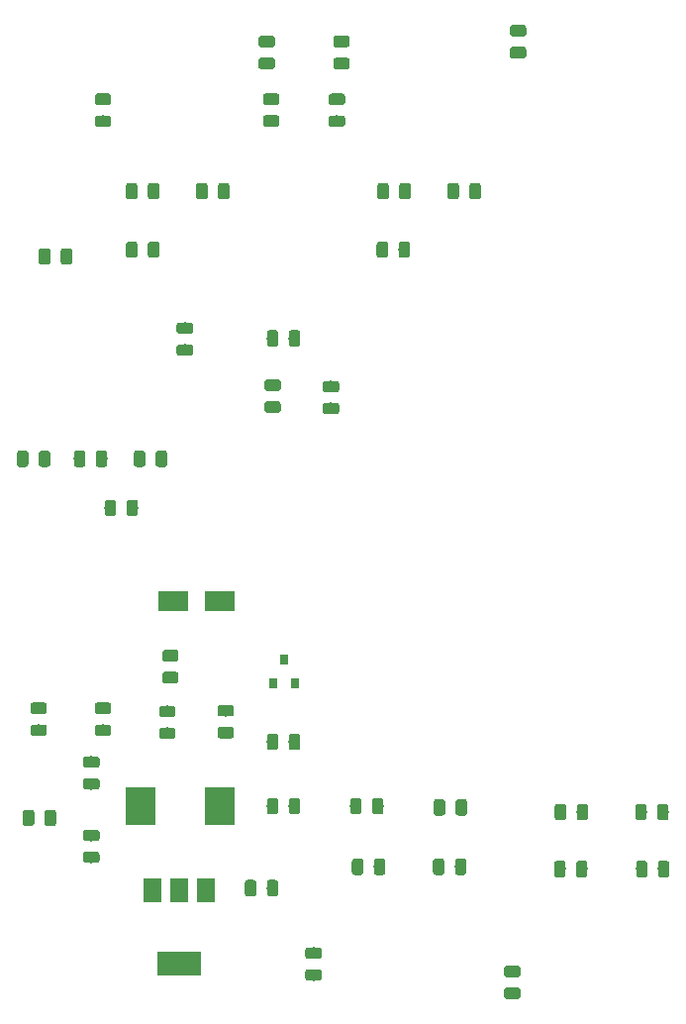
<source format=gbr>
G04 #@! TF.GenerationSoftware,KiCad,Pcbnew,(5.1.4)-1*
G04 #@! TF.CreationDate,2020-03-03T19:21:21-05:00*
G04 #@! TF.ProjectId,Main_Board,4d61696e-5f42-46f6-9172-642e6b696361,rev?*
G04 #@! TF.SameCoordinates,Original*
G04 #@! TF.FileFunction,Paste,Top*
G04 #@! TF.FilePolarity,Positive*
%FSLAX46Y46*%
G04 Gerber Fmt 4.6, Leading zero omitted, Abs format (unit mm)*
G04 Created by KiCad (PCBNEW (5.1.4)-1) date 2020-03-03 19:21:21*
%MOMM*%
%LPD*%
G04 APERTURE LIST*
%ADD10C,0.100000*%
%ADD11C,0.975000*%
%ADD12R,2.500000X3.300000*%
%ADD13R,2.500000X1.800000*%
%ADD14R,1.500000X2.000000*%
%ADD15R,3.800000X2.000000*%
%ADD16R,0.800000X0.900000*%
G04 APERTURE END LIST*
D10*
G36*
X35980142Y-113013674D02*
G01*
X36003803Y-113017184D01*
X36027007Y-113022996D01*
X36049529Y-113031054D01*
X36071153Y-113041282D01*
X36091670Y-113053579D01*
X36110883Y-113067829D01*
X36128607Y-113083893D01*
X36144671Y-113101617D01*
X36158921Y-113120830D01*
X36171218Y-113141347D01*
X36181446Y-113162971D01*
X36189504Y-113185493D01*
X36195316Y-113208697D01*
X36198826Y-113232358D01*
X36200000Y-113256250D01*
X36200000Y-113743750D01*
X36198826Y-113767642D01*
X36195316Y-113791303D01*
X36189504Y-113814507D01*
X36181446Y-113837029D01*
X36171218Y-113858653D01*
X36158921Y-113879170D01*
X36144671Y-113898383D01*
X36128607Y-113916107D01*
X36110883Y-113932171D01*
X36091670Y-113946421D01*
X36071153Y-113958718D01*
X36049529Y-113968946D01*
X36027007Y-113977004D01*
X36003803Y-113982816D01*
X35980142Y-113986326D01*
X35956250Y-113987500D01*
X35043750Y-113987500D01*
X35019858Y-113986326D01*
X34996197Y-113982816D01*
X34972993Y-113977004D01*
X34950471Y-113968946D01*
X34928847Y-113958718D01*
X34908330Y-113946421D01*
X34889117Y-113932171D01*
X34871393Y-113916107D01*
X34855329Y-113898383D01*
X34841079Y-113879170D01*
X34828782Y-113858653D01*
X34818554Y-113837029D01*
X34810496Y-113814507D01*
X34804684Y-113791303D01*
X34801174Y-113767642D01*
X34800000Y-113743750D01*
X34800000Y-113256250D01*
X34801174Y-113232358D01*
X34804684Y-113208697D01*
X34810496Y-113185493D01*
X34818554Y-113162971D01*
X34828782Y-113141347D01*
X34841079Y-113120830D01*
X34855329Y-113101617D01*
X34871393Y-113083893D01*
X34889117Y-113067829D01*
X34908330Y-113053579D01*
X34928847Y-113041282D01*
X34950471Y-113031054D01*
X34972993Y-113022996D01*
X34996197Y-113017184D01*
X35019858Y-113013674D01*
X35043750Y-113012500D01*
X35956250Y-113012500D01*
X35980142Y-113013674D01*
X35980142Y-113013674D01*
G37*
D11*
X35500000Y-113500000D03*
D10*
G36*
X35980142Y-114888674D02*
G01*
X36003803Y-114892184D01*
X36027007Y-114897996D01*
X36049529Y-114906054D01*
X36071153Y-114916282D01*
X36091670Y-114928579D01*
X36110883Y-114942829D01*
X36128607Y-114958893D01*
X36144671Y-114976617D01*
X36158921Y-114995830D01*
X36171218Y-115016347D01*
X36181446Y-115037971D01*
X36189504Y-115060493D01*
X36195316Y-115083697D01*
X36198826Y-115107358D01*
X36200000Y-115131250D01*
X36200000Y-115618750D01*
X36198826Y-115642642D01*
X36195316Y-115666303D01*
X36189504Y-115689507D01*
X36181446Y-115712029D01*
X36171218Y-115733653D01*
X36158921Y-115754170D01*
X36144671Y-115773383D01*
X36128607Y-115791107D01*
X36110883Y-115807171D01*
X36091670Y-115821421D01*
X36071153Y-115833718D01*
X36049529Y-115843946D01*
X36027007Y-115852004D01*
X36003803Y-115857816D01*
X35980142Y-115861326D01*
X35956250Y-115862500D01*
X35043750Y-115862500D01*
X35019858Y-115861326D01*
X34996197Y-115857816D01*
X34972993Y-115852004D01*
X34950471Y-115843946D01*
X34928847Y-115833718D01*
X34908330Y-115821421D01*
X34889117Y-115807171D01*
X34871393Y-115791107D01*
X34855329Y-115773383D01*
X34841079Y-115754170D01*
X34828782Y-115733653D01*
X34818554Y-115712029D01*
X34810496Y-115689507D01*
X34804684Y-115666303D01*
X34801174Y-115642642D01*
X34800000Y-115618750D01*
X34800000Y-115131250D01*
X34801174Y-115107358D01*
X34804684Y-115083697D01*
X34810496Y-115060493D01*
X34818554Y-115037971D01*
X34828782Y-115016347D01*
X34841079Y-114995830D01*
X34855329Y-114976617D01*
X34871393Y-114958893D01*
X34889117Y-114942829D01*
X34908330Y-114928579D01*
X34928847Y-114916282D01*
X34950471Y-114906054D01*
X34972993Y-114897996D01*
X34996197Y-114892184D01*
X35019858Y-114888674D01*
X35043750Y-114887500D01*
X35956250Y-114887500D01*
X35980142Y-114888674D01*
X35980142Y-114888674D01*
G37*
D11*
X35500000Y-115375000D03*
D10*
G36*
X35767642Y-108801174D02*
G01*
X35791303Y-108804684D01*
X35814507Y-108810496D01*
X35837029Y-108818554D01*
X35858653Y-108828782D01*
X35879170Y-108841079D01*
X35898383Y-108855329D01*
X35916107Y-108871393D01*
X35932171Y-108889117D01*
X35946421Y-108908330D01*
X35958718Y-108928847D01*
X35968946Y-108950471D01*
X35977004Y-108972993D01*
X35982816Y-108996197D01*
X35986326Y-109019858D01*
X35987500Y-109043750D01*
X35987500Y-109956250D01*
X35986326Y-109980142D01*
X35982816Y-110003803D01*
X35977004Y-110027007D01*
X35968946Y-110049529D01*
X35958718Y-110071153D01*
X35946421Y-110091670D01*
X35932171Y-110110883D01*
X35916107Y-110128607D01*
X35898383Y-110144671D01*
X35879170Y-110158921D01*
X35858653Y-110171218D01*
X35837029Y-110181446D01*
X35814507Y-110189504D01*
X35791303Y-110195316D01*
X35767642Y-110198826D01*
X35743750Y-110200000D01*
X35256250Y-110200000D01*
X35232358Y-110198826D01*
X35208697Y-110195316D01*
X35185493Y-110189504D01*
X35162971Y-110181446D01*
X35141347Y-110171218D01*
X35120830Y-110158921D01*
X35101617Y-110144671D01*
X35083893Y-110128607D01*
X35067829Y-110110883D01*
X35053579Y-110091670D01*
X35041282Y-110071153D01*
X35031054Y-110049529D01*
X35022996Y-110027007D01*
X35017184Y-110003803D01*
X35013674Y-109980142D01*
X35012500Y-109956250D01*
X35012500Y-109043750D01*
X35013674Y-109019858D01*
X35017184Y-108996197D01*
X35022996Y-108972993D01*
X35031054Y-108950471D01*
X35041282Y-108928847D01*
X35053579Y-108908330D01*
X35067829Y-108889117D01*
X35083893Y-108871393D01*
X35101617Y-108855329D01*
X35120830Y-108841079D01*
X35141347Y-108828782D01*
X35162971Y-108818554D01*
X35185493Y-108810496D01*
X35208697Y-108804684D01*
X35232358Y-108801174D01*
X35256250Y-108800000D01*
X35743750Y-108800000D01*
X35767642Y-108801174D01*
X35767642Y-108801174D01*
G37*
D11*
X35500000Y-109500000D03*
D10*
G36*
X37642642Y-108801174D02*
G01*
X37666303Y-108804684D01*
X37689507Y-108810496D01*
X37712029Y-108818554D01*
X37733653Y-108828782D01*
X37754170Y-108841079D01*
X37773383Y-108855329D01*
X37791107Y-108871393D01*
X37807171Y-108889117D01*
X37821421Y-108908330D01*
X37833718Y-108928847D01*
X37843946Y-108950471D01*
X37852004Y-108972993D01*
X37857816Y-108996197D01*
X37861326Y-109019858D01*
X37862500Y-109043750D01*
X37862500Y-109956250D01*
X37861326Y-109980142D01*
X37857816Y-110003803D01*
X37852004Y-110027007D01*
X37843946Y-110049529D01*
X37833718Y-110071153D01*
X37821421Y-110091670D01*
X37807171Y-110110883D01*
X37791107Y-110128607D01*
X37773383Y-110144671D01*
X37754170Y-110158921D01*
X37733653Y-110171218D01*
X37712029Y-110181446D01*
X37689507Y-110189504D01*
X37666303Y-110195316D01*
X37642642Y-110198826D01*
X37618750Y-110200000D01*
X37131250Y-110200000D01*
X37107358Y-110198826D01*
X37083697Y-110195316D01*
X37060493Y-110189504D01*
X37037971Y-110181446D01*
X37016347Y-110171218D01*
X36995830Y-110158921D01*
X36976617Y-110144671D01*
X36958893Y-110128607D01*
X36942829Y-110110883D01*
X36928579Y-110091670D01*
X36916282Y-110071153D01*
X36906054Y-110049529D01*
X36897996Y-110027007D01*
X36892184Y-110003803D01*
X36888674Y-109980142D01*
X36887500Y-109956250D01*
X36887500Y-109043750D01*
X36888674Y-109019858D01*
X36892184Y-108996197D01*
X36897996Y-108972993D01*
X36906054Y-108950471D01*
X36916282Y-108928847D01*
X36928579Y-108908330D01*
X36942829Y-108889117D01*
X36958893Y-108871393D01*
X36976617Y-108855329D01*
X36995830Y-108841079D01*
X37016347Y-108828782D01*
X37037971Y-108818554D01*
X37060493Y-108810496D01*
X37083697Y-108804684D01*
X37107358Y-108801174D01*
X37131250Y-108800000D01*
X37618750Y-108800000D01*
X37642642Y-108801174D01*
X37642642Y-108801174D01*
G37*
D11*
X37375000Y-109500000D03*
D10*
G36*
X40980142Y-115013674D02*
G01*
X41003803Y-115017184D01*
X41027007Y-115022996D01*
X41049529Y-115031054D01*
X41071153Y-115041282D01*
X41091670Y-115053579D01*
X41110883Y-115067829D01*
X41128607Y-115083893D01*
X41144671Y-115101617D01*
X41158921Y-115120830D01*
X41171218Y-115141347D01*
X41181446Y-115162971D01*
X41189504Y-115185493D01*
X41195316Y-115208697D01*
X41198826Y-115232358D01*
X41200000Y-115256250D01*
X41200000Y-115743750D01*
X41198826Y-115767642D01*
X41195316Y-115791303D01*
X41189504Y-115814507D01*
X41181446Y-115837029D01*
X41171218Y-115858653D01*
X41158921Y-115879170D01*
X41144671Y-115898383D01*
X41128607Y-115916107D01*
X41110883Y-115932171D01*
X41091670Y-115946421D01*
X41071153Y-115958718D01*
X41049529Y-115968946D01*
X41027007Y-115977004D01*
X41003803Y-115982816D01*
X40980142Y-115986326D01*
X40956250Y-115987500D01*
X40043750Y-115987500D01*
X40019858Y-115986326D01*
X39996197Y-115982816D01*
X39972993Y-115977004D01*
X39950471Y-115968946D01*
X39928847Y-115958718D01*
X39908330Y-115946421D01*
X39889117Y-115932171D01*
X39871393Y-115916107D01*
X39855329Y-115898383D01*
X39841079Y-115879170D01*
X39828782Y-115858653D01*
X39818554Y-115837029D01*
X39810496Y-115814507D01*
X39804684Y-115791303D01*
X39801174Y-115767642D01*
X39800000Y-115743750D01*
X39800000Y-115256250D01*
X39801174Y-115232358D01*
X39804684Y-115208697D01*
X39810496Y-115185493D01*
X39818554Y-115162971D01*
X39828782Y-115141347D01*
X39841079Y-115120830D01*
X39855329Y-115101617D01*
X39871393Y-115083893D01*
X39889117Y-115067829D01*
X39908330Y-115053579D01*
X39928847Y-115041282D01*
X39950471Y-115031054D01*
X39972993Y-115022996D01*
X39996197Y-115017184D01*
X40019858Y-115013674D01*
X40043750Y-115012500D01*
X40956250Y-115012500D01*
X40980142Y-115013674D01*
X40980142Y-115013674D01*
G37*
D11*
X40500000Y-115500000D03*
D10*
G36*
X40980142Y-113138674D02*
G01*
X41003803Y-113142184D01*
X41027007Y-113147996D01*
X41049529Y-113156054D01*
X41071153Y-113166282D01*
X41091670Y-113178579D01*
X41110883Y-113192829D01*
X41128607Y-113208893D01*
X41144671Y-113226617D01*
X41158921Y-113245830D01*
X41171218Y-113266347D01*
X41181446Y-113287971D01*
X41189504Y-113310493D01*
X41195316Y-113333697D01*
X41198826Y-113357358D01*
X41200000Y-113381250D01*
X41200000Y-113868750D01*
X41198826Y-113892642D01*
X41195316Y-113916303D01*
X41189504Y-113939507D01*
X41181446Y-113962029D01*
X41171218Y-113983653D01*
X41158921Y-114004170D01*
X41144671Y-114023383D01*
X41128607Y-114041107D01*
X41110883Y-114057171D01*
X41091670Y-114071421D01*
X41071153Y-114083718D01*
X41049529Y-114093946D01*
X41027007Y-114102004D01*
X41003803Y-114107816D01*
X40980142Y-114111326D01*
X40956250Y-114112500D01*
X40043750Y-114112500D01*
X40019858Y-114111326D01*
X39996197Y-114107816D01*
X39972993Y-114102004D01*
X39950471Y-114093946D01*
X39928847Y-114083718D01*
X39908330Y-114071421D01*
X39889117Y-114057171D01*
X39871393Y-114041107D01*
X39855329Y-114023383D01*
X39841079Y-114004170D01*
X39828782Y-113983653D01*
X39818554Y-113962029D01*
X39810496Y-113939507D01*
X39804684Y-113916303D01*
X39801174Y-113892642D01*
X39800000Y-113868750D01*
X39800000Y-113381250D01*
X39801174Y-113357358D01*
X39804684Y-113333697D01*
X39810496Y-113310493D01*
X39818554Y-113287971D01*
X39828782Y-113266347D01*
X39841079Y-113245830D01*
X39855329Y-113226617D01*
X39871393Y-113208893D01*
X39889117Y-113192829D01*
X39908330Y-113178579D01*
X39928847Y-113166282D01*
X39950471Y-113156054D01*
X39972993Y-113147996D01*
X39996197Y-113142184D01*
X40019858Y-113138674D01*
X40043750Y-113137500D01*
X40956250Y-113137500D01*
X40980142Y-113138674D01*
X40980142Y-113138674D01*
G37*
D11*
X40500000Y-113625000D03*
D10*
G36*
X23767642Y-123301174D02*
G01*
X23791303Y-123304684D01*
X23814507Y-123310496D01*
X23837029Y-123318554D01*
X23858653Y-123328782D01*
X23879170Y-123341079D01*
X23898383Y-123355329D01*
X23916107Y-123371393D01*
X23932171Y-123389117D01*
X23946421Y-123408330D01*
X23958718Y-123428847D01*
X23968946Y-123450471D01*
X23977004Y-123472993D01*
X23982816Y-123496197D01*
X23986326Y-123519858D01*
X23987500Y-123543750D01*
X23987500Y-124456250D01*
X23986326Y-124480142D01*
X23982816Y-124503803D01*
X23977004Y-124527007D01*
X23968946Y-124549529D01*
X23958718Y-124571153D01*
X23946421Y-124591670D01*
X23932171Y-124610883D01*
X23916107Y-124628607D01*
X23898383Y-124644671D01*
X23879170Y-124658921D01*
X23858653Y-124671218D01*
X23837029Y-124681446D01*
X23814507Y-124689504D01*
X23791303Y-124695316D01*
X23767642Y-124698826D01*
X23743750Y-124700000D01*
X23256250Y-124700000D01*
X23232358Y-124698826D01*
X23208697Y-124695316D01*
X23185493Y-124689504D01*
X23162971Y-124681446D01*
X23141347Y-124671218D01*
X23120830Y-124658921D01*
X23101617Y-124644671D01*
X23083893Y-124628607D01*
X23067829Y-124610883D01*
X23053579Y-124591670D01*
X23041282Y-124571153D01*
X23031054Y-124549529D01*
X23022996Y-124527007D01*
X23017184Y-124503803D01*
X23013674Y-124480142D01*
X23012500Y-124456250D01*
X23012500Y-123543750D01*
X23013674Y-123519858D01*
X23017184Y-123496197D01*
X23022996Y-123472993D01*
X23031054Y-123450471D01*
X23041282Y-123428847D01*
X23053579Y-123408330D01*
X23067829Y-123389117D01*
X23083893Y-123371393D01*
X23101617Y-123355329D01*
X23120830Y-123341079D01*
X23141347Y-123328782D01*
X23162971Y-123318554D01*
X23185493Y-123310496D01*
X23208697Y-123304684D01*
X23232358Y-123301174D01*
X23256250Y-123300000D01*
X23743750Y-123300000D01*
X23767642Y-123301174D01*
X23767642Y-123301174D01*
G37*
D11*
X23500000Y-124000000D03*
D10*
G36*
X21892642Y-123301174D02*
G01*
X21916303Y-123304684D01*
X21939507Y-123310496D01*
X21962029Y-123318554D01*
X21983653Y-123328782D01*
X22004170Y-123341079D01*
X22023383Y-123355329D01*
X22041107Y-123371393D01*
X22057171Y-123389117D01*
X22071421Y-123408330D01*
X22083718Y-123428847D01*
X22093946Y-123450471D01*
X22102004Y-123472993D01*
X22107816Y-123496197D01*
X22111326Y-123519858D01*
X22112500Y-123543750D01*
X22112500Y-124456250D01*
X22111326Y-124480142D01*
X22107816Y-124503803D01*
X22102004Y-124527007D01*
X22093946Y-124549529D01*
X22083718Y-124571153D01*
X22071421Y-124591670D01*
X22057171Y-124610883D01*
X22041107Y-124628607D01*
X22023383Y-124644671D01*
X22004170Y-124658921D01*
X21983653Y-124671218D01*
X21962029Y-124681446D01*
X21939507Y-124689504D01*
X21916303Y-124695316D01*
X21892642Y-124698826D01*
X21868750Y-124700000D01*
X21381250Y-124700000D01*
X21357358Y-124698826D01*
X21333697Y-124695316D01*
X21310493Y-124689504D01*
X21287971Y-124681446D01*
X21266347Y-124671218D01*
X21245830Y-124658921D01*
X21226617Y-124644671D01*
X21208893Y-124628607D01*
X21192829Y-124610883D01*
X21178579Y-124591670D01*
X21166282Y-124571153D01*
X21156054Y-124549529D01*
X21147996Y-124527007D01*
X21142184Y-124503803D01*
X21138674Y-124480142D01*
X21137500Y-124456250D01*
X21137500Y-123543750D01*
X21138674Y-123519858D01*
X21142184Y-123496197D01*
X21147996Y-123472993D01*
X21156054Y-123450471D01*
X21166282Y-123428847D01*
X21178579Y-123408330D01*
X21192829Y-123389117D01*
X21208893Y-123371393D01*
X21226617Y-123355329D01*
X21245830Y-123341079D01*
X21266347Y-123328782D01*
X21287971Y-123318554D01*
X21310493Y-123310496D01*
X21333697Y-123304684D01*
X21357358Y-123301174D01*
X21381250Y-123300000D01*
X21868750Y-123300000D01*
X21892642Y-123301174D01*
X21892642Y-123301174D01*
G37*
D11*
X21625000Y-124000000D03*
D12*
X31000000Y-149500000D03*
X24200000Y-149500000D03*
D13*
X31000000Y-132000000D03*
X27000000Y-132000000D03*
D10*
G36*
X14392642Y-119101174D02*
G01*
X14416303Y-119104684D01*
X14439507Y-119110496D01*
X14462029Y-119118554D01*
X14483653Y-119128782D01*
X14504170Y-119141079D01*
X14523383Y-119155329D01*
X14541107Y-119171393D01*
X14557171Y-119189117D01*
X14571421Y-119208330D01*
X14583718Y-119228847D01*
X14593946Y-119250471D01*
X14602004Y-119272993D01*
X14607816Y-119296197D01*
X14611326Y-119319858D01*
X14612500Y-119343750D01*
X14612500Y-120256250D01*
X14611326Y-120280142D01*
X14607816Y-120303803D01*
X14602004Y-120327007D01*
X14593946Y-120349529D01*
X14583718Y-120371153D01*
X14571421Y-120391670D01*
X14557171Y-120410883D01*
X14541107Y-120428607D01*
X14523383Y-120444671D01*
X14504170Y-120458921D01*
X14483653Y-120471218D01*
X14462029Y-120481446D01*
X14439507Y-120489504D01*
X14416303Y-120495316D01*
X14392642Y-120498826D01*
X14368750Y-120500000D01*
X13881250Y-120500000D01*
X13857358Y-120498826D01*
X13833697Y-120495316D01*
X13810493Y-120489504D01*
X13787971Y-120481446D01*
X13766347Y-120471218D01*
X13745830Y-120458921D01*
X13726617Y-120444671D01*
X13708893Y-120428607D01*
X13692829Y-120410883D01*
X13678579Y-120391670D01*
X13666282Y-120371153D01*
X13656054Y-120349529D01*
X13647996Y-120327007D01*
X13642184Y-120303803D01*
X13638674Y-120280142D01*
X13637500Y-120256250D01*
X13637500Y-119343750D01*
X13638674Y-119319858D01*
X13642184Y-119296197D01*
X13647996Y-119272993D01*
X13656054Y-119250471D01*
X13666282Y-119228847D01*
X13678579Y-119208330D01*
X13692829Y-119189117D01*
X13708893Y-119171393D01*
X13726617Y-119155329D01*
X13745830Y-119141079D01*
X13766347Y-119128782D01*
X13787971Y-119118554D01*
X13810493Y-119110496D01*
X13833697Y-119104684D01*
X13857358Y-119101174D01*
X13881250Y-119100000D01*
X14368750Y-119100000D01*
X14392642Y-119101174D01*
X14392642Y-119101174D01*
G37*
D11*
X14125000Y-119800000D03*
D10*
G36*
X16267642Y-119101174D02*
G01*
X16291303Y-119104684D01*
X16314507Y-119110496D01*
X16337029Y-119118554D01*
X16358653Y-119128782D01*
X16379170Y-119141079D01*
X16398383Y-119155329D01*
X16416107Y-119171393D01*
X16432171Y-119189117D01*
X16446421Y-119208330D01*
X16458718Y-119228847D01*
X16468946Y-119250471D01*
X16477004Y-119272993D01*
X16482816Y-119296197D01*
X16486326Y-119319858D01*
X16487500Y-119343750D01*
X16487500Y-120256250D01*
X16486326Y-120280142D01*
X16482816Y-120303803D01*
X16477004Y-120327007D01*
X16468946Y-120349529D01*
X16458718Y-120371153D01*
X16446421Y-120391670D01*
X16432171Y-120410883D01*
X16416107Y-120428607D01*
X16398383Y-120444671D01*
X16379170Y-120458921D01*
X16358653Y-120471218D01*
X16337029Y-120481446D01*
X16314507Y-120489504D01*
X16291303Y-120495316D01*
X16267642Y-120498826D01*
X16243750Y-120500000D01*
X15756250Y-120500000D01*
X15732358Y-120498826D01*
X15708697Y-120495316D01*
X15685493Y-120489504D01*
X15662971Y-120481446D01*
X15641347Y-120471218D01*
X15620830Y-120458921D01*
X15601617Y-120444671D01*
X15583893Y-120428607D01*
X15567829Y-120410883D01*
X15553579Y-120391670D01*
X15541282Y-120371153D01*
X15531054Y-120349529D01*
X15522996Y-120327007D01*
X15517184Y-120303803D01*
X15513674Y-120280142D01*
X15512500Y-120256250D01*
X15512500Y-119343750D01*
X15513674Y-119319858D01*
X15517184Y-119296197D01*
X15522996Y-119272993D01*
X15531054Y-119250471D01*
X15541282Y-119228847D01*
X15553579Y-119208330D01*
X15567829Y-119189117D01*
X15583893Y-119171393D01*
X15601617Y-119155329D01*
X15620830Y-119141079D01*
X15641347Y-119128782D01*
X15662971Y-119118554D01*
X15685493Y-119110496D01*
X15708697Y-119104684D01*
X15732358Y-119101174D01*
X15756250Y-119100000D01*
X16243750Y-119100000D01*
X16267642Y-119101174D01*
X16267642Y-119101174D01*
G37*
D11*
X16000000Y-119800000D03*
D10*
G36*
X19267642Y-119101174D02*
G01*
X19291303Y-119104684D01*
X19314507Y-119110496D01*
X19337029Y-119118554D01*
X19358653Y-119128782D01*
X19379170Y-119141079D01*
X19398383Y-119155329D01*
X19416107Y-119171393D01*
X19432171Y-119189117D01*
X19446421Y-119208330D01*
X19458718Y-119228847D01*
X19468946Y-119250471D01*
X19477004Y-119272993D01*
X19482816Y-119296197D01*
X19486326Y-119319858D01*
X19487500Y-119343750D01*
X19487500Y-120256250D01*
X19486326Y-120280142D01*
X19482816Y-120303803D01*
X19477004Y-120327007D01*
X19468946Y-120349529D01*
X19458718Y-120371153D01*
X19446421Y-120391670D01*
X19432171Y-120410883D01*
X19416107Y-120428607D01*
X19398383Y-120444671D01*
X19379170Y-120458921D01*
X19358653Y-120471218D01*
X19337029Y-120481446D01*
X19314507Y-120489504D01*
X19291303Y-120495316D01*
X19267642Y-120498826D01*
X19243750Y-120500000D01*
X18756250Y-120500000D01*
X18732358Y-120498826D01*
X18708697Y-120495316D01*
X18685493Y-120489504D01*
X18662971Y-120481446D01*
X18641347Y-120471218D01*
X18620830Y-120458921D01*
X18601617Y-120444671D01*
X18583893Y-120428607D01*
X18567829Y-120410883D01*
X18553579Y-120391670D01*
X18541282Y-120371153D01*
X18531054Y-120349529D01*
X18522996Y-120327007D01*
X18517184Y-120303803D01*
X18513674Y-120280142D01*
X18512500Y-120256250D01*
X18512500Y-119343750D01*
X18513674Y-119319858D01*
X18517184Y-119296197D01*
X18522996Y-119272993D01*
X18531054Y-119250471D01*
X18541282Y-119228847D01*
X18553579Y-119208330D01*
X18567829Y-119189117D01*
X18583893Y-119171393D01*
X18601617Y-119155329D01*
X18620830Y-119141079D01*
X18641347Y-119128782D01*
X18662971Y-119118554D01*
X18685493Y-119110496D01*
X18708697Y-119104684D01*
X18732358Y-119101174D01*
X18756250Y-119100000D01*
X19243750Y-119100000D01*
X19267642Y-119101174D01*
X19267642Y-119101174D01*
G37*
D11*
X19000000Y-119800000D03*
D10*
G36*
X21142642Y-119101174D02*
G01*
X21166303Y-119104684D01*
X21189507Y-119110496D01*
X21212029Y-119118554D01*
X21233653Y-119128782D01*
X21254170Y-119141079D01*
X21273383Y-119155329D01*
X21291107Y-119171393D01*
X21307171Y-119189117D01*
X21321421Y-119208330D01*
X21333718Y-119228847D01*
X21343946Y-119250471D01*
X21352004Y-119272993D01*
X21357816Y-119296197D01*
X21361326Y-119319858D01*
X21362500Y-119343750D01*
X21362500Y-120256250D01*
X21361326Y-120280142D01*
X21357816Y-120303803D01*
X21352004Y-120327007D01*
X21343946Y-120349529D01*
X21333718Y-120371153D01*
X21321421Y-120391670D01*
X21307171Y-120410883D01*
X21291107Y-120428607D01*
X21273383Y-120444671D01*
X21254170Y-120458921D01*
X21233653Y-120471218D01*
X21212029Y-120481446D01*
X21189507Y-120489504D01*
X21166303Y-120495316D01*
X21142642Y-120498826D01*
X21118750Y-120500000D01*
X20631250Y-120500000D01*
X20607358Y-120498826D01*
X20583697Y-120495316D01*
X20560493Y-120489504D01*
X20537971Y-120481446D01*
X20516347Y-120471218D01*
X20495830Y-120458921D01*
X20476617Y-120444671D01*
X20458893Y-120428607D01*
X20442829Y-120410883D01*
X20428579Y-120391670D01*
X20416282Y-120371153D01*
X20406054Y-120349529D01*
X20397996Y-120327007D01*
X20392184Y-120303803D01*
X20388674Y-120280142D01*
X20387500Y-120256250D01*
X20387500Y-119343750D01*
X20388674Y-119319858D01*
X20392184Y-119296197D01*
X20397996Y-119272993D01*
X20406054Y-119250471D01*
X20416282Y-119228847D01*
X20428579Y-119208330D01*
X20442829Y-119189117D01*
X20458893Y-119171393D01*
X20476617Y-119155329D01*
X20495830Y-119141079D01*
X20516347Y-119128782D01*
X20537971Y-119118554D01*
X20560493Y-119110496D01*
X20583697Y-119104684D01*
X20607358Y-119101174D01*
X20631250Y-119100000D01*
X21118750Y-119100000D01*
X21142642Y-119101174D01*
X21142642Y-119101174D01*
G37*
D11*
X20875000Y-119800000D03*
D10*
G36*
X49980942Y-153982574D02*
G01*
X50004603Y-153986084D01*
X50027807Y-153991896D01*
X50050329Y-153999954D01*
X50071953Y-154010182D01*
X50092470Y-154022479D01*
X50111683Y-154036729D01*
X50129407Y-154052793D01*
X50145471Y-154070517D01*
X50159721Y-154089730D01*
X50172018Y-154110247D01*
X50182246Y-154131871D01*
X50190304Y-154154393D01*
X50196116Y-154177597D01*
X50199626Y-154201258D01*
X50200800Y-154225150D01*
X50200800Y-155137650D01*
X50199626Y-155161542D01*
X50196116Y-155185203D01*
X50190304Y-155208407D01*
X50182246Y-155230929D01*
X50172018Y-155252553D01*
X50159721Y-155273070D01*
X50145471Y-155292283D01*
X50129407Y-155310007D01*
X50111683Y-155326071D01*
X50092470Y-155340321D01*
X50071953Y-155352618D01*
X50050329Y-155362846D01*
X50027807Y-155370904D01*
X50004603Y-155376716D01*
X49980942Y-155380226D01*
X49957050Y-155381400D01*
X49469550Y-155381400D01*
X49445658Y-155380226D01*
X49421997Y-155376716D01*
X49398793Y-155370904D01*
X49376271Y-155362846D01*
X49354647Y-155352618D01*
X49334130Y-155340321D01*
X49314917Y-155326071D01*
X49297193Y-155310007D01*
X49281129Y-155292283D01*
X49266879Y-155273070D01*
X49254582Y-155252553D01*
X49244354Y-155230929D01*
X49236296Y-155208407D01*
X49230484Y-155185203D01*
X49226974Y-155161542D01*
X49225800Y-155137650D01*
X49225800Y-154225150D01*
X49226974Y-154201258D01*
X49230484Y-154177597D01*
X49236296Y-154154393D01*
X49244354Y-154131871D01*
X49254582Y-154110247D01*
X49266879Y-154089730D01*
X49281129Y-154070517D01*
X49297193Y-154052793D01*
X49314917Y-154036729D01*
X49334130Y-154022479D01*
X49354647Y-154010182D01*
X49376271Y-153999954D01*
X49398793Y-153991896D01*
X49421997Y-153986084D01*
X49445658Y-153982574D01*
X49469550Y-153981400D01*
X49957050Y-153981400D01*
X49980942Y-153982574D01*
X49980942Y-153982574D01*
G37*
D11*
X49713300Y-154681400D03*
D10*
G36*
X51855942Y-153982574D02*
G01*
X51879603Y-153986084D01*
X51902807Y-153991896D01*
X51925329Y-153999954D01*
X51946953Y-154010182D01*
X51967470Y-154022479D01*
X51986683Y-154036729D01*
X52004407Y-154052793D01*
X52020471Y-154070517D01*
X52034721Y-154089730D01*
X52047018Y-154110247D01*
X52057246Y-154131871D01*
X52065304Y-154154393D01*
X52071116Y-154177597D01*
X52074626Y-154201258D01*
X52075800Y-154225150D01*
X52075800Y-155137650D01*
X52074626Y-155161542D01*
X52071116Y-155185203D01*
X52065304Y-155208407D01*
X52057246Y-155230929D01*
X52047018Y-155252553D01*
X52034721Y-155273070D01*
X52020471Y-155292283D01*
X52004407Y-155310007D01*
X51986683Y-155326071D01*
X51967470Y-155340321D01*
X51946953Y-155352618D01*
X51925329Y-155362846D01*
X51902807Y-155370904D01*
X51879603Y-155376716D01*
X51855942Y-155380226D01*
X51832050Y-155381400D01*
X51344550Y-155381400D01*
X51320658Y-155380226D01*
X51296997Y-155376716D01*
X51273793Y-155370904D01*
X51251271Y-155362846D01*
X51229647Y-155352618D01*
X51209130Y-155340321D01*
X51189917Y-155326071D01*
X51172193Y-155310007D01*
X51156129Y-155292283D01*
X51141879Y-155273070D01*
X51129582Y-155252553D01*
X51119354Y-155230929D01*
X51111296Y-155208407D01*
X51105484Y-155185203D01*
X51101974Y-155161542D01*
X51100800Y-155137650D01*
X51100800Y-154225150D01*
X51101974Y-154201258D01*
X51105484Y-154177597D01*
X51111296Y-154154393D01*
X51119354Y-154131871D01*
X51129582Y-154110247D01*
X51141879Y-154089730D01*
X51156129Y-154070517D01*
X51172193Y-154052793D01*
X51189917Y-154036729D01*
X51209130Y-154022479D01*
X51229647Y-154010182D01*
X51251271Y-153999954D01*
X51273793Y-153991896D01*
X51296997Y-153986084D01*
X51320658Y-153982574D01*
X51344550Y-153981400D01*
X51832050Y-153981400D01*
X51855942Y-153982574D01*
X51855942Y-153982574D01*
G37*
D11*
X51588300Y-154681400D03*
D10*
G36*
X44767642Y-148801174D02*
G01*
X44791303Y-148804684D01*
X44814507Y-148810496D01*
X44837029Y-148818554D01*
X44858653Y-148828782D01*
X44879170Y-148841079D01*
X44898383Y-148855329D01*
X44916107Y-148871393D01*
X44932171Y-148889117D01*
X44946421Y-148908330D01*
X44958718Y-148928847D01*
X44968946Y-148950471D01*
X44977004Y-148972993D01*
X44982816Y-148996197D01*
X44986326Y-149019858D01*
X44987500Y-149043750D01*
X44987500Y-149956250D01*
X44986326Y-149980142D01*
X44982816Y-150003803D01*
X44977004Y-150027007D01*
X44968946Y-150049529D01*
X44958718Y-150071153D01*
X44946421Y-150091670D01*
X44932171Y-150110883D01*
X44916107Y-150128607D01*
X44898383Y-150144671D01*
X44879170Y-150158921D01*
X44858653Y-150171218D01*
X44837029Y-150181446D01*
X44814507Y-150189504D01*
X44791303Y-150195316D01*
X44767642Y-150198826D01*
X44743750Y-150200000D01*
X44256250Y-150200000D01*
X44232358Y-150198826D01*
X44208697Y-150195316D01*
X44185493Y-150189504D01*
X44162971Y-150181446D01*
X44141347Y-150171218D01*
X44120830Y-150158921D01*
X44101617Y-150144671D01*
X44083893Y-150128607D01*
X44067829Y-150110883D01*
X44053579Y-150091670D01*
X44041282Y-150071153D01*
X44031054Y-150049529D01*
X44022996Y-150027007D01*
X44017184Y-150003803D01*
X44013674Y-149980142D01*
X44012500Y-149956250D01*
X44012500Y-149043750D01*
X44013674Y-149019858D01*
X44017184Y-148996197D01*
X44022996Y-148972993D01*
X44031054Y-148950471D01*
X44041282Y-148928847D01*
X44053579Y-148908330D01*
X44067829Y-148889117D01*
X44083893Y-148871393D01*
X44101617Y-148855329D01*
X44120830Y-148841079D01*
X44141347Y-148828782D01*
X44162971Y-148818554D01*
X44185493Y-148810496D01*
X44208697Y-148804684D01*
X44232358Y-148801174D01*
X44256250Y-148800000D01*
X44743750Y-148800000D01*
X44767642Y-148801174D01*
X44767642Y-148801174D01*
G37*
D11*
X44500000Y-149500000D03*
D10*
G36*
X42892642Y-148801174D02*
G01*
X42916303Y-148804684D01*
X42939507Y-148810496D01*
X42962029Y-148818554D01*
X42983653Y-148828782D01*
X43004170Y-148841079D01*
X43023383Y-148855329D01*
X43041107Y-148871393D01*
X43057171Y-148889117D01*
X43071421Y-148908330D01*
X43083718Y-148928847D01*
X43093946Y-148950471D01*
X43102004Y-148972993D01*
X43107816Y-148996197D01*
X43111326Y-149019858D01*
X43112500Y-149043750D01*
X43112500Y-149956250D01*
X43111326Y-149980142D01*
X43107816Y-150003803D01*
X43102004Y-150027007D01*
X43093946Y-150049529D01*
X43083718Y-150071153D01*
X43071421Y-150091670D01*
X43057171Y-150110883D01*
X43041107Y-150128607D01*
X43023383Y-150144671D01*
X43004170Y-150158921D01*
X42983653Y-150171218D01*
X42962029Y-150181446D01*
X42939507Y-150189504D01*
X42916303Y-150195316D01*
X42892642Y-150198826D01*
X42868750Y-150200000D01*
X42381250Y-150200000D01*
X42357358Y-150198826D01*
X42333697Y-150195316D01*
X42310493Y-150189504D01*
X42287971Y-150181446D01*
X42266347Y-150171218D01*
X42245830Y-150158921D01*
X42226617Y-150144671D01*
X42208893Y-150128607D01*
X42192829Y-150110883D01*
X42178579Y-150091670D01*
X42166282Y-150071153D01*
X42156054Y-150049529D01*
X42147996Y-150027007D01*
X42142184Y-150003803D01*
X42138674Y-149980142D01*
X42137500Y-149956250D01*
X42137500Y-149043750D01*
X42138674Y-149019858D01*
X42142184Y-148996197D01*
X42147996Y-148972993D01*
X42156054Y-148950471D01*
X42166282Y-148928847D01*
X42178579Y-148908330D01*
X42192829Y-148889117D01*
X42208893Y-148871393D01*
X42226617Y-148855329D01*
X42245830Y-148841079D01*
X42266347Y-148828782D01*
X42287971Y-148818554D01*
X42310493Y-148810496D01*
X42333697Y-148804684D01*
X42357358Y-148801174D01*
X42381250Y-148800000D01*
X42868750Y-148800000D01*
X42892642Y-148801174D01*
X42892642Y-148801174D01*
G37*
D11*
X42625000Y-149500000D03*
D10*
G36*
X24392642Y-119101174D02*
G01*
X24416303Y-119104684D01*
X24439507Y-119110496D01*
X24462029Y-119118554D01*
X24483653Y-119128782D01*
X24504170Y-119141079D01*
X24523383Y-119155329D01*
X24541107Y-119171393D01*
X24557171Y-119189117D01*
X24571421Y-119208330D01*
X24583718Y-119228847D01*
X24593946Y-119250471D01*
X24602004Y-119272993D01*
X24607816Y-119296197D01*
X24611326Y-119319858D01*
X24612500Y-119343750D01*
X24612500Y-120256250D01*
X24611326Y-120280142D01*
X24607816Y-120303803D01*
X24602004Y-120327007D01*
X24593946Y-120349529D01*
X24583718Y-120371153D01*
X24571421Y-120391670D01*
X24557171Y-120410883D01*
X24541107Y-120428607D01*
X24523383Y-120444671D01*
X24504170Y-120458921D01*
X24483653Y-120471218D01*
X24462029Y-120481446D01*
X24439507Y-120489504D01*
X24416303Y-120495316D01*
X24392642Y-120498826D01*
X24368750Y-120500000D01*
X23881250Y-120500000D01*
X23857358Y-120498826D01*
X23833697Y-120495316D01*
X23810493Y-120489504D01*
X23787971Y-120481446D01*
X23766347Y-120471218D01*
X23745830Y-120458921D01*
X23726617Y-120444671D01*
X23708893Y-120428607D01*
X23692829Y-120410883D01*
X23678579Y-120391670D01*
X23666282Y-120371153D01*
X23656054Y-120349529D01*
X23647996Y-120327007D01*
X23642184Y-120303803D01*
X23638674Y-120280142D01*
X23637500Y-120256250D01*
X23637500Y-119343750D01*
X23638674Y-119319858D01*
X23642184Y-119296197D01*
X23647996Y-119272993D01*
X23656054Y-119250471D01*
X23666282Y-119228847D01*
X23678579Y-119208330D01*
X23692829Y-119189117D01*
X23708893Y-119171393D01*
X23726617Y-119155329D01*
X23745830Y-119141079D01*
X23766347Y-119128782D01*
X23787971Y-119118554D01*
X23810493Y-119110496D01*
X23833697Y-119104684D01*
X23857358Y-119101174D01*
X23881250Y-119100000D01*
X24368750Y-119100000D01*
X24392642Y-119101174D01*
X24392642Y-119101174D01*
G37*
D11*
X24125000Y-119800000D03*
D10*
G36*
X26267642Y-119101174D02*
G01*
X26291303Y-119104684D01*
X26314507Y-119110496D01*
X26337029Y-119118554D01*
X26358653Y-119128782D01*
X26379170Y-119141079D01*
X26398383Y-119155329D01*
X26416107Y-119171393D01*
X26432171Y-119189117D01*
X26446421Y-119208330D01*
X26458718Y-119228847D01*
X26468946Y-119250471D01*
X26477004Y-119272993D01*
X26482816Y-119296197D01*
X26486326Y-119319858D01*
X26487500Y-119343750D01*
X26487500Y-120256250D01*
X26486326Y-120280142D01*
X26482816Y-120303803D01*
X26477004Y-120327007D01*
X26468946Y-120349529D01*
X26458718Y-120371153D01*
X26446421Y-120391670D01*
X26432171Y-120410883D01*
X26416107Y-120428607D01*
X26398383Y-120444671D01*
X26379170Y-120458921D01*
X26358653Y-120471218D01*
X26337029Y-120481446D01*
X26314507Y-120489504D01*
X26291303Y-120495316D01*
X26267642Y-120498826D01*
X26243750Y-120500000D01*
X25756250Y-120500000D01*
X25732358Y-120498826D01*
X25708697Y-120495316D01*
X25685493Y-120489504D01*
X25662971Y-120481446D01*
X25641347Y-120471218D01*
X25620830Y-120458921D01*
X25601617Y-120444671D01*
X25583893Y-120428607D01*
X25567829Y-120410883D01*
X25553579Y-120391670D01*
X25541282Y-120371153D01*
X25531054Y-120349529D01*
X25522996Y-120327007D01*
X25517184Y-120303803D01*
X25513674Y-120280142D01*
X25512500Y-120256250D01*
X25512500Y-119343750D01*
X25513674Y-119319858D01*
X25517184Y-119296197D01*
X25522996Y-119272993D01*
X25531054Y-119250471D01*
X25541282Y-119228847D01*
X25553579Y-119208330D01*
X25567829Y-119189117D01*
X25583893Y-119171393D01*
X25601617Y-119155329D01*
X25620830Y-119141079D01*
X25641347Y-119128782D01*
X25662971Y-119118554D01*
X25685493Y-119110496D01*
X25708697Y-119104684D01*
X25732358Y-119101174D01*
X25756250Y-119100000D01*
X26243750Y-119100000D01*
X26267642Y-119101174D01*
X26267642Y-119101174D01*
G37*
D11*
X26000000Y-119800000D03*
D10*
G36*
X67343442Y-154172574D02*
G01*
X67367103Y-154176084D01*
X67390307Y-154181896D01*
X67412829Y-154189954D01*
X67434453Y-154200182D01*
X67454970Y-154212479D01*
X67474183Y-154226729D01*
X67491907Y-154242793D01*
X67507971Y-154260517D01*
X67522221Y-154279730D01*
X67534518Y-154300247D01*
X67544746Y-154321871D01*
X67552804Y-154344393D01*
X67558616Y-154367597D01*
X67562126Y-154391258D01*
X67563300Y-154415150D01*
X67563300Y-155327650D01*
X67562126Y-155351542D01*
X67558616Y-155375203D01*
X67552804Y-155398407D01*
X67544746Y-155420929D01*
X67534518Y-155442553D01*
X67522221Y-155463070D01*
X67507971Y-155482283D01*
X67491907Y-155500007D01*
X67474183Y-155516071D01*
X67454970Y-155530321D01*
X67434453Y-155542618D01*
X67412829Y-155552846D01*
X67390307Y-155560904D01*
X67367103Y-155566716D01*
X67343442Y-155570226D01*
X67319550Y-155571400D01*
X66832050Y-155571400D01*
X66808158Y-155570226D01*
X66784497Y-155566716D01*
X66761293Y-155560904D01*
X66738771Y-155552846D01*
X66717147Y-155542618D01*
X66696630Y-155530321D01*
X66677417Y-155516071D01*
X66659693Y-155500007D01*
X66643629Y-155482283D01*
X66629379Y-155463070D01*
X66617082Y-155442553D01*
X66606854Y-155420929D01*
X66598796Y-155398407D01*
X66592984Y-155375203D01*
X66589474Y-155351542D01*
X66588300Y-155327650D01*
X66588300Y-154415150D01*
X66589474Y-154391258D01*
X66592984Y-154367597D01*
X66598796Y-154344393D01*
X66606854Y-154321871D01*
X66617082Y-154300247D01*
X66629379Y-154279730D01*
X66643629Y-154260517D01*
X66659693Y-154242793D01*
X66677417Y-154226729D01*
X66696630Y-154212479D01*
X66717147Y-154200182D01*
X66738771Y-154189954D01*
X66761293Y-154181896D01*
X66784497Y-154176084D01*
X66808158Y-154172574D01*
X66832050Y-154171400D01*
X67319550Y-154171400D01*
X67343442Y-154172574D01*
X67343442Y-154172574D01*
G37*
D11*
X67075800Y-154871400D03*
D10*
G36*
X69218442Y-154172574D02*
G01*
X69242103Y-154176084D01*
X69265307Y-154181896D01*
X69287829Y-154189954D01*
X69309453Y-154200182D01*
X69329970Y-154212479D01*
X69349183Y-154226729D01*
X69366907Y-154242793D01*
X69382971Y-154260517D01*
X69397221Y-154279730D01*
X69409518Y-154300247D01*
X69419746Y-154321871D01*
X69427804Y-154344393D01*
X69433616Y-154367597D01*
X69437126Y-154391258D01*
X69438300Y-154415150D01*
X69438300Y-155327650D01*
X69437126Y-155351542D01*
X69433616Y-155375203D01*
X69427804Y-155398407D01*
X69419746Y-155420929D01*
X69409518Y-155442553D01*
X69397221Y-155463070D01*
X69382971Y-155482283D01*
X69366907Y-155500007D01*
X69349183Y-155516071D01*
X69329970Y-155530321D01*
X69309453Y-155542618D01*
X69287829Y-155552846D01*
X69265307Y-155560904D01*
X69242103Y-155566716D01*
X69218442Y-155570226D01*
X69194550Y-155571400D01*
X68707050Y-155571400D01*
X68683158Y-155570226D01*
X68659497Y-155566716D01*
X68636293Y-155560904D01*
X68613771Y-155552846D01*
X68592147Y-155542618D01*
X68571630Y-155530321D01*
X68552417Y-155516071D01*
X68534693Y-155500007D01*
X68518629Y-155482283D01*
X68504379Y-155463070D01*
X68492082Y-155442553D01*
X68481854Y-155420929D01*
X68473796Y-155398407D01*
X68467984Y-155375203D01*
X68464474Y-155351542D01*
X68463300Y-155327650D01*
X68463300Y-154415150D01*
X68464474Y-154391258D01*
X68467984Y-154367597D01*
X68473796Y-154344393D01*
X68481854Y-154321871D01*
X68492082Y-154300247D01*
X68504379Y-154279730D01*
X68518629Y-154260517D01*
X68534693Y-154242793D01*
X68552417Y-154226729D01*
X68571630Y-154212479D01*
X68592147Y-154200182D01*
X68613771Y-154189954D01*
X68636293Y-154181896D01*
X68659497Y-154176084D01*
X68683158Y-154172574D01*
X68707050Y-154171400D01*
X69194550Y-154171400D01*
X69218442Y-154172574D01*
X69218442Y-154172574D01*
G37*
D11*
X68950800Y-154871400D03*
D10*
G36*
X62267642Y-149301174D02*
G01*
X62291303Y-149304684D01*
X62314507Y-149310496D01*
X62337029Y-149318554D01*
X62358653Y-149328782D01*
X62379170Y-149341079D01*
X62398383Y-149355329D01*
X62416107Y-149371393D01*
X62432171Y-149389117D01*
X62446421Y-149408330D01*
X62458718Y-149428847D01*
X62468946Y-149450471D01*
X62477004Y-149472993D01*
X62482816Y-149496197D01*
X62486326Y-149519858D01*
X62487500Y-149543750D01*
X62487500Y-150456250D01*
X62486326Y-150480142D01*
X62482816Y-150503803D01*
X62477004Y-150527007D01*
X62468946Y-150549529D01*
X62458718Y-150571153D01*
X62446421Y-150591670D01*
X62432171Y-150610883D01*
X62416107Y-150628607D01*
X62398383Y-150644671D01*
X62379170Y-150658921D01*
X62358653Y-150671218D01*
X62337029Y-150681446D01*
X62314507Y-150689504D01*
X62291303Y-150695316D01*
X62267642Y-150698826D01*
X62243750Y-150700000D01*
X61756250Y-150700000D01*
X61732358Y-150698826D01*
X61708697Y-150695316D01*
X61685493Y-150689504D01*
X61662971Y-150681446D01*
X61641347Y-150671218D01*
X61620830Y-150658921D01*
X61601617Y-150644671D01*
X61583893Y-150628607D01*
X61567829Y-150610883D01*
X61553579Y-150591670D01*
X61541282Y-150571153D01*
X61531054Y-150549529D01*
X61522996Y-150527007D01*
X61517184Y-150503803D01*
X61513674Y-150480142D01*
X61512500Y-150456250D01*
X61512500Y-149543750D01*
X61513674Y-149519858D01*
X61517184Y-149496197D01*
X61522996Y-149472993D01*
X61531054Y-149450471D01*
X61541282Y-149428847D01*
X61553579Y-149408330D01*
X61567829Y-149389117D01*
X61583893Y-149371393D01*
X61601617Y-149355329D01*
X61620830Y-149341079D01*
X61641347Y-149328782D01*
X61662971Y-149318554D01*
X61685493Y-149310496D01*
X61708697Y-149304684D01*
X61732358Y-149301174D01*
X61756250Y-149300000D01*
X62243750Y-149300000D01*
X62267642Y-149301174D01*
X62267642Y-149301174D01*
G37*
D11*
X62000000Y-150000000D03*
D10*
G36*
X60392642Y-149301174D02*
G01*
X60416303Y-149304684D01*
X60439507Y-149310496D01*
X60462029Y-149318554D01*
X60483653Y-149328782D01*
X60504170Y-149341079D01*
X60523383Y-149355329D01*
X60541107Y-149371393D01*
X60557171Y-149389117D01*
X60571421Y-149408330D01*
X60583718Y-149428847D01*
X60593946Y-149450471D01*
X60602004Y-149472993D01*
X60607816Y-149496197D01*
X60611326Y-149519858D01*
X60612500Y-149543750D01*
X60612500Y-150456250D01*
X60611326Y-150480142D01*
X60607816Y-150503803D01*
X60602004Y-150527007D01*
X60593946Y-150549529D01*
X60583718Y-150571153D01*
X60571421Y-150591670D01*
X60557171Y-150610883D01*
X60541107Y-150628607D01*
X60523383Y-150644671D01*
X60504170Y-150658921D01*
X60483653Y-150671218D01*
X60462029Y-150681446D01*
X60439507Y-150689504D01*
X60416303Y-150695316D01*
X60392642Y-150698826D01*
X60368750Y-150700000D01*
X59881250Y-150700000D01*
X59857358Y-150698826D01*
X59833697Y-150695316D01*
X59810493Y-150689504D01*
X59787971Y-150681446D01*
X59766347Y-150671218D01*
X59745830Y-150658921D01*
X59726617Y-150644671D01*
X59708893Y-150628607D01*
X59692829Y-150610883D01*
X59678579Y-150591670D01*
X59666282Y-150571153D01*
X59656054Y-150549529D01*
X59647996Y-150527007D01*
X59642184Y-150503803D01*
X59638674Y-150480142D01*
X59637500Y-150456250D01*
X59637500Y-149543750D01*
X59638674Y-149519858D01*
X59642184Y-149496197D01*
X59647996Y-149472993D01*
X59656054Y-149450471D01*
X59666282Y-149428847D01*
X59678579Y-149408330D01*
X59692829Y-149389117D01*
X59708893Y-149371393D01*
X59726617Y-149355329D01*
X59745830Y-149341079D01*
X59766347Y-149328782D01*
X59787971Y-149318554D01*
X59810493Y-149310496D01*
X59833697Y-149304684D01*
X59857358Y-149301174D01*
X59881250Y-149300000D01*
X60368750Y-149300000D01*
X60392642Y-149301174D01*
X60392642Y-149301174D01*
G37*
D11*
X60125000Y-150000000D03*
D10*
G36*
X41480142Y-88576174D02*
G01*
X41503803Y-88579684D01*
X41527007Y-88585496D01*
X41549529Y-88593554D01*
X41571153Y-88603782D01*
X41591670Y-88616079D01*
X41610883Y-88630329D01*
X41628607Y-88646393D01*
X41644671Y-88664117D01*
X41658921Y-88683330D01*
X41671218Y-88703847D01*
X41681446Y-88725471D01*
X41689504Y-88747993D01*
X41695316Y-88771197D01*
X41698826Y-88794858D01*
X41700000Y-88818750D01*
X41700000Y-89306250D01*
X41698826Y-89330142D01*
X41695316Y-89353803D01*
X41689504Y-89377007D01*
X41681446Y-89399529D01*
X41671218Y-89421153D01*
X41658921Y-89441670D01*
X41644671Y-89460883D01*
X41628607Y-89478607D01*
X41610883Y-89494671D01*
X41591670Y-89508921D01*
X41571153Y-89521218D01*
X41549529Y-89531446D01*
X41527007Y-89539504D01*
X41503803Y-89545316D01*
X41480142Y-89548826D01*
X41456250Y-89550000D01*
X40543750Y-89550000D01*
X40519858Y-89548826D01*
X40496197Y-89545316D01*
X40472993Y-89539504D01*
X40450471Y-89531446D01*
X40428847Y-89521218D01*
X40408330Y-89508921D01*
X40389117Y-89494671D01*
X40371393Y-89478607D01*
X40355329Y-89460883D01*
X40341079Y-89441670D01*
X40328782Y-89421153D01*
X40318554Y-89399529D01*
X40310496Y-89377007D01*
X40304684Y-89353803D01*
X40301174Y-89330142D01*
X40300000Y-89306250D01*
X40300000Y-88818750D01*
X40301174Y-88794858D01*
X40304684Y-88771197D01*
X40310496Y-88747993D01*
X40318554Y-88725471D01*
X40328782Y-88703847D01*
X40341079Y-88683330D01*
X40355329Y-88664117D01*
X40371393Y-88646393D01*
X40389117Y-88630329D01*
X40408330Y-88616079D01*
X40428847Y-88603782D01*
X40450471Y-88593554D01*
X40472993Y-88585496D01*
X40496197Y-88579684D01*
X40519858Y-88576174D01*
X40543750Y-88575000D01*
X41456250Y-88575000D01*
X41480142Y-88576174D01*
X41480142Y-88576174D01*
G37*
D11*
X41000000Y-89062500D03*
D10*
G36*
X41480142Y-90451174D02*
G01*
X41503803Y-90454684D01*
X41527007Y-90460496D01*
X41549529Y-90468554D01*
X41571153Y-90478782D01*
X41591670Y-90491079D01*
X41610883Y-90505329D01*
X41628607Y-90521393D01*
X41644671Y-90539117D01*
X41658921Y-90558330D01*
X41671218Y-90578847D01*
X41681446Y-90600471D01*
X41689504Y-90622993D01*
X41695316Y-90646197D01*
X41698826Y-90669858D01*
X41700000Y-90693750D01*
X41700000Y-91181250D01*
X41698826Y-91205142D01*
X41695316Y-91228803D01*
X41689504Y-91252007D01*
X41681446Y-91274529D01*
X41671218Y-91296153D01*
X41658921Y-91316670D01*
X41644671Y-91335883D01*
X41628607Y-91353607D01*
X41610883Y-91369671D01*
X41591670Y-91383921D01*
X41571153Y-91396218D01*
X41549529Y-91406446D01*
X41527007Y-91414504D01*
X41503803Y-91420316D01*
X41480142Y-91423826D01*
X41456250Y-91425000D01*
X40543750Y-91425000D01*
X40519858Y-91423826D01*
X40496197Y-91420316D01*
X40472993Y-91414504D01*
X40450471Y-91406446D01*
X40428847Y-91396218D01*
X40408330Y-91383921D01*
X40389117Y-91369671D01*
X40371393Y-91353607D01*
X40355329Y-91335883D01*
X40341079Y-91316670D01*
X40328782Y-91296153D01*
X40318554Y-91274529D01*
X40310496Y-91252007D01*
X40304684Y-91228803D01*
X40301174Y-91205142D01*
X40300000Y-91181250D01*
X40300000Y-90693750D01*
X40301174Y-90669858D01*
X40304684Y-90646197D01*
X40310496Y-90622993D01*
X40318554Y-90600471D01*
X40328782Y-90578847D01*
X40341079Y-90558330D01*
X40355329Y-90539117D01*
X40371393Y-90521393D01*
X40389117Y-90505329D01*
X40408330Y-90491079D01*
X40428847Y-90478782D01*
X40450471Y-90468554D01*
X40472993Y-90460496D01*
X40496197Y-90454684D01*
X40519858Y-90451174D01*
X40543750Y-90450000D01*
X41456250Y-90450000D01*
X41480142Y-90451174D01*
X41480142Y-90451174D01*
G37*
D11*
X41000000Y-90937500D03*
D10*
G36*
X45221542Y-96224974D02*
G01*
X45245203Y-96228484D01*
X45268407Y-96234296D01*
X45290929Y-96242354D01*
X45312553Y-96252582D01*
X45333070Y-96264879D01*
X45352283Y-96279129D01*
X45370007Y-96295193D01*
X45386071Y-96312917D01*
X45400321Y-96332130D01*
X45412618Y-96352647D01*
X45422846Y-96374271D01*
X45430904Y-96396793D01*
X45436716Y-96419997D01*
X45440226Y-96443658D01*
X45441400Y-96467550D01*
X45441400Y-97380050D01*
X45440226Y-97403942D01*
X45436716Y-97427603D01*
X45430904Y-97450807D01*
X45422846Y-97473329D01*
X45412618Y-97494953D01*
X45400321Y-97515470D01*
X45386071Y-97534683D01*
X45370007Y-97552407D01*
X45352283Y-97568471D01*
X45333070Y-97582721D01*
X45312553Y-97595018D01*
X45290929Y-97605246D01*
X45268407Y-97613304D01*
X45245203Y-97619116D01*
X45221542Y-97622626D01*
X45197650Y-97623800D01*
X44710150Y-97623800D01*
X44686258Y-97622626D01*
X44662597Y-97619116D01*
X44639393Y-97613304D01*
X44616871Y-97605246D01*
X44595247Y-97595018D01*
X44574730Y-97582721D01*
X44555517Y-97568471D01*
X44537793Y-97552407D01*
X44521729Y-97534683D01*
X44507479Y-97515470D01*
X44495182Y-97494953D01*
X44484954Y-97473329D01*
X44476896Y-97450807D01*
X44471084Y-97427603D01*
X44467574Y-97403942D01*
X44466400Y-97380050D01*
X44466400Y-96467550D01*
X44467574Y-96443658D01*
X44471084Y-96419997D01*
X44476896Y-96396793D01*
X44484954Y-96374271D01*
X44495182Y-96352647D01*
X44507479Y-96332130D01*
X44521729Y-96312917D01*
X44537793Y-96295193D01*
X44555517Y-96279129D01*
X44574730Y-96264879D01*
X44595247Y-96252582D01*
X44616871Y-96242354D01*
X44639393Y-96234296D01*
X44662597Y-96228484D01*
X44686258Y-96224974D01*
X44710150Y-96223800D01*
X45197650Y-96223800D01*
X45221542Y-96224974D01*
X45221542Y-96224974D01*
G37*
D11*
X44953900Y-96923800D03*
D10*
G36*
X47096542Y-96224974D02*
G01*
X47120203Y-96228484D01*
X47143407Y-96234296D01*
X47165929Y-96242354D01*
X47187553Y-96252582D01*
X47208070Y-96264879D01*
X47227283Y-96279129D01*
X47245007Y-96295193D01*
X47261071Y-96312917D01*
X47275321Y-96332130D01*
X47287618Y-96352647D01*
X47297846Y-96374271D01*
X47305904Y-96396793D01*
X47311716Y-96419997D01*
X47315226Y-96443658D01*
X47316400Y-96467550D01*
X47316400Y-97380050D01*
X47315226Y-97403942D01*
X47311716Y-97427603D01*
X47305904Y-97450807D01*
X47297846Y-97473329D01*
X47287618Y-97494953D01*
X47275321Y-97515470D01*
X47261071Y-97534683D01*
X47245007Y-97552407D01*
X47227283Y-97568471D01*
X47208070Y-97582721D01*
X47187553Y-97595018D01*
X47165929Y-97605246D01*
X47143407Y-97613304D01*
X47120203Y-97619116D01*
X47096542Y-97622626D01*
X47072650Y-97623800D01*
X46585150Y-97623800D01*
X46561258Y-97622626D01*
X46537597Y-97619116D01*
X46514393Y-97613304D01*
X46491871Y-97605246D01*
X46470247Y-97595018D01*
X46449730Y-97582721D01*
X46430517Y-97568471D01*
X46412793Y-97552407D01*
X46396729Y-97534683D01*
X46382479Y-97515470D01*
X46370182Y-97494953D01*
X46359954Y-97473329D01*
X46351896Y-97450807D01*
X46346084Y-97427603D01*
X46342574Y-97403942D01*
X46341400Y-97380050D01*
X46341400Y-96467550D01*
X46342574Y-96443658D01*
X46346084Y-96419997D01*
X46351896Y-96396793D01*
X46359954Y-96374271D01*
X46370182Y-96352647D01*
X46382479Y-96332130D01*
X46396729Y-96312917D01*
X46412793Y-96295193D01*
X46430517Y-96279129D01*
X46449730Y-96264879D01*
X46470247Y-96252582D01*
X46491871Y-96242354D01*
X46514393Y-96234296D01*
X46537597Y-96228484D01*
X46561258Y-96224974D01*
X46585150Y-96223800D01*
X47072650Y-96223800D01*
X47096542Y-96224974D01*
X47096542Y-96224974D01*
G37*
D11*
X46828900Y-96923800D03*
D10*
G36*
X51221542Y-96224974D02*
G01*
X51245203Y-96228484D01*
X51268407Y-96234296D01*
X51290929Y-96242354D01*
X51312553Y-96252582D01*
X51333070Y-96264879D01*
X51352283Y-96279129D01*
X51370007Y-96295193D01*
X51386071Y-96312917D01*
X51400321Y-96332130D01*
X51412618Y-96352647D01*
X51422846Y-96374271D01*
X51430904Y-96396793D01*
X51436716Y-96419997D01*
X51440226Y-96443658D01*
X51441400Y-96467550D01*
X51441400Y-97380050D01*
X51440226Y-97403942D01*
X51436716Y-97427603D01*
X51430904Y-97450807D01*
X51422846Y-97473329D01*
X51412618Y-97494953D01*
X51400321Y-97515470D01*
X51386071Y-97534683D01*
X51370007Y-97552407D01*
X51352283Y-97568471D01*
X51333070Y-97582721D01*
X51312553Y-97595018D01*
X51290929Y-97605246D01*
X51268407Y-97613304D01*
X51245203Y-97619116D01*
X51221542Y-97622626D01*
X51197650Y-97623800D01*
X50710150Y-97623800D01*
X50686258Y-97622626D01*
X50662597Y-97619116D01*
X50639393Y-97613304D01*
X50616871Y-97605246D01*
X50595247Y-97595018D01*
X50574730Y-97582721D01*
X50555517Y-97568471D01*
X50537793Y-97552407D01*
X50521729Y-97534683D01*
X50507479Y-97515470D01*
X50495182Y-97494953D01*
X50484954Y-97473329D01*
X50476896Y-97450807D01*
X50471084Y-97427603D01*
X50467574Y-97403942D01*
X50466400Y-97380050D01*
X50466400Y-96467550D01*
X50467574Y-96443658D01*
X50471084Y-96419997D01*
X50476896Y-96396793D01*
X50484954Y-96374271D01*
X50495182Y-96352647D01*
X50507479Y-96332130D01*
X50521729Y-96312917D01*
X50537793Y-96295193D01*
X50555517Y-96279129D01*
X50574730Y-96264879D01*
X50595247Y-96252582D01*
X50616871Y-96242354D01*
X50639393Y-96234296D01*
X50662597Y-96228484D01*
X50686258Y-96224974D01*
X50710150Y-96223800D01*
X51197650Y-96223800D01*
X51221542Y-96224974D01*
X51221542Y-96224974D01*
G37*
D11*
X50953900Y-96923800D03*
D10*
G36*
X53096542Y-96224974D02*
G01*
X53120203Y-96228484D01*
X53143407Y-96234296D01*
X53165929Y-96242354D01*
X53187553Y-96252582D01*
X53208070Y-96264879D01*
X53227283Y-96279129D01*
X53245007Y-96295193D01*
X53261071Y-96312917D01*
X53275321Y-96332130D01*
X53287618Y-96352647D01*
X53297846Y-96374271D01*
X53305904Y-96396793D01*
X53311716Y-96419997D01*
X53315226Y-96443658D01*
X53316400Y-96467550D01*
X53316400Y-97380050D01*
X53315226Y-97403942D01*
X53311716Y-97427603D01*
X53305904Y-97450807D01*
X53297846Y-97473329D01*
X53287618Y-97494953D01*
X53275321Y-97515470D01*
X53261071Y-97534683D01*
X53245007Y-97552407D01*
X53227283Y-97568471D01*
X53208070Y-97582721D01*
X53187553Y-97595018D01*
X53165929Y-97605246D01*
X53143407Y-97613304D01*
X53120203Y-97619116D01*
X53096542Y-97622626D01*
X53072650Y-97623800D01*
X52585150Y-97623800D01*
X52561258Y-97622626D01*
X52537597Y-97619116D01*
X52514393Y-97613304D01*
X52491871Y-97605246D01*
X52470247Y-97595018D01*
X52449730Y-97582721D01*
X52430517Y-97568471D01*
X52412793Y-97552407D01*
X52396729Y-97534683D01*
X52382479Y-97515470D01*
X52370182Y-97494953D01*
X52359954Y-97473329D01*
X52351896Y-97450807D01*
X52346084Y-97427603D01*
X52342574Y-97403942D01*
X52341400Y-97380050D01*
X52341400Y-96467550D01*
X52342574Y-96443658D01*
X52346084Y-96419997D01*
X52351896Y-96396793D01*
X52359954Y-96374271D01*
X52370182Y-96352647D01*
X52382479Y-96332130D01*
X52396729Y-96312917D01*
X52412793Y-96295193D01*
X52430517Y-96279129D01*
X52449730Y-96264879D01*
X52470247Y-96252582D01*
X52491871Y-96242354D01*
X52514393Y-96234296D01*
X52537597Y-96228484D01*
X52561258Y-96224974D01*
X52585150Y-96223800D01*
X53072650Y-96223800D01*
X53096542Y-96224974D01*
X53096542Y-96224974D01*
G37*
D11*
X52828900Y-96923800D03*
D10*
G36*
X35767642Y-155801174D02*
G01*
X35791303Y-155804684D01*
X35814507Y-155810496D01*
X35837029Y-155818554D01*
X35858653Y-155828782D01*
X35879170Y-155841079D01*
X35898383Y-155855329D01*
X35916107Y-155871393D01*
X35932171Y-155889117D01*
X35946421Y-155908330D01*
X35958718Y-155928847D01*
X35968946Y-155950471D01*
X35977004Y-155972993D01*
X35982816Y-155996197D01*
X35986326Y-156019858D01*
X35987500Y-156043750D01*
X35987500Y-156956250D01*
X35986326Y-156980142D01*
X35982816Y-157003803D01*
X35977004Y-157027007D01*
X35968946Y-157049529D01*
X35958718Y-157071153D01*
X35946421Y-157091670D01*
X35932171Y-157110883D01*
X35916107Y-157128607D01*
X35898383Y-157144671D01*
X35879170Y-157158921D01*
X35858653Y-157171218D01*
X35837029Y-157181446D01*
X35814507Y-157189504D01*
X35791303Y-157195316D01*
X35767642Y-157198826D01*
X35743750Y-157200000D01*
X35256250Y-157200000D01*
X35232358Y-157198826D01*
X35208697Y-157195316D01*
X35185493Y-157189504D01*
X35162971Y-157181446D01*
X35141347Y-157171218D01*
X35120830Y-157158921D01*
X35101617Y-157144671D01*
X35083893Y-157128607D01*
X35067829Y-157110883D01*
X35053579Y-157091670D01*
X35041282Y-157071153D01*
X35031054Y-157049529D01*
X35022996Y-157027007D01*
X35017184Y-157003803D01*
X35013674Y-156980142D01*
X35012500Y-156956250D01*
X35012500Y-156043750D01*
X35013674Y-156019858D01*
X35017184Y-155996197D01*
X35022996Y-155972993D01*
X35031054Y-155950471D01*
X35041282Y-155928847D01*
X35053579Y-155908330D01*
X35067829Y-155889117D01*
X35083893Y-155871393D01*
X35101617Y-155855329D01*
X35120830Y-155841079D01*
X35141347Y-155828782D01*
X35162971Y-155818554D01*
X35185493Y-155810496D01*
X35208697Y-155804684D01*
X35232358Y-155801174D01*
X35256250Y-155800000D01*
X35743750Y-155800000D01*
X35767642Y-155801174D01*
X35767642Y-155801174D01*
G37*
D11*
X35500000Y-156500000D03*
D10*
G36*
X33892642Y-155801174D02*
G01*
X33916303Y-155804684D01*
X33939507Y-155810496D01*
X33962029Y-155818554D01*
X33983653Y-155828782D01*
X34004170Y-155841079D01*
X34023383Y-155855329D01*
X34041107Y-155871393D01*
X34057171Y-155889117D01*
X34071421Y-155908330D01*
X34083718Y-155928847D01*
X34093946Y-155950471D01*
X34102004Y-155972993D01*
X34107816Y-155996197D01*
X34111326Y-156019858D01*
X34112500Y-156043750D01*
X34112500Y-156956250D01*
X34111326Y-156980142D01*
X34107816Y-157003803D01*
X34102004Y-157027007D01*
X34093946Y-157049529D01*
X34083718Y-157071153D01*
X34071421Y-157091670D01*
X34057171Y-157110883D01*
X34041107Y-157128607D01*
X34023383Y-157144671D01*
X34004170Y-157158921D01*
X33983653Y-157171218D01*
X33962029Y-157181446D01*
X33939507Y-157189504D01*
X33916303Y-157195316D01*
X33892642Y-157198826D01*
X33868750Y-157200000D01*
X33381250Y-157200000D01*
X33357358Y-157198826D01*
X33333697Y-157195316D01*
X33310493Y-157189504D01*
X33287971Y-157181446D01*
X33266347Y-157171218D01*
X33245830Y-157158921D01*
X33226617Y-157144671D01*
X33208893Y-157128607D01*
X33192829Y-157110883D01*
X33178579Y-157091670D01*
X33166282Y-157071153D01*
X33156054Y-157049529D01*
X33147996Y-157027007D01*
X33142184Y-157003803D01*
X33138674Y-156980142D01*
X33137500Y-156956250D01*
X33137500Y-156043750D01*
X33138674Y-156019858D01*
X33142184Y-155996197D01*
X33147996Y-155972993D01*
X33156054Y-155950471D01*
X33166282Y-155928847D01*
X33178579Y-155908330D01*
X33192829Y-155889117D01*
X33208893Y-155871393D01*
X33226617Y-155855329D01*
X33245830Y-155841079D01*
X33266347Y-155828782D01*
X33287971Y-155818554D01*
X33310493Y-155810496D01*
X33333697Y-155804684D01*
X33357358Y-155801174D01*
X33381250Y-155800000D01*
X33868750Y-155800000D01*
X33892642Y-155801174D01*
X33892642Y-155801174D01*
G37*
D11*
X33625000Y-156500000D03*
D10*
G36*
X20480142Y-153388674D02*
G01*
X20503803Y-153392184D01*
X20527007Y-153397996D01*
X20549529Y-153406054D01*
X20571153Y-153416282D01*
X20591670Y-153428579D01*
X20610883Y-153442829D01*
X20628607Y-153458893D01*
X20644671Y-153476617D01*
X20658921Y-153495830D01*
X20671218Y-153516347D01*
X20681446Y-153537971D01*
X20689504Y-153560493D01*
X20695316Y-153583697D01*
X20698826Y-153607358D01*
X20700000Y-153631250D01*
X20700000Y-154118750D01*
X20698826Y-154142642D01*
X20695316Y-154166303D01*
X20689504Y-154189507D01*
X20681446Y-154212029D01*
X20671218Y-154233653D01*
X20658921Y-154254170D01*
X20644671Y-154273383D01*
X20628607Y-154291107D01*
X20610883Y-154307171D01*
X20591670Y-154321421D01*
X20571153Y-154333718D01*
X20549529Y-154343946D01*
X20527007Y-154352004D01*
X20503803Y-154357816D01*
X20480142Y-154361326D01*
X20456250Y-154362500D01*
X19543750Y-154362500D01*
X19519858Y-154361326D01*
X19496197Y-154357816D01*
X19472993Y-154352004D01*
X19450471Y-154343946D01*
X19428847Y-154333718D01*
X19408330Y-154321421D01*
X19389117Y-154307171D01*
X19371393Y-154291107D01*
X19355329Y-154273383D01*
X19341079Y-154254170D01*
X19328782Y-154233653D01*
X19318554Y-154212029D01*
X19310496Y-154189507D01*
X19304684Y-154166303D01*
X19301174Y-154142642D01*
X19300000Y-154118750D01*
X19300000Y-153631250D01*
X19301174Y-153607358D01*
X19304684Y-153583697D01*
X19310496Y-153560493D01*
X19318554Y-153537971D01*
X19328782Y-153516347D01*
X19341079Y-153495830D01*
X19355329Y-153476617D01*
X19371393Y-153458893D01*
X19389117Y-153442829D01*
X19408330Y-153428579D01*
X19428847Y-153416282D01*
X19450471Y-153406054D01*
X19472993Y-153397996D01*
X19496197Y-153392184D01*
X19519858Y-153388674D01*
X19543750Y-153387500D01*
X20456250Y-153387500D01*
X20480142Y-153388674D01*
X20480142Y-153388674D01*
G37*
D11*
X20000000Y-153875000D03*
D10*
G36*
X20480142Y-151513674D02*
G01*
X20503803Y-151517184D01*
X20527007Y-151522996D01*
X20549529Y-151531054D01*
X20571153Y-151541282D01*
X20591670Y-151553579D01*
X20610883Y-151567829D01*
X20628607Y-151583893D01*
X20644671Y-151601617D01*
X20658921Y-151620830D01*
X20671218Y-151641347D01*
X20681446Y-151662971D01*
X20689504Y-151685493D01*
X20695316Y-151708697D01*
X20698826Y-151732358D01*
X20700000Y-151756250D01*
X20700000Y-152243750D01*
X20698826Y-152267642D01*
X20695316Y-152291303D01*
X20689504Y-152314507D01*
X20681446Y-152337029D01*
X20671218Y-152358653D01*
X20658921Y-152379170D01*
X20644671Y-152398383D01*
X20628607Y-152416107D01*
X20610883Y-152432171D01*
X20591670Y-152446421D01*
X20571153Y-152458718D01*
X20549529Y-152468946D01*
X20527007Y-152477004D01*
X20503803Y-152482816D01*
X20480142Y-152486326D01*
X20456250Y-152487500D01*
X19543750Y-152487500D01*
X19519858Y-152486326D01*
X19496197Y-152482816D01*
X19472993Y-152477004D01*
X19450471Y-152468946D01*
X19428847Y-152458718D01*
X19408330Y-152446421D01*
X19389117Y-152432171D01*
X19371393Y-152416107D01*
X19355329Y-152398383D01*
X19341079Y-152379170D01*
X19328782Y-152358653D01*
X19318554Y-152337029D01*
X19310496Y-152314507D01*
X19304684Y-152291303D01*
X19301174Y-152267642D01*
X19300000Y-152243750D01*
X19300000Y-151756250D01*
X19301174Y-151732358D01*
X19304684Y-151708697D01*
X19310496Y-151685493D01*
X19318554Y-151662971D01*
X19328782Y-151641347D01*
X19341079Y-151620830D01*
X19355329Y-151601617D01*
X19371393Y-151583893D01*
X19389117Y-151567829D01*
X19408330Y-151553579D01*
X19428847Y-151541282D01*
X19450471Y-151531054D01*
X19472993Y-151522996D01*
X19496197Y-151517184D01*
X19519858Y-151513674D01*
X19543750Y-151512500D01*
X20456250Y-151512500D01*
X20480142Y-151513674D01*
X20480142Y-151513674D01*
G37*
D11*
X20000000Y-152000000D03*
D10*
G36*
X14892642Y-149801174D02*
G01*
X14916303Y-149804684D01*
X14939507Y-149810496D01*
X14962029Y-149818554D01*
X14983653Y-149828782D01*
X15004170Y-149841079D01*
X15023383Y-149855329D01*
X15041107Y-149871393D01*
X15057171Y-149889117D01*
X15071421Y-149908330D01*
X15083718Y-149928847D01*
X15093946Y-149950471D01*
X15102004Y-149972993D01*
X15107816Y-149996197D01*
X15111326Y-150019858D01*
X15112500Y-150043750D01*
X15112500Y-150956250D01*
X15111326Y-150980142D01*
X15107816Y-151003803D01*
X15102004Y-151027007D01*
X15093946Y-151049529D01*
X15083718Y-151071153D01*
X15071421Y-151091670D01*
X15057171Y-151110883D01*
X15041107Y-151128607D01*
X15023383Y-151144671D01*
X15004170Y-151158921D01*
X14983653Y-151171218D01*
X14962029Y-151181446D01*
X14939507Y-151189504D01*
X14916303Y-151195316D01*
X14892642Y-151198826D01*
X14868750Y-151200000D01*
X14381250Y-151200000D01*
X14357358Y-151198826D01*
X14333697Y-151195316D01*
X14310493Y-151189504D01*
X14287971Y-151181446D01*
X14266347Y-151171218D01*
X14245830Y-151158921D01*
X14226617Y-151144671D01*
X14208893Y-151128607D01*
X14192829Y-151110883D01*
X14178579Y-151091670D01*
X14166282Y-151071153D01*
X14156054Y-151049529D01*
X14147996Y-151027007D01*
X14142184Y-151003803D01*
X14138674Y-150980142D01*
X14137500Y-150956250D01*
X14137500Y-150043750D01*
X14138674Y-150019858D01*
X14142184Y-149996197D01*
X14147996Y-149972993D01*
X14156054Y-149950471D01*
X14166282Y-149928847D01*
X14178579Y-149908330D01*
X14192829Y-149889117D01*
X14208893Y-149871393D01*
X14226617Y-149855329D01*
X14245830Y-149841079D01*
X14266347Y-149828782D01*
X14287971Y-149818554D01*
X14310493Y-149810496D01*
X14333697Y-149804684D01*
X14357358Y-149801174D01*
X14381250Y-149800000D01*
X14868750Y-149800000D01*
X14892642Y-149801174D01*
X14892642Y-149801174D01*
G37*
D11*
X14625000Y-150500000D03*
D10*
G36*
X16767642Y-149801174D02*
G01*
X16791303Y-149804684D01*
X16814507Y-149810496D01*
X16837029Y-149818554D01*
X16858653Y-149828782D01*
X16879170Y-149841079D01*
X16898383Y-149855329D01*
X16916107Y-149871393D01*
X16932171Y-149889117D01*
X16946421Y-149908330D01*
X16958718Y-149928847D01*
X16968946Y-149950471D01*
X16977004Y-149972993D01*
X16982816Y-149996197D01*
X16986326Y-150019858D01*
X16987500Y-150043750D01*
X16987500Y-150956250D01*
X16986326Y-150980142D01*
X16982816Y-151003803D01*
X16977004Y-151027007D01*
X16968946Y-151049529D01*
X16958718Y-151071153D01*
X16946421Y-151091670D01*
X16932171Y-151110883D01*
X16916107Y-151128607D01*
X16898383Y-151144671D01*
X16879170Y-151158921D01*
X16858653Y-151171218D01*
X16837029Y-151181446D01*
X16814507Y-151189504D01*
X16791303Y-151195316D01*
X16767642Y-151198826D01*
X16743750Y-151200000D01*
X16256250Y-151200000D01*
X16232358Y-151198826D01*
X16208697Y-151195316D01*
X16185493Y-151189504D01*
X16162971Y-151181446D01*
X16141347Y-151171218D01*
X16120830Y-151158921D01*
X16101617Y-151144671D01*
X16083893Y-151128607D01*
X16067829Y-151110883D01*
X16053579Y-151091670D01*
X16041282Y-151071153D01*
X16031054Y-151049529D01*
X16022996Y-151027007D01*
X16017184Y-151003803D01*
X16013674Y-150980142D01*
X16012500Y-150956250D01*
X16012500Y-150043750D01*
X16013674Y-150019858D01*
X16017184Y-149996197D01*
X16022996Y-149972993D01*
X16031054Y-149950471D01*
X16041282Y-149928847D01*
X16053579Y-149908330D01*
X16067829Y-149889117D01*
X16083893Y-149871393D01*
X16101617Y-149855329D01*
X16120830Y-149841079D01*
X16141347Y-149828782D01*
X16162971Y-149818554D01*
X16185493Y-149810496D01*
X16208697Y-149804684D01*
X16232358Y-149801174D01*
X16256250Y-149800000D01*
X16743750Y-149800000D01*
X16767642Y-149801174D01*
X16767642Y-149801174D01*
G37*
D11*
X16500000Y-150500000D03*
D10*
G36*
X35871542Y-90437474D02*
G01*
X35895203Y-90440984D01*
X35918407Y-90446796D01*
X35940929Y-90454854D01*
X35962553Y-90465082D01*
X35983070Y-90477379D01*
X36002283Y-90491629D01*
X36020007Y-90507693D01*
X36036071Y-90525417D01*
X36050321Y-90544630D01*
X36062618Y-90565147D01*
X36072846Y-90586771D01*
X36080904Y-90609293D01*
X36086716Y-90632497D01*
X36090226Y-90656158D01*
X36091400Y-90680050D01*
X36091400Y-91167550D01*
X36090226Y-91191442D01*
X36086716Y-91215103D01*
X36080904Y-91238307D01*
X36072846Y-91260829D01*
X36062618Y-91282453D01*
X36050321Y-91302970D01*
X36036071Y-91322183D01*
X36020007Y-91339907D01*
X36002283Y-91355971D01*
X35983070Y-91370221D01*
X35962553Y-91382518D01*
X35940929Y-91392746D01*
X35918407Y-91400804D01*
X35895203Y-91406616D01*
X35871542Y-91410126D01*
X35847650Y-91411300D01*
X34935150Y-91411300D01*
X34911258Y-91410126D01*
X34887597Y-91406616D01*
X34864393Y-91400804D01*
X34841871Y-91392746D01*
X34820247Y-91382518D01*
X34799730Y-91370221D01*
X34780517Y-91355971D01*
X34762793Y-91339907D01*
X34746729Y-91322183D01*
X34732479Y-91302970D01*
X34720182Y-91282453D01*
X34709954Y-91260829D01*
X34701896Y-91238307D01*
X34696084Y-91215103D01*
X34692574Y-91191442D01*
X34691400Y-91167550D01*
X34691400Y-90680050D01*
X34692574Y-90656158D01*
X34696084Y-90632497D01*
X34701896Y-90609293D01*
X34709954Y-90586771D01*
X34720182Y-90565147D01*
X34732479Y-90544630D01*
X34746729Y-90525417D01*
X34762793Y-90507693D01*
X34780517Y-90491629D01*
X34799730Y-90477379D01*
X34820247Y-90465082D01*
X34841871Y-90454854D01*
X34864393Y-90446796D01*
X34887597Y-90440984D01*
X34911258Y-90437474D01*
X34935150Y-90436300D01*
X35847650Y-90436300D01*
X35871542Y-90437474D01*
X35871542Y-90437474D01*
G37*
D11*
X35391400Y-90923800D03*
D10*
G36*
X35871542Y-88562474D02*
G01*
X35895203Y-88565984D01*
X35918407Y-88571796D01*
X35940929Y-88579854D01*
X35962553Y-88590082D01*
X35983070Y-88602379D01*
X36002283Y-88616629D01*
X36020007Y-88632693D01*
X36036071Y-88650417D01*
X36050321Y-88669630D01*
X36062618Y-88690147D01*
X36072846Y-88711771D01*
X36080904Y-88734293D01*
X36086716Y-88757497D01*
X36090226Y-88781158D01*
X36091400Y-88805050D01*
X36091400Y-89292550D01*
X36090226Y-89316442D01*
X36086716Y-89340103D01*
X36080904Y-89363307D01*
X36072846Y-89385829D01*
X36062618Y-89407453D01*
X36050321Y-89427970D01*
X36036071Y-89447183D01*
X36020007Y-89464907D01*
X36002283Y-89480971D01*
X35983070Y-89495221D01*
X35962553Y-89507518D01*
X35940929Y-89517746D01*
X35918407Y-89525804D01*
X35895203Y-89531616D01*
X35871542Y-89535126D01*
X35847650Y-89536300D01*
X34935150Y-89536300D01*
X34911258Y-89535126D01*
X34887597Y-89531616D01*
X34864393Y-89525804D01*
X34841871Y-89517746D01*
X34820247Y-89507518D01*
X34799730Y-89495221D01*
X34780517Y-89480971D01*
X34762793Y-89464907D01*
X34746729Y-89447183D01*
X34732479Y-89427970D01*
X34720182Y-89407453D01*
X34709954Y-89385829D01*
X34701896Y-89363307D01*
X34696084Y-89340103D01*
X34692574Y-89316442D01*
X34691400Y-89292550D01*
X34691400Y-88805050D01*
X34692574Y-88781158D01*
X34696084Y-88757497D01*
X34701896Y-88734293D01*
X34709954Y-88711771D01*
X34720182Y-88690147D01*
X34732479Y-88669630D01*
X34746729Y-88650417D01*
X34762793Y-88632693D01*
X34780517Y-88616629D01*
X34799730Y-88602379D01*
X34820247Y-88590082D01*
X34841871Y-88579854D01*
X34864393Y-88571796D01*
X34887597Y-88565984D01*
X34911258Y-88562474D01*
X34935150Y-88561300D01*
X35847650Y-88561300D01*
X35871542Y-88562474D01*
X35871542Y-88562474D01*
G37*
D11*
X35391400Y-89048800D03*
D10*
G36*
X23721542Y-101224974D02*
G01*
X23745203Y-101228484D01*
X23768407Y-101234296D01*
X23790929Y-101242354D01*
X23812553Y-101252582D01*
X23833070Y-101264879D01*
X23852283Y-101279129D01*
X23870007Y-101295193D01*
X23886071Y-101312917D01*
X23900321Y-101332130D01*
X23912618Y-101352647D01*
X23922846Y-101374271D01*
X23930904Y-101396793D01*
X23936716Y-101419997D01*
X23940226Y-101443658D01*
X23941400Y-101467550D01*
X23941400Y-102380050D01*
X23940226Y-102403942D01*
X23936716Y-102427603D01*
X23930904Y-102450807D01*
X23922846Y-102473329D01*
X23912618Y-102494953D01*
X23900321Y-102515470D01*
X23886071Y-102534683D01*
X23870007Y-102552407D01*
X23852283Y-102568471D01*
X23833070Y-102582721D01*
X23812553Y-102595018D01*
X23790929Y-102605246D01*
X23768407Y-102613304D01*
X23745203Y-102619116D01*
X23721542Y-102622626D01*
X23697650Y-102623800D01*
X23210150Y-102623800D01*
X23186258Y-102622626D01*
X23162597Y-102619116D01*
X23139393Y-102613304D01*
X23116871Y-102605246D01*
X23095247Y-102595018D01*
X23074730Y-102582721D01*
X23055517Y-102568471D01*
X23037793Y-102552407D01*
X23021729Y-102534683D01*
X23007479Y-102515470D01*
X22995182Y-102494953D01*
X22984954Y-102473329D01*
X22976896Y-102450807D01*
X22971084Y-102427603D01*
X22967574Y-102403942D01*
X22966400Y-102380050D01*
X22966400Y-101467550D01*
X22967574Y-101443658D01*
X22971084Y-101419997D01*
X22976896Y-101396793D01*
X22984954Y-101374271D01*
X22995182Y-101352647D01*
X23007479Y-101332130D01*
X23021729Y-101312917D01*
X23037793Y-101295193D01*
X23055517Y-101279129D01*
X23074730Y-101264879D01*
X23095247Y-101252582D01*
X23116871Y-101242354D01*
X23139393Y-101234296D01*
X23162597Y-101228484D01*
X23186258Y-101224974D01*
X23210150Y-101223800D01*
X23697650Y-101223800D01*
X23721542Y-101224974D01*
X23721542Y-101224974D01*
G37*
D11*
X23453900Y-101923800D03*
D10*
G36*
X25596542Y-101224974D02*
G01*
X25620203Y-101228484D01*
X25643407Y-101234296D01*
X25665929Y-101242354D01*
X25687553Y-101252582D01*
X25708070Y-101264879D01*
X25727283Y-101279129D01*
X25745007Y-101295193D01*
X25761071Y-101312917D01*
X25775321Y-101332130D01*
X25787618Y-101352647D01*
X25797846Y-101374271D01*
X25805904Y-101396793D01*
X25811716Y-101419997D01*
X25815226Y-101443658D01*
X25816400Y-101467550D01*
X25816400Y-102380050D01*
X25815226Y-102403942D01*
X25811716Y-102427603D01*
X25805904Y-102450807D01*
X25797846Y-102473329D01*
X25787618Y-102494953D01*
X25775321Y-102515470D01*
X25761071Y-102534683D01*
X25745007Y-102552407D01*
X25727283Y-102568471D01*
X25708070Y-102582721D01*
X25687553Y-102595018D01*
X25665929Y-102605246D01*
X25643407Y-102613304D01*
X25620203Y-102619116D01*
X25596542Y-102622626D01*
X25572650Y-102623800D01*
X25085150Y-102623800D01*
X25061258Y-102622626D01*
X25037597Y-102619116D01*
X25014393Y-102613304D01*
X24991871Y-102605246D01*
X24970247Y-102595018D01*
X24949730Y-102582721D01*
X24930517Y-102568471D01*
X24912793Y-102552407D01*
X24896729Y-102534683D01*
X24882479Y-102515470D01*
X24870182Y-102494953D01*
X24859954Y-102473329D01*
X24851896Y-102450807D01*
X24846084Y-102427603D01*
X24842574Y-102403942D01*
X24841400Y-102380050D01*
X24841400Y-101467550D01*
X24842574Y-101443658D01*
X24846084Y-101419997D01*
X24851896Y-101396793D01*
X24859954Y-101374271D01*
X24870182Y-101352647D01*
X24882479Y-101332130D01*
X24896729Y-101312917D01*
X24912793Y-101295193D01*
X24930517Y-101279129D01*
X24949730Y-101264879D01*
X24970247Y-101252582D01*
X24991871Y-101242354D01*
X25014393Y-101234296D01*
X25037597Y-101228484D01*
X25061258Y-101224974D01*
X25085150Y-101223800D01*
X25572650Y-101223800D01*
X25596542Y-101224974D01*
X25596542Y-101224974D01*
G37*
D11*
X25328900Y-101923800D03*
D10*
G36*
X29721542Y-96224974D02*
G01*
X29745203Y-96228484D01*
X29768407Y-96234296D01*
X29790929Y-96242354D01*
X29812553Y-96252582D01*
X29833070Y-96264879D01*
X29852283Y-96279129D01*
X29870007Y-96295193D01*
X29886071Y-96312917D01*
X29900321Y-96332130D01*
X29912618Y-96352647D01*
X29922846Y-96374271D01*
X29930904Y-96396793D01*
X29936716Y-96419997D01*
X29940226Y-96443658D01*
X29941400Y-96467550D01*
X29941400Y-97380050D01*
X29940226Y-97403942D01*
X29936716Y-97427603D01*
X29930904Y-97450807D01*
X29922846Y-97473329D01*
X29912618Y-97494953D01*
X29900321Y-97515470D01*
X29886071Y-97534683D01*
X29870007Y-97552407D01*
X29852283Y-97568471D01*
X29833070Y-97582721D01*
X29812553Y-97595018D01*
X29790929Y-97605246D01*
X29768407Y-97613304D01*
X29745203Y-97619116D01*
X29721542Y-97622626D01*
X29697650Y-97623800D01*
X29210150Y-97623800D01*
X29186258Y-97622626D01*
X29162597Y-97619116D01*
X29139393Y-97613304D01*
X29116871Y-97605246D01*
X29095247Y-97595018D01*
X29074730Y-97582721D01*
X29055517Y-97568471D01*
X29037793Y-97552407D01*
X29021729Y-97534683D01*
X29007479Y-97515470D01*
X28995182Y-97494953D01*
X28984954Y-97473329D01*
X28976896Y-97450807D01*
X28971084Y-97427603D01*
X28967574Y-97403942D01*
X28966400Y-97380050D01*
X28966400Y-96467550D01*
X28967574Y-96443658D01*
X28971084Y-96419997D01*
X28976896Y-96396793D01*
X28984954Y-96374271D01*
X28995182Y-96352647D01*
X29007479Y-96332130D01*
X29021729Y-96312917D01*
X29037793Y-96295193D01*
X29055517Y-96279129D01*
X29074730Y-96264879D01*
X29095247Y-96252582D01*
X29116871Y-96242354D01*
X29139393Y-96234296D01*
X29162597Y-96228484D01*
X29186258Y-96224974D01*
X29210150Y-96223800D01*
X29697650Y-96223800D01*
X29721542Y-96224974D01*
X29721542Y-96224974D01*
G37*
D11*
X29453900Y-96923800D03*
D10*
G36*
X31596542Y-96224974D02*
G01*
X31620203Y-96228484D01*
X31643407Y-96234296D01*
X31665929Y-96242354D01*
X31687553Y-96252582D01*
X31708070Y-96264879D01*
X31727283Y-96279129D01*
X31745007Y-96295193D01*
X31761071Y-96312917D01*
X31775321Y-96332130D01*
X31787618Y-96352647D01*
X31797846Y-96374271D01*
X31805904Y-96396793D01*
X31811716Y-96419997D01*
X31815226Y-96443658D01*
X31816400Y-96467550D01*
X31816400Y-97380050D01*
X31815226Y-97403942D01*
X31811716Y-97427603D01*
X31805904Y-97450807D01*
X31797846Y-97473329D01*
X31787618Y-97494953D01*
X31775321Y-97515470D01*
X31761071Y-97534683D01*
X31745007Y-97552407D01*
X31727283Y-97568471D01*
X31708070Y-97582721D01*
X31687553Y-97595018D01*
X31665929Y-97605246D01*
X31643407Y-97613304D01*
X31620203Y-97619116D01*
X31596542Y-97622626D01*
X31572650Y-97623800D01*
X31085150Y-97623800D01*
X31061258Y-97622626D01*
X31037597Y-97619116D01*
X31014393Y-97613304D01*
X30991871Y-97605246D01*
X30970247Y-97595018D01*
X30949730Y-97582721D01*
X30930517Y-97568471D01*
X30912793Y-97552407D01*
X30896729Y-97534683D01*
X30882479Y-97515470D01*
X30870182Y-97494953D01*
X30859954Y-97473329D01*
X30851896Y-97450807D01*
X30846084Y-97427603D01*
X30842574Y-97403942D01*
X30841400Y-97380050D01*
X30841400Y-96467550D01*
X30842574Y-96443658D01*
X30846084Y-96419997D01*
X30851896Y-96396793D01*
X30859954Y-96374271D01*
X30870182Y-96352647D01*
X30882479Y-96332130D01*
X30896729Y-96312917D01*
X30912793Y-96295193D01*
X30930517Y-96279129D01*
X30949730Y-96264879D01*
X30970247Y-96252582D01*
X30991871Y-96242354D01*
X31014393Y-96234296D01*
X31037597Y-96228484D01*
X31061258Y-96224974D01*
X31085150Y-96223800D01*
X31572650Y-96223800D01*
X31596542Y-96224974D01*
X31596542Y-96224974D01*
G37*
D11*
X31328900Y-96923800D03*
D10*
G36*
X31980142Y-142722574D02*
G01*
X32003803Y-142726084D01*
X32027007Y-142731896D01*
X32049529Y-142739954D01*
X32071153Y-142750182D01*
X32091670Y-142762479D01*
X32110883Y-142776729D01*
X32128607Y-142792793D01*
X32144671Y-142810517D01*
X32158921Y-142829730D01*
X32171218Y-142850247D01*
X32181446Y-142871871D01*
X32189504Y-142894393D01*
X32195316Y-142917597D01*
X32198826Y-142941258D01*
X32200000Y-142965150D01*
X32200000Y-143452650D01*
X32198826Y-143476542D01*
X32195316Y-143500203D01*
X32189504Y-143523407D01*
X32181446Y-143545929D01*
X32171218Y-143567553D01*
X32158921Y-143588070D01*
X32144671Y-143607283D01*
X32128607Y-143625007D01*
X32110883Y-143641071D01*
X32091670Y-143655321D01*
X32071153Y-143667618D01*
X32049529Y-143677846D01*
X32027007Y-143685904D01*
X32003803Y-143691716D01*
X31980142Y-143695226D01*
X31956250Y-143696400D01*
X31043750Y-143696400D01*
X31019858Y-143695226D01*
X30996197Y-143691716D01*
X30972993Y-143685904D01*
X30950471Y-143677846D01*
X30928847Y-143667618D01*
X30908330Y-143655321D01*
X30889117Y-143641071D01*
X30871393Y-143625007D01*
X30855329Y-143607283D01*
X30841079Y-143588070D01*
X30828782Y-143567553D01*
X30818554Y-143545929D01*
X30810496Y-143523407D01*
X30804684Y-143500203D01*
X30801174Y-143476542D01*
X30800000Y-143452650D01*
X30800000Y-142965150D01*
X30801174Y-142941258D01*
X30804684Y-142917597D01*
X30810496Y-142894393D01*
X30818554Y-142871871D01*
X30828782Y-142850247D01*
X30841079Y-142829730D01*
X30855329Y-142810517D01*
X30871393Y-142792793D01*
X30889117Y-142776729D01*
X30908330Y-142762479D01*
X30928847Y-142750182D01*
X30950471Y-142739954D01*
X30972993Y-142731896D01*
X30996197Y-142726084D01*
X31019858Y-142722574D01*
X31043750Y-142721400D01*
X31956250Y-142721400D01*
X31980142Y-142722574D01*
X31980142Y-142722574D01*
G37*
D11*
X31500000Y-143208900D03*
D10*
G36*
X31980142Y-140847574D02*
G01*
X32003803Y-140851084D01*
X32027007Y-140856896D01*
X32049529Y-140864954D01*
X32071153Y-140875182D01*
X32091670Y-140887479D01*
X32110883Y-140901729D01*
X32128607Y-140917793D01*
X32144671Y-140935517D01*
X32158921Y-140954730D01*
X32171218Y-140975247D01*
X32181446Y-140996871D01*
X32189504Y-141019393D01*
X32195316Y-141042597D01*
X32198826Y-141066258D01*
X32200000Y-141090150D01*
X32200000Y-141577650D01*
X32198826Y-141601542D01*
X32195316Y-141625203D01*
X32189504Y-141648407D01*
X32181446Y-141670929D01*
X32171218Y-141692553D01*
X32158921Y-141713070D01*
X32144671Y-141732283D01*
X32128607Y-141750007D01*
X32110883Y-141766071D01*
X32091670Y-141780321D01*
X32071153Y-141792618D01*
X32049529Y-141802846D01*
X32027007Y-141810904D01*
X32003803Y-141816716D01*
X31980142Y-141820226D01*
X31956250Y-141821400D01*
X31043750Y-141821400D01*
X31019858Y-141820226D01*
X30996197Y-141816716D01*
X30972993Y-141810904D01*
X30950471Y-141802846D01*
X30928847Y-141792618D01*
X30908330Y-141780321D01*
X30889117Y-141766071D01*
X30871393Y-141750007D01*
X30855329Y-141732283D01*
X30841079Y-141713070D01*
X30828782Y-141692553D01*
X30818554Y-141670929D01*
X30810496Y-141648407D01*
X30804684Y-141625203D01*
X30801174Y-141601542D01*
X30800000Y-141577650D01*
X30800000Y-141090150D01*
X30801174Y-141066258D01*
X30804684Y-141042597D01*
X30810496Y-141019393D01*
X30818554Y-140996871D01*
X30828782Y-140975247D01*
X30841079Y-140954730D01*
X30855329Y-140935517D01*
X30871393Y-140917793D01*
X30889117Y-140901729D01*
X30908330Y-140887479D01*
X30928847Y-140875182D01*
X30950471Y-140864954D01*
X30972993Y-140856896D01*
X30996197Y-140851084D01*
X31019858Y-140847574D01*
X31043750Y-140846400D01*
X31956250Y-140846400D01*
X31980142Y-140847574D01*
X31980142Y-140847574D01*
G37*
D11*
X31500000Y-141333900D03*
D10*
G36*
X15980142Y-142513674D02*
G01*
X16003803Y-142517184D01*
X16027007Y-142522996D01*
X16049529Y-142531054D01*
X16071153Y-142541282D01*
X16091670Y-142553579D01*
X16110883Y-142567829D01*
X16128607Y-142583893D01*
X16144671Y-142601617D01*
X16158921Y-142620830D01*
X16171218Y-142641347D01*
X16181446Y-142662971D01*
X16189504Y-142685493D01*
X16195316Y-142708697D01*
X16198826Y-142732358D01*
X16200000Y-142756250D01*
X16200000Y-143243750D01*
X16198826Y-143267642D01*
X16195316Y-143291303D01*
X16189504Y-143314507D01*
X16181446Y-143337029D01*
X16171218Y-143358653D01*
X16158921Y-143379170D01*
X16144671Y-143398383D01*
X16128607Y-143416107D01*
X16110883Y-143432171D01*
X16091670Y-143446421D01*
X16071153Y-143458718D01*
X16049529Y-143468946D01*
X16027007Y-143477004D01*
X16003803Y-143482816D01*
X15980142Y-143486326D01*
X15956250Y-143487500D01*
X15043750Y-143487500D01*
X15019858Y-143486326D01*
X14996197Y-143482816D01*
X14972993Y-143477004D01*
X14950471Y-143468946D01*
X14928847Y-143458718D01*
X14908330Y-143446421D01*
X14889117Y-143432171D01*
X14871393Y-143416107D01*
X14855329Y-143398383D01*
X14841079Y-143379170D01*
X14828782Y-143358653D01*
X14818554Y-143337029D01*
X14810496Y-143314507D01*
X14804684Y-143291303D01*
X14801174Y-143267642D01*
X14800000Y-143243750D01*
X14800000Y-142756250D01*
X14801174Y-142732358D01*
X14804684Y-142708697D01*
X14810496Y-142685493D01*
X14818554Y-142662971D01*
X14828782Y-142641347D01*
X14841079Y-142620830D01*
X14855329Y-142601617D01*
X14871393Y-142583893D01*
X14889117Y-142567829D01*
X14908330Y-142553579D01*
X14928847Y-142541282D01*
X14950471Y-142531054D01*
X14972993Y-142522996D01*
X14996197Y-142517184D01*
X15019858Y-142513674D01*
X15043750Y-142512500D01*
X15956250Y-142512500D01*
X15980142Y-142513674D01*
X15980142Y-142513674D01*
G37*
D11*
X15500000Y-143000000D03*
D10*
G36*
X15980142Y-140638674D02*
G01*
X16003803Y-140642184D01*
X16027007Y-140647996D01*
X16049529Y-140656054D01*
X16071153Y-140666282D01*
X16091670Y-140678579D01*
X16110883Y-140692829D01*
X16128607Y-140708893D01*
X16144671Y-140726617D01*
X16158921Y-140745830D01*
X16171218Y-140766347D01*
X16181446Y-140787971D01*
X16189504Y-140810493D01*
X16195316Y-140833697D01*
X16198826Y-140857358D01*
X16200000Y-140881250D01*
X16200000Y-141368750D01*
X16198826Y-141392642D01*
X16195316Y-141416303D01*
X16189504Y-141439507D01*
X16181446Y-141462029D01*
X16171218Y-141483653D01*
X16158921Y-141504170D01*
X16144671Y-141523383D01*
X16128607Y-141541107D01*
X16110883Y-141557171D01*
X16091670Y-141571421D01*
X16071153Y-141583718D01*
X16049529Y-141593946D01*
X16027007Y-141602004D01*
X16003803Y-141607816D01*
X15980142Y-141611326D01*
X15956250Y-141612500D01*
X15043750Y-141612500D01*
X15019858Y-141611326D01*
X14996197Y-141607816D01*
X14972993Y-141602004D01*
X14950471Y-141593946D01*
X14928847Y-141583718D01*
X14908330Y-141571421D01*
X14889117Y-141557171D01*
X14871393Y-141541107D01*
X14855329Y-141523383D01*
X14841079Y-141504170D01*
X14828782Y-141483653D01*
X14818554Y-141462029D01*
X14810496Y-141439507D01*
X14804684Y-141416303D01*
X14801174Y-141392642D01*
X14800000Y-141368750D01*
X14800000Y-140881250D01*
X14801174Y-140857358D01*
X14804684Y-140833697D01*
X14810496Y-140810493D01*
X14818554Y-140787971D01*
X14828782Y-140766347D01*
X14841079Y-140745830D01*
X14855329Y-140726617D01*
X14871393Y-140708893D01*
X14889117Y-140692829D01*
X14908330Y-140678579D01*
X14928847Y-140666282D01*
X14950471Y-140656054D01*
X14972993Y-140647996D01*
X14996197Y-140642184D01*
X15019858Y-140638674D01*
X15043750Y-140637500D01*
X15956250Y-140637500D01*
X15980142Y-140638674D01*
X15980142Y-140638674D01*
G37*
D11*
X15500000Y-141125000D03*
D10*
G36*
X26980142Y-142785074D02*
G01*
X27003803Y-142788584D01*
X27027007Y-142794396D01*
X27049529Y-142802454D01*
X27071153Y-142812682D01*
X27091670Y-142824979D01*
X27110883Y-142839229D01*
X27128607Y-142855293D01*
X27144671Y-142873017D01*
X27158921Y-142892230D01*
X27171218Y-142912747D01*
X27181446Y-142934371D01*
X27189504Y-142956893D01*
X27195316Y-142980097D01*
X27198826Y-143003758D01*
X27200000Y-143027650D01*
X27200000Y-143515150D01*
X27198826Y-143539042D01*
X27195316Y-143562703D01*
X27189504Y-143585907D01*
X27181446Y-143608429D01*
X27171218Y-143630053D01*
X27158921Y-143650570D01*
X27144671Y-143669783D01*
X27128607Y-143687507D01*
X27110883Y-143703571D01*
X27091670Y-143717821D01*
X27071153Y-143730118D01*
X27049529Y-143740346D01*
X27027007Y-143748404D01*
X27003803Y-143754216D01*
X26980142Y-143757726D01*
X26956250Y-143758900D01*
X26043750Y-143758900D01*
X26019858Y-143757726D01*
X25996197Y-143754216D01*
X25972993Y-143748404D01*
X25950471Y-143740346D01*
X25928847Y-143730118D01*
X25908330Y-143717821D01*
X25889117Y-143703571D01*
X25871393Y-143687507D01*
X25855329Y-143669783D01*
X25841079Y-143650570D01*
X25828782Y-143630053D01*
X25818554Y-143608429D01*
X25810496Y-143585907D01*
X25804684Y-143562703D01*
X25801174Y-143539042D01*
X25800000Y-143515150D01*
X25800000Y-143027650D01*
X25801174Y-143003758D01*
X25804684Y-142980097D01*
X25810496Y-142956893D01*
X25818554Y-142934371D01*
X25828782Y-142912747D01*
X25841079Y-142892230D01*
X25855329Y-142873017D01*
X25871393Y-142855293D01*
X25889117Y-142839229D01*
X25908330Y-142824979D01*
X25928847Y-142812682D01*
X25950471Y-142802454D01*
X25972993Y-142794396D01*
X25996197Y-142788584D01*
X26019858Y-142785074D01*
X26043750Y-142783900D01*
X26956250Y-142783900D01*
X26980142Y-142785074D01*
X26980142Y-142785074D01*
G37*
D11*
X26500000Y-143271400D03*
D10*
G36*
X26980142Y-140910074D02*
G01*
X27003803Y-140913584D01*
X27027007Y-140919396D01*
X27049529Y-140927454D01*
X27071153Y-140937682D01*
X27091670Y-140949979D01*
X27110883Y-140964229D01*
X27128607Y-140980293D01*
X27144671Y-140998017D01*
X27158921Y-141017230D01*
X27171218Y-141037747D01*
X27181446Y-141059371D01*
X27189504Y-141081893D01*
X27195316Y-141105097D01*
X27198826Y-141128758D01*
X27200000Y-141152650D01*
X27200000Y-141640150D01*
X27198826Y-141664042D01*
X27195316Y-141687703D01*
X27189504Y-141710907D01*
X27181446Y-141733429D01*
X27171218Y-141755053D01*
X27158921Y-141775570D01*
X27144671Y-141794783D01*
X27128607Y-141812507D01*
X27110883Y-141828571D01*
X27091670Y-141842821D01*
X27071153Y-141855118D01*
X27049529Y-141865346D01*
X27027007Y-141873404D01*
X27003803Y-141879216D01*
X26980142Y-141882726D01*
X26956250Y-141883900D01*
X26043750Y-141883900D01*
X26019858Y-141882726D01*
X25996197Y-141879216D01*
X25972993Y-141873404D01*
X25950471Y-141865346D01*
X25928847Y-141855118D01*
X25908330Y-141842821D01*
X25889117Y-141828571D01*
X25871393Y-141812507D01*
X25855329Y-141794783D01*
X25841079Y-141775570D01*
X25828782Y-141755053D01*
X25818554Y-141733429D01*
X25810496Y-141710907D01*
X25804684Y-141687703D01*
X25801174Y-141664042D01*
X25800000Y-141640150D01*
X25800000Y-141152650D01*
X25801174Y-141128758D01*
X25804684Y-141105097D01*
X25810496Y-141081893D01*
X25818554Y-141059371D01*
X25828782Y-141037747D01*
X25841079Y-141017230D01*
X25855329Y-140998017D01*
X25871393Y-140980293D01*
X25889117Y-140964229D01*
X25908330Y-140949979D01*
X25928847Y-140937682D01*
X25950471Y-140927454D01*
X25972993Y-140919396D01*
X25996197Y-140913584D01*
X26019858Y-140910074D01*
X26043750Y-140908900D01*
X26956250Y-140908900D01*
X26980142Y-140910074D01*
X26980142Y-140910074D01*
G37*
D11*
X26500000Y-141396400D03*
D10*
G36*
X37642642Y-143301174D02*
G01*
X37666303Y-143304684D01*
X37689507Y-143310496D01*
X37712029Y-143318554D01*
X37733653Y-143328782D01*
X37754170Y-143341079D01*
X37773383Y-143355329D01*
X37791107Y-143371393D01*
X37807171Y-143389117D01*
X37821421Y-143408330D01*
X37833718Y-143428847D01*
X37843946Y-143450471D01*
X37852004Y-143472993D01*
X37857816Y-143496197D01*
X37861326Y-143519858D01*
X37862500Y-143543750D01*
X37862500Y-144456250D01*
X37861326Y-144480142D01*
X37857816Y-144503803D01*
X37852004Y-144527007D01*
X37843946Y-144549529D01*
X37833718Y-144571153D01*
X37821421Y-144591670D01*
X37807171Y-144610883D01*
X37791107Y-144628607D01*
X37773383Y-144644671D01*
X37754170Y-144658921D01*
X37733653Y-144671218D01*
X37712029Y-144681446D01*
X37689507Y-144689504D01*
X37666303Y-144695316D01*
X37642642Y-144698826D01*
X37618750Y-144700000D01*
X37131250Y-144700000D01*
X37107358Y-144698826D01*
X37083697Y-144695316D01*
X37060493Y-144689504D01*
X37037971Y-144681446D01*
X37016347Y-144671218D01*
X36995830Y-144658921D01*
X36976617Y-144644671D01*
X36958893Y-144628607D01*
X36942829Y-144610883D01*
X36928579Y-144591670D01*
X36916282Y-144571153D01*
X36906054Y-144549529D01*
X36897996Y-144527007D01*
X36892184Y-144503803D01*
X36888674Y-144480142D01*
X36887500Y-144456250D01*
X36887500Y-143543750D01*
X36888674Y-143519858D01*
X36892184Y-143496197D01*
X36897996Y-143472993D01*
X36906054Y-143450471D01*
X36916282Y-143428847D01*
X36928579Y-143408330D01*
X36942829Y-143389117D01*
X36958893Y-143371393D01*
X36976617Y-143355329D01*
X36995830Y-143341079D01*
X37016347Y-143328782D01*
X37037971Y-143318554D01*
X37060493Y-143310496D01*
X37083697Y-143304684D01*
X37107358Y-143301174D01*
X37131250Y-143300000D01*
X37618750Y-143300000D01*
X37642642Y-143301174D01*
X37642642Y-143301174D01*
G37*
D11*
X37375000Y-144000000D03*
D10*
G36*
X35767642Y-143301174D02*
G01*
X35791303Y-143304684D01*
X35814507Y-143310496D01*
X35837029Y-143318554D01*
X35858653Y-143328782D01*
X35879170Y-143341079D01*
X35898383Y-143355329D01*
X35916107Y-143371393D01*
X35932171Y-143389117D01*
X35946421Y-143408330D01*
X35958718Y-143428847D01*
X35968946Y-143450471D01*
X35977004Y-143472993D01*
X35982816Y-143496197D01*
X35986326Y-143519858D01*
X35987500Y-143543750D01*
X35987500Y-144456250D01*
X35986326Y-144480142D01*
X35982816Y-144503803D01*
X35977004Y-144527007D01*
X35968946Y-144549529D01*
X35958718Y-144571153D01*
X35946421Y-144591670D01*
X35932171Y-144610883D01*
X35916107Y-144628607D01*
X35898383Y-144644671D01*
X35879170Y-144658921D01*
X35858653Y-144671218D01*
X35837029Y-144681446D01*
X35814507Y-144689504D01*
X35791303Y-144695316D01*
X35767642Y-144698826D01*
X35743750Y-144700000D01*
X35256250Y-144700000D01*
X35232358Y-144698826D01*
X35208697Y-144695316D01*
X35185493Y-144689504D01*
X35162971Y-144681446D01*
X35141347Y-144671218D01*
X35120830Y-144658921D01*
X35101617Y-144644671D01*
X35083893Y-144628607D01*
X35067829Y-144610883D01*
X35053579Y-144591670D01*
X35041282Y-144571153D01*
X35031054Y-144549529D01*
X35022996Y-144527007D01*
X35017184Y-144503803D01*
X35013674Y-144480142D01*
X35012500Y-144456250D01*
X35012500Y-143543750D01*
X35013674Y-143519858D01*
X35017184Y-143496197D01*
X35022996Y-143472993D01*
X35031054Y-143450471D01*
X35041282Y-143428847D01*
X35053579Y-143408330D01*
X35067829Y-143389117D01*
X35083893Y-143371393D01*
X35101617Y-143355329D01*
X35120830Y-143341079D01*
X35141347Y-143328782D01*
X35162971Y-143318554D01*
X35185493Y-143310496D01*
X35208697Y-143304684D01*
X35232358Y-143301174D01*
X35256250Y-143300000D01*
X35743750Y-143300000D01*
X35767642Y-143301174D01*
X35767642Y-143301174D01*
G37*
D11*
X35500000Y-144000000D03*
D14*
X29800000Y-156700000D03*
X25200000Y-156700000D03*
X27500000Y-156700000D03*
D15*
X27500000Y-163000000D03*
D16*
X36500000Y-137000000D03*
X37450000Y-139000000D03*
X35550000Y-139000000D03*
D10*
G36*
X37642642Y-148801174D02*
G01*
X37666303Y-148804684D01*
X37689507Y-148810496D01*
X37712029Y-148818554D01*
X37733653Y-148828782D01*
X37754170Y-148841079D01*
X37773383Y-148855329D01*
X37791107Y-148871393D01*
X37807171Y-148889117D01*
X37821421Y-148908330D01*
X37833718Y-148928847D01*
X37843946Y-148950471D01*
X37852004Y-148972993D01*
X37857816Y-148996197D01*
X37861326Y-149019858D01*
X37862500Y-149043750D01*
X37862500Y-149956250D01*
X37861326Y-149980142D01*
X37857816Y-150003803D01*
X37852004Y-150027007D01*
X37843946Y-150049529D01*
X37833718Y-150071153D01*
X37821421Y-150091670D01*
X37807171Y-150110883D01*
X37791107Y-150128607D01*
X37773383Y-150144671D01*
X37754170Y-150158921D01*
X37733653Y-150171218D01*
X37712029Y-150181446D01*
X37689507Y-150189504D01*
X37666303Y-150195316D01*
X37642642Y-150198826D01*
X37618750Y-150200000D01*
X37131250Y-150200000D01*
X37107358Y-150198826D01*
X37083697Y-150195316D01*
X37060493Y-150189504D01*
X37037971Y-150181446D01*
X37016347Y-150171218D01*
X36995830Y-150158921D01*
X36976617Y-150144671D01*
X36958893Y-150128607D01*
X36942829Y-150110883D01*
X36928579Y-150091670D01*
X36916282Y-150071153D01*
X36906054Y-150049529D01*
X36897996Y-150027007D01*
X36892184Y-150003803D01*
X36888674Y-149980142D01*
X36887500Y-149956250D01*
X36887500Y-149043750D01*
X36888674Y-149019858D01*
X36892184Y-148996197D01*
X36897996Y-148972993D01*
X36906054Y-148950471D01*
X36916282Y-148928847D01*
X36928579Y-148908330D01*
X36942829Y-148889117D01*
X36958893Y-148871393D01*
X36976617Y-148855329D01*
X36995830Y-148841079D01*
X37016347Y-148828782D01*
X37037971Y-148818554D01*
X37060493Y-148810496D01*
X37083697Y-148804684D01*
X37107358Y-148801174D01*
X37131250Y-148800000D01*
X37618750Y-148800000D01*
X37642642Y-148801174D01*
X37642642Y-148801174D01*
G37*
D11*
X37375000Y-149500000D03*
D10*
G36*
X35767642Y-148801174D02*
G01*
X35791303Y-148804684D01*
X35814507Y-148810496D01*
X35837029Y-148818554D01*
X35858653Y-148828782D01*
X35879170Y-148841079D01*
X35898383Y-148855329D01*
X35916107Y-148871393D01*
X35932171Y-148889117D01*
X35946421Y-148908330D01*
X35958718Y-148928847D01*
X35968946Y-148950471D01*
X35977004Y-148972993D01*
X35982816Y-148996197D01*
X35986326Y-149019858D01*
X35987500Y-149043750D01*
X35987500Y-149956250D01*
X35986326Y-149980142D01*
X35982816Y-150003803D01*
X35977004Y-150027007D01*
X35968946Y-150049529D01*
X35958718Y-150071153D01*
X35946421Y-150091670D01*
X35932171Y-150110883D01*
X35916107Y-150128607D01*
X35898383Y-150144671D01*
X35879170Y-150158921D01*
X35858653Y-150171218D01*
X35837029Y-150181446D01*
X35814507Y-150189504D01*
X35791303Y-150195316D01*
X35767642Y-150198826D01*
X35743750Y-150200000D01*
X35256250Y-150200000D01*
X35232358Y-150198826D01*
X35208697Y-150195316D01*
X35185493Y-150189504D01*
X35162971Y-150181446D01*
X35141347Y-150171218D01*
X35120830Y-150158921D01*
X35101617Y-150144671D01*
X35083893Y-150128607D01*
X35067829Y-150110883D01*
X35053579Y-150091670D01*
X35041282Y-150071153D01*
X35031054Y-150049529D01*
X35022996Y-150027007D01*
X35017184Y-150003803D01*
X35013674Y-149980142D01*
X35012500Y-149956250D01*
X35012500Y-149043750D01*
X35013674Y-149019858D01*
X35017184Y-148996197D01*
X35022996Y-148972993D01*
X35031054Y-148950471D01*
X35041282Y-148928847D01*
X35053579Y-148908330D01*
X35067829Y-148889117D01*
X35083893Y-148871393D01*
X35101617Y-148855329D01*
X35120830Y-148841079D01*
X35141347Y-148828782D01*
X35162971Y-148818554D01*
X35185493Y-148810496D01*
X35208697Y-148804684D01*
X35232358Y-148801174D01*
X35256250Y-148800000D01*
X35743750Y-148800000D01*
X35767642Y-148801174D01*
X35767642Y-148801174D01*
G37*
D11*
X35500000Y-149500000D03*
D10*
G36*
X44918442Y-153982574D02*
G01*
X44942103Y-153986084D01*
X44965307Y-153991896D01*
X44987829Y-153999954D01*
X45009453Y-154010182D01*
X45029970Y-154022479D01*
X45049183Y-154036729D01*
X45066907Y-154052793D01*
X45082971Y-154070517D01*
X45097221Y-154089730D01*
X45109518Y-154110247D01*
X45119746Y-154131871D01*
X45127804Y-154154393D01*
X45133616Y-154177597D01*
X45137126Y-154201258D01*
X45138300Y-154225150D01*
X45138300Y-155137650D01*
X45137126Y-155161542D01*
X45133616Y-155185203D01*
X45127804Y-155208407D01*
X45119746Y-155230929D01*
X45109518Y-155252553D01*
X45097221Y-155273070D01*
X45082971Y-155292283D01*
X45066907Y-155310007D01*
X45049183Y-155326071D01*
X45029970Y-155340321D01*
X45009453Y-155352618D01*
X44987829Y-155362846D01*
X44965307Y-155370904D01*
X44942103Y-155376716D01*
X44918442Y-155380226D01*
X44894550Y-155381400D01*
X44407050Y-155381400D01*
X44383158Y-155380226D01*
X44359497Y-155376716D01*
X44336293Y-155370904D01*
X44313771Y-155362846D01*
X44292147Y-155352618D01*
X44271630Y-155340321D01*
X44252417Y-155326071D01*
X44234693Y-155310007D01*
X44218629Y-155292283D01*
X44204379Y-155273070D01*
X44192082Y-155252553D01*
X44181854Y-155230929D01*
X44173796Y-155208407D01*
X44167984Y-155185203D01*
X44164474Y-155161542D01*
X44163300Y-155137650D01*
X44163300Y-154225150D01*
X44164474Y-154201258D01*
X44167984Y-154177597D01*
X44173796Y-154154393D01*
X44181854Y-154131871D01*
X44192082Y-154110247D01*
X44204379Y-154089730D01*
X44218629Y-154070517D01*
X44234693Y-154052793D01*
X44252417Y-154036729D01*
X44271630Y-154022479D01*
X44292147Y-154010182D01*
X44313771Y-153999954D01*
X44336293Y-153991896D01*
X44359497Y-153986084D01*
X44383158Y-153982574D01*
X44407050Y-153981400D01*
X44894550Y-153981400D01*
X44918442Y-153982574D01*
X44918442Y-153982574D01*
G37*
D11*
X44650800Y-154681400D03*
D10*
G36*
X43043442Y-153982574D02*
G01*
X43067103Y-153986084D01*
X43090307Y-153991896D01*
X43112829Y-153999954D01*
X43134453Y-154010182D01*
X43154970Y-154022479D01*
X43174183Y-154036729D01*
X43191907Y-154052793D01*
X43207971Y-154070517D01*
X43222221Y-154089730D01*
X43234518Y-154110247D01*
X43244746Y-154131871D01*
X43252804Y-154154393D01*
X43258616Y-154177597D01*
X43262126Y-154201258D01*
X43263300Y-154225150D01*
X43263300Y-155137650D01*
X43262126Y-155161542D01*
X43258616Y-155185203D01*
X43252804Y-155208407D01*
X43244746Y-155230929D01*
X43234518Y-155252553D01*
X43222221Y-155273070D01*
X43207971Y-155292283D01*
X43191907Y-155310007D01*
X43174183Y-155326071D01*
X43154970Y-155340321D01*
X43134453Y-155352618D01*
X43112829Y-155362846D01*
X43090307Y-155370904D01*
X43067103Y-155376716D01*
X43043442Y-155380226D01*
X43019550Y-155381400D01*
X42532050Y-155381400D01*
X42508158Y-155380226D01*
X42484497Y-155376716D01*
X42461293Y-155370904D01*
X42438771Y-155362846D01*
X42417147Y-155352618D01*
X42396630Y-155340321D01*
X42377417Y-155326071D01*
X42359693Y-155310007D01*
X42343629Y-155292283D01*
X42329379Y-155273070D01*
X42317082Y-155252553D01*
X42306854Y-155230929D01*
X42298796Y-155208407D01*
X42292984Y-155185203D01*
X42289474Y-155161542D01*
X42288300Y-155137650D01*
X42288300Y-154225150D01*
X42289474Y-154201258D01*
X42292984Y-154177597D01*
X42298796Y-154154393D01*
X42306854Y-154131871D01*
X42317082Y-154110247D01*
X42329379Y-154089730D01*
X42343629Y-154070517D01*
X42359693Y-154052793D01*
X42377417Y-154036729D01*
X42396630Y-154022479D01*
X42417147Y-154010182D01*
X42438771Y-153999954D01*
X42461293Y-153991896D01*
X42484497Y-153986084D01*
X42508158Y-153982574D01*
X42532050Y-153981400D01*
X43019550Y-153981400D01*
X43043442Y-153982574D01*
X43043442Y-153982574D01*
G37*
D11*
X42775800Y-154681400D03*
D10*
G36*
X16267642Y-101801174D02*
G01*
X16291303Y-101804684D01*
X16314507Y-101810496D01*
X16337029Y-101818554D01*
X16358653Y-101828782D01*
X16379170Y-101841079D01*
X16398383Y-101855329D01*
X16416107Y-101871393D01*
X16432171Y-101889117D01*
X16446421Y-101908330D01*
X16458718Y-101928847D01*
X16468946Y-101950471D01*
X16477004Y-101972993D01*
X16482816Y-101996197D01*
X16486326Y-102019858D01*
X16487500Y-102043750D01*
X16487500Y-102956250D01*
X16486326Y-102980142D01*
X16482816Y-103003803D01*
X16477004Y-103027007D01*
X16468946Y-103049529D01*
X16458718Y-103071153D01*
X16446421Y-103091670D01*
X16432171Y-103110883D01*
X16416107Y-103128607D01*
X16398383Y-103144671D01*
X16379170Y-103158921D01*
X16358653Y-103171218D01*
X16337029Y-103181446D01*
X16314507Y-103189504D01*
X16291303Y-103195316D01*
X16267642Y-103198826D01*
X16243750Y-103200000D01*
X15756250Y-103200000D01*
X15732358Y-103198826D01*
X15708697Y-103195316D01*
X15685493Y-103189504D01*
X15662971Y-103181446D01*
X15641347Y-103171218D01*
X15620830Y-103158921D01*
X15601617Y-103144671D01*
X15583893Y-103128607D01*
X15567829Y-103110883D01*
X15553579Y-103091670D01*
X15541282Y-103071153D01*
X15531054Y-103049529D01*
X15522996Y-103027007D01*
X15517184Y-103003803D01*
X15513674Y-102980142D01*
X15512500Y-102956250D01*
X15512500Y-102043750D01*
X15513674Y-102019858D01*
X15517184Y-101996197D01*
X15522996Y-101972993D01*
X15531054Y-101950471D01*
X15541282Y-101928847D01*
X15553579Y-101908330D01*
X15567829Y-101889117D01*
X15583893Y-101871393D01*
X15601617Y-101855329D01*
X15620830Y-101841079D01*
X15641347Y-101828782D01*
X15662971Y-101818554D01*
X15685493Y-101810496D01*
X15708697Y-101804684D01*
X15732358Y-101801174D01*
X15756250Y-101800000D01*
X16243750Y-101800000D01*
X16267642Y-101801174D01*
X16267642Y-101801174D01*
G37*
D11*
X16000000Y-102500000D03*
D10*
G36*
X18142642Y-101801174D02*
G01*
X18166303Y-101804684D01*
X18189507Y-101810496D01*
X18212029Y-101818554D01*
X18233653Y-101828782D01*
X18254170Y-101841079D01*
X18273383Y-101855329D01*
X18291107Y-101871393D01*
X18307171Y-101889117D01*
X18321421Y-101908330D01*
X18333718Y-101928847D01*
X18343946Y-101950471D01*
X18352004Y-101972993D01*
X18357816Y-101996197D01*
X18361326Y-102019858D01*
X18362500Y-102043750D01*
X18362500Y-102956250D01*
X18361326Y-102980142D01*
X18357816Y-103003803D01*
X18352004Y-103027007D01*
X18343946Y-103049529D01*
X18333718Y-103071153D01*
X18321421Y-103091670D01*
X18307171Y-103110883D01*
X18291107Y-103128607D01*
X18273383Y-103144671D01*
X18254170Y-103158921D01*
X18233653Y-103171218D01*
X18212029Y-103181446D01*
X18189507Y-103189504D01*
X18166303Y-103195316D01*
X18142642Y-103198826D01*
X18118750Y-103200000D01*
X17631250Y-103200000D01*
X17607358Y-103198826D01*
X17583697Y-103195316D01*
X17560493Y-103189504D01*
X17537971Y-103181446D01*
X17516347Y-103171218D01*
X17495830Y-103158921D01*
X17476617Y-103144671D01*
X17458893Y-103128607D01*
X17442829Y-103110883D01*
X17428579Y-103091670D01*
X17416282Y-103071153D01*
X17406054Y-103049529D01*
X17397996Y-103027007D01*
X17392184Y-103003803D01*
X17388674Y-102980142D01*
X17387500Y-102956250D01*
X17387500Y-102043750D01*
X17388674Y-102019858D01*
X17392184Y-101996197D01*
X17397996Y-101972993D01*
X17406054Y-101950471D01*
X17416282Y-101928847D01*
X17428579Y-101908330D01*
X17442829Y-101889117D01*
X17458893Y-101871393D01*
X17476617Y-101855329D01*
X17495830Y-101841079D01*
X17516347Y-101828782D01*
X17537971Y-101818554D01*
X17560493Y-101810496D01*
X17583697Y-101804684D01*
X17607358Y-101801174D01*
X17631250Y-101800000D01*
X18118750Y-101800000D01*
X18142642Y-101801174D01*
X18142642Y-101801174D01*
G37*
D11*
X17875000Y-102500000D03*
D10*
G36*
X51918442Y-148902574D02*
G01*
X51942103Y-148906084D01*
X51965307Y-148911896D01*
X51987829Y-148919954D01*
X52009453Y-148930182D01*
X52029970Y-148942479D01*
X52049183Y-148956729D01*
X52066907Y-148972793D01*
X52082971Y-148990517D01*
X52097221Y-149009730D01*
X52109518Y-149030247D01*
X52119746Y-149051871D01*
X52127804Y-149074393D01*
X52133616Y-149097597D01*
X52137126Y-149121258D01*
X52138300Y-149145150D01*
X52138300Y-150057650D01*
X52137126Y-150081542D01*
X52133616Y-150105203D01*
X52127804Y-150128407D01*
X52119746Y-150150929D01*
X52109518Y-150172553D01*
X52097221Y-150193070D01*
X52082971Y-150212283D01*
X52066907Y-150230007D01*
X52049183Y-150246071D01*
X52029970Y-150260321D01*
X52009453Y-150272618D01*
X51987829Y-150282846D01*
X51965307Y-150290904D01*
X51942103Y-150296716D01*
X51918442Y-150300226D01*
X51894550Y-150301400D01*
X51407050Y-150301400D01*
X51383158Y-150300226D01*
X51359497Y-150296716D01*
X51336293Y-150290904D01*
X51313771Y-150282846D01*
X51292147Y-150272618D01*
X51271630Y-150260321D01*
X51252417Y-150246071D01*
X51234693Y-150230007D01*
X51218629Y-150212283D01*
X51204379Y-150193070D01*
X51192082Y-150172553D01*
X51181854Y-150150929D01*
X51173796Y-150128407D01*
X51167984Y-150105203D01*
X51164474Y-150081542D01*
X51163300Y-150057650D01*
X51163300Y-149145150D01*
X51164474Y-149121258D01*
X51167984Y-149097597D01*
X51173796Y-149074393D01*
X51181854Y-149051871D01*
X51192082Y-149030247D01*
X51204379Y-149009730D01*
X51218629Y-148990517D01*
X51234693Y-148972793D01*
X51252417Y-148956729D01*
X51271630Y-148942479D01*
X51292147Y-148930182D01*
X51313771Y-148919954D01*
X51336293Y-148911896D01*
X51359497Y-148906084D01*
X51383158Y-148902574D01*
X51407050Y-148901400D01*
X51894550Y-148901400D01*
X51918442Y-148902574D01*
X51918442Y-148902574D01*
G37*
D11*
X51650800Y-149601400D03*
D10*
G36*
X50043442Y-148902574D02*
G01*
X50067103Y-148906084D01*
X50090307Y-148911896D01*
X50112829Y-148919954D01*
X50134453Y-148930182D01*
X50154970Y-148942479D01*
X50174183Y-148956729D01*
X50191907Y-148972793D01*
X50207971Y-148990517D01*
X50222221Y-149009730D01*
X50234518Y-149030247D01*
X50244746Y-149051871D01*
X50252804Y-149074393D01*
X50258616Y-149097597D01*
X50262126Y-149121258D01*
X50263300Y-149145150D01*
X50263300Y-150057650D01*
X50262126Y-150081542D01*
X50258616Y-150105203D01*
X50252804Y-150128407D01*
X50244746Y-150150929D01*
X50234518Y-150172553D01*
X50222221Y-150193070D01*
X50207971Y-150212283D01*
X50191907Y-150230007D01*
X50174183Y-150246071D01*
X50154970Y-150260321D01*
X50134453Y-150272618D01*
X50112829Y-150282846D01*
X50090307Y-150290904D01*
X50067103Y-150296716D01*
X50043442Y-150300226D01*
X50019550Y-150301400D01*
X49532050Y-150301400D01*
X49508158Y-150300226D01*
X49484497Y-150296716D01*
X49461293Y-150290904D01*
X49438771Y-150282846D01*
X49417147Y-150272618D01*
X49396630Y-150260321D01*
X49377417Y-150246071D01*
X49359693Y-150230007D01*
X49343629Y-150212283D01*
X49329379Y-150193070D01*
X49317082Y-150172553D01*
X49306854Y-150150929D01*
X49298796Y-150128407D01*
X49292984Y-150105203D01*
X49289474Y-150081542D01*
X49288300Y-150057650D01*
X49288300Y-149145150D01*
X49289474Y-149121258D01*
X49292984Y-149097597D01*
X49298796Y-149074393D01*
X49306854Y-149051871D01*
X49317082Y-149030247D01*
X49329379Y-149009730D01*
X49343629Y-148990517D01*
X49359693Y-148972793D01*
X49377417Y-148956729D01*
X49396630Y-148942479D01*
X49417147Y-148930182D01*
X49438771Y-148919954D01*
X49461293Y-148911896D01*
X49484497Y-148906084D01*
X49508158Y-148902574D01*
X49532050Y-148901400D01*
X50019550Y-148901400D01*
X50043442Y-148902574D01*
X50043442Y-148902574D01*
G37*
D11*
X49775800Y-149601400D03*
D10*
G36*
X39480142Y-163451174D02*
G01*
X39503803Y-163454684D01*
X39527007Y-163460496D01*
X39549529Y-163468554D01*
X39571153Y-163478782D01*
X39591670Y-163491079D01*
X39610883Y-163505329D01*
X39628607Y-163521393D01*
X39644671Y-163539117D01*
X39658921Y-163558330D01*
X39671218Y-163578847D01*
X39681446Y-163600471D01*
X39689504Y-163622993D01*
X39695316Y-163646197D01*
X39698826Y-163669858D01*
X39700000Y-163693750D01*
X39700000Y-164181250D01*
X39698826Y-164205142D01*
X39695316Y-164228803D01*
X39689504Y-164252007D01*
X39681446Y-164274529D01*
X39671218Y-164296153D01*
X39658921Y-164316670D01*
X39644671Y-164335883D01*
X39628607Y-164353607D01*
X39610883Y-164369671D01*
X39591670Y-164383921D01*
X39571153Y-164396218D01*
X39549529Y-164406446D01*
X39527007Y-164414504D01*
X39503803Y-164420316D01*
X39480142Y-164423826D01*
X39456250Y-164425000D01*
X38543750Y-164425000D01*
X38519858Y-164423826D01*
X38496197Y-164420316D01*
X38472993Y-164414504D01*
X38450471Y-164406446D01*
X38428847Y-164396218D01*
X38408330Y-164383921D01*
X38389117Y-164369671D01*
X38371393Y-164353607D01*
X38355329Y-164335883D01*
X38341079Y-164316670D01*
X38328782Y-164296153D01*
X38318554Y-164274529D01*
X38310496Y-164252007D01*
X38304684Y-164228803D01*
X38301174Y-164205142D01*
X38300000Y-164181250D01*
X38300000Y-163693750D01*
X38301174Y-163669858D01*
X38304684Y-163646197D01*
X38310496Y-163622993D01*
X38318554Y-163600471D01*
X38328782Y-163578847D01*
X38341079Y-163558330D01*
X38355329Y-163539117D01*
X38371393Y-163521393D01*
X38389117Y-163505329D01*
X38408330Y-163491079D01*
X38428847Y-163478782D01*
X38450471Y-163468554D01*
X38472993Y-163460496D01*
X38496197Y-163454684D01*
X38519858Y-163451174D01*
X38543750Y-163450000D01*
X39456250Y-163450000D01*
X39480142Y-163451174D01*
X39480142Y-163451174D01*
G37*
D11*
X39000000Y-163937500D03*
D10*
G36*
X39480142Y-161576174D02*
G01*
X39503803Y-161579684D01*
X39527007Y-161585496D01*
X39549529Y-161593554D01*
X39571153Y-161603782D01*
X39591670Y-161616079D01*
X39610883Y-161630329D01*
X39628607Y-161646393D01*
X39644671Y-161664117D01*
X39658921Y-161683330D01*
X39671218Y-161703847D01*
X39681446Y-161725471D01*
X39689504Y-161747993D01*
X39695316Y-161771197D01*
X39698826Y-161794858D01*
X39700000Y-161818750D01*
X39700000Y-162306250D01*
X39698826Y-162330142D01*
X39695316Y-162353803D01*
X39689504Y-162377007D01*
X39681446Y-162399529D01*
X39671218Y-162421153D01*
X39658921Y-162441670D01*
X39644671Y-162460883D01*
X39628607Y-162478607D01*
X39610883Y-162494671D01*
X39591670Y-162508921D01*
X39571153Y-162521218D01*
X39549529Y-162531446D01*
X39527007Y-162539504D01*
X39503803Y-162545316D01*
X39480142Y-162548826D01*
X39456250Y-162550000D01*
X38543750Y-162550000D01*
X38519858Y-162548826D01*
X38496197Y-162545316D01*
X38472993Y-162539504D01*
X38450471Y-162531446D01*
X38428847Y-162521218D01*
X38408330Y-162508921D01*
X38389117Y-162494671D01*
X38371393Y-162478607D01*
X38355329Y-162460883D01*
X38341079Y-162441670D01*
X38328782Y-162421153D01*
X38318554Y-162399529D01*
X38310496Y-162377007D01*
X38304684Y-162353803D01*
X38301174Y-162330142D01*
X38300000Y-162306250D01*
X38300000Y-161818750D01*
X38301174Y-161794858D01*
X38304684Y-161771197D01*
X38310496Y-161747993D01*
X38318554Y-161725471D01*
X38328782Y-161703847D01*
X38341079Y-161683330D01*
X38355329Y-161664117D01*
X38371393Y-161646393D01*
X38389117Y-161630329D01*
X38408330Y-161616079D01*
X38428847Y-161603782D01*
X38450471Y-161593554D01*
X38472993Y-161585496D01*
X38496197Y-161579684D01*
X38519858Y-161576174D01*
X38543750Y-161575000D01*
X39456250Y-161575000D01*
X39480142Y-161576174D01*
X39480142Y-161576174D01*
G37*
D11*
X39000000Y-162062500D03*
D10*
G36*
X28480142Y-110013674D02*
G01*
X28503803Y-110017184D01*
X28527007Y-110022996D01*
X28549529Y-110031054D01*
X28571153Y-110041282D01*
X28591670Y-110053579D01*
X28610883Y-110067829D01*
X28628607Y-110083893D01*
X28644671Y-110101617D01*
X28658921Y-110120830D01*
X28671218Y-110141347D01*
X28681446Y-110162971D01*
X28689504Y-110185493D01*
X28695316Y-110208697D01*
X28698826Y-110232358D01*
X28700000Y-110256250D01*
X28700000Y-110743750D01*
X28698826Y-110767642D01*
X28695316Y-110791303D01*
X28689504Y-110814507D01*
X28681446Y-110837029D01*
X28671218Y-110858653D01*
X28658921Y-110879170D01*
X28644671Y-110898383D01*
X28628607Y-110916107D01*
X28610883Y-110932171D01*
X28591670Y-110946421D01*
X28571153Y-110958718D01*
X28549529Y-110968946D01*
X28527007Y-110977004D01*
X28503803Y-110982816D01*
X28480142Y-110986326D01*
X28456250Y-110987500D01*
X27543750Y-110987500D01*
X27519858Y-110986326D01*
X27496197Y-110982816D01*
X27472993Y-110977004D01*
X27450471Y-110968946D01*
X27428847Y-110958718D01*
X27408330Y-110946421D01*
X27389117Y-110932171D01*
X27371393Y-110916107D01*
X27355329Y-110898383D01*
X27341079Y-110879170D01*
X27328782Y-110858653D01*
X27318554Y-110837029D01*
X27310496Y-110814507D01*
X27304684Y-110791303D01*
X27301174Y-110767642D01*
X27300000Y-110743750D01*
X27300000Y-110256250D01*
X27301174Y-110232358D01*
X27304684Y-110208697D01*
X27310496Y-110185493D01*
X27318554Y-110162971D01*
X27328782Y-110141347D01*
X27341079Y-110120830D01*
X27355329Y-110101617D01*
X27371393Y-110083893D01*
X27389117Y-110067829D01*
X27408330Y-110053579D01*
X27428847Y-110041282D01*
X27450471Y-110031054D01*
X27472993Y-110022996D01*
X27496197Y-110017184D01*
X27519858Y-110013674D01*
X27543750Y-110012500D01*
X28456250Y-110012500D01*
X28480142Y-110013674D01*
X28480142Y-110013674D01*
G37*
D11*
X28000000Y-110500000D03*
D10*
G36*
X28480142Y-108138674D02*
G01*
X28503803Y-108142184D01*
X28527007Y-108147996D01*
X28549529Y-108156054D01*
X28571153Y-108166282D01*
X28591670Y-108178579D01*
X28610883Y-108192829D01*
X28628607Y-108208893D01*
X28644671Y-108226617D01*
X28658921Y-108245830D01*
X28671218Y-108266347D01*
X28681446Y-108287971D01*
X28689504Y-108310493D01*
X28695316Y-108333697D01*
X28698826Y-108357358D01*
X28700000Y-108381250D01*
X28700000Y-108868750D01*
X28698826Y-108892642D01*
X28695316Y-108916303D01*
X28689504Y-108939507D01*
X28681446Y-108962029D01*
X28671218Y-108983653D01*
X28658921Y-109004170D01*
X28644671Y-109023383D01*
X28628607Y-109041107D01*
X28610883Y-109057171D01*
X28591670Y-109071421D01*
X28571153Y-109083718D01*
X28549529Y-109093946D01*
X28527007Y-109102004D01*
X28503803Y-109107816D01*
X28480142Y-109111326D01*
X28456250Y-109112500D01*
X27543750Y-109112500D01*
X27519858Y-109111326D01*
X27496197Y-109107816D01*
X27472993Y-109102004D01*
X27450471Y-109093946D01*
X27428847Y-109083718D01*
X27408330Y-109071421D01*
X27389117Y-109057171D01*
X27371393Y-109041107D01*
X27355329Y-109023383D01*
X27341079Y-109004170D01*
X27328782Y-108983653D01*
X27318554Y-108962029D01*
X27310496Y-108939507D01*
X27304684Y-108916303D01*
X27301174Y-108892642D01*
X27300000Y-108868750D01*
X27300000Y-108381250D01*
X27301174Y-108357358D01*
X27304684Y-108333697D01*
X27310496Y-108310493D01*
X27318554Y-108287971D01*
X27328782Y-108266347D01*
X27341079Y-108245830D01*
X27355329Y-108226617D01*
X27371393Y-108208893D01*
X27389117Y-108192829D01*
X27408330Y-108178579D01*
X27428847Y-108166282D01*
X27450471Y-108156054D01*
X27472993Y-108147996D01*
X27496197Y-108142184D01*
X27519858Y-108138674D01*
X27543750Y-108137500D01*
X28456250Y-108137500D01*
X28480142Y-108138674D01*
X28480142Y-108138674D01*
G37*
D11*
X28000000Y-108625000D03*
D10*
G36*
X62218442Y-154172574D02*
G01*
X62242103Y-154176084D01*
X62265307Y-154181896D01*
X62287829Y-154189954D01*
X62309453Y-154200182D01*
X62329970Y-154212479D01*
X62349183Y-154226729D01*
X62366907Y-154242793D01*
X62382971Y-154260517D01*
X62397221Y-154279730D01*
X62409518Y-154300247D01*
X62419746Y-154321871D01*
X62427804Y-154344393D01*
X62433616Y-154367597D01*
X62437126Y-154391258D01*
X62438300Y-154415150D01*
X62438300Y-155327650D01*
X62437126Y-155351542D01*
X62433616Y-155375203D01*
X62427804Y-155398407D01*
X62419746Y-155420929D01*
X62409518Y-155442553D01*
X62397221Y-155463070D01*
X62382971Y-155482283D01*
X62366907Y-155500007D01*
X62349183Y-155516071D01*
X62329970Y-155530321D01*
X62309453Y-155542618D01*
X62287829Y-155552846D01*
X62265307Y-155560904D01*
X62242103Y-155566716D01*
X62218442Y-155570226D01*
X62194550Y-155571400D01*
X61707050Y-155571400D01*
X61683158Y-155570226D01*
X61659497Y-155566716D01*
X61636293Y-155560904D01*
X61613771Y-155552846D01*
X61592147Y-155542618D01*
X61571630Y-155530321D01*
X61552417Y-155516071D01*
X61534693Y-155500007D01*
X61518629Y-155482283D01*
X61504379Y-155463070D01*
X61492082Y-155442553D01*
X61481854Y-155420929D01*
X61473796Y-155398407D01*
X61467984Y-155375203D01*
X61464474Y-155351542D01*
X61463300Y-155327650D01*
X61463300Y-154415150D01*
X61464474Y-154391258D01*
X61467984Y-154367597D01*
X61473796Y-154344393D01*
X61481854Y-154321871D01*
X61492082Y-154300247D01*
X61504379Y-154279730D01*
X61518629Y-154260517D01*
X61534693Y-154242793D01*
X61552417Y-154226729D01*
X61571630Y-154212479D01*
X61592147Y-154200182D01*
X61613771Y-154189954D01*
X61636293Y-154181896D01*
X61659497Y-154176084D01*
X61683158Y-154172574D01*
X61707050Y-154171400D01*
X62194550Y-154171400D01*
X62218442Y-154172574D01*
X62218442Y-154172574D01*
G37*
D11*
X61950800Y-154871400D03*
D10*
G36*
X60343442Y-154172574D02*
G01*
X60367103Y-154176084D01*
X60390307Y-154181896D01*
X60412829Y-154189954D01*
X60434453Y-154200182D01*
X60454970Y-154212479D01*
X60474183Y-154226729D01*
X60491907Y-154242793D01*
X60507971Y-154260517D01*
X60522221Y-154279730D01*
X60534518Y-154300247D01*
X60544746Y-154321871D01*
X60552804Y-154344393D01*
X60558616Y-154367597D01*
X60562126Y-154391258D01*
X60563300Y-154415150D01*
X60563300Y-155327650D01*
X60562126Y-155351542D01*
X60558616Y-155375203D01*
X60552804Y-155398407D01*
X60544746Y-155420929D01*
X60534518Y-155442553D01*
X60522221Y-155463070D01*
X60507971Y-155482283D01*
X60491907Y-155500007D01*
X60474183Y-155516071D01*
X60454970Y-155530321D01*
X60434453Y-155542618D01*
X60412829Y-155552846D01*
X60390307Y-155560904D01*
X60367103Y-155566716D01*
X60343442Y-155570226D01*
X60319550Y-155571400D01*
X59832050Y-155571400D01*
X59808158Y-155570226D01*
X59784497Y-155566716D01*
X59761293Y-155560904D01*
X59738771Y-155552846D01*
X59717147Y-155542618D01*
X59696630Y-155530321D01*
X59677417Y-155516071D01*
X59659693Y-155500007D01*
X59643629Y-155482283D01*
X59629379Y-155463070D01*
X59617082Y-155442553D01*
X59606854Y-155420929D01*
X59598796Y-155398407D01*
X59592984Y-155375203D01*
X59589474Y-155351542D01*
X59588300Y-155327650D01*
X59588300Y-154415150D01*
X59589474Y-154391258D01*
X59592984Y-154367597D01*
X59598796Y-154344393D01*
X59606854Y-154321871D01*
X59617082Y-154300247D01*
X59629379Y-154279730D01*
X59643629Y-154260517D01*
X59659693Y-154242793D01*
X59677417Y-154226729D01*
X59696630Y-154212479D01*
X59717147Y-154200182D01*
X59738771Y-154189954D01*
X59761293Y-154181896D01*
X59784497Y-154176084D01*
X59808158Y-154172574D01*
X59832050Y-154171400D01*
X60319550Y-154171400D01*
X60343442Y-154172574D01*
X60343442Y-154172574D01*
G37*
D11*
X60075800Y-154871400D03*
D10*
G36*
X56980142Y-84588674D02*
G01*
X57003803Y-84592184D01*
X57027007Y-84597996D01*
X57049529Y-84606054D01*
X57071153Y-84616282D01*
X57091670Y-84628579D01*
X57110883Y-84642829D01*
X57128607Y-84658893D01*
X57144671Y-84676617D01*
X57158921Y-84695830D01*
X57171218Y-84716347D01*
X57181446Y-84737971D01*
X57189504Y-84760493D01*
X57195316Y-84783697D01*
X57198826Y-84807358D01*
X57200000Y-84831250D01*
X57200000Y-85318750D01*
X57198826Y-85342642D01*
X57195316Y-85366303D01*
X57189504Y-85389507D01*
X57181446Y-85412029D01*
X57171218Y-85433653D01*
X57158921Y-85454170D01*
X57144671Y-85473383D01*
X57128607Y-85491107D01*
X57110883Y-85507171D01*
X57091670Y-85521421D01*
X57071153Y-85533718D01*
X57049529Y-85543946D01*
X57027007Y-85552004D01*
X57003803Y-85557816D01*
X56980142Y-85561326D01*
X56956250Y-85562500D01*
X56043750Y-85562500D01*
X56019858Y-85561326D01*
X55996197Y-85557816D01*
X55972993Y-85552004D01*
X55950471Y-85543946D01*
X55928847Y-85533718D01*
X55908330Y-85521421D01*
X55889117Y-85507171D01*
X55871393Y-85491107D01*
X55855329Y-85473383D01*
X55841079Y-85454170D01*
X55828782Y-85433653D01*
X55818554Y-85412029D01*
X55810496Y-85389507D01*
X55804684Y-85366303D01*
X55801174Y-85342642D01*
X55800000Y-85318750D01*
X55800000Y-84831250D01*
X55801174Y-84807358D01*
X55804684Y-84783697D01*
X55810496Y-84760493D01*
X55818554Y-84737971D01*
X55828782Y-84716347D01*
X55841079Y-84695830D01*
X55855329Y-84676617D01*
X55871393Y-84658893D01*
X55889117Y-84642829D01*
X55908330Y-84628579D01*
X55928847Y-84616282D01*
X55950471Y-84606054D01*
X55972993Y-84597996D01*
X55996197Y-84592184D01*
X56019858Y-84588674D01*
X56043750Y-84587500D01*
X56956250Y-84587500D01*
X56980142Y-84588674D01*
X56980142Y-84588674D01*
G37*
D11*
X56500000Y-85075000D03*
D10*
G36*
X56980142Y-82713674D02*
G01*
X57003803Y-82717184D01*
X57027007Y-82722996D01*
X57049529Y-82731054D01*
X57071153Y-82741282D01*
X57091670Y-82753579D01*
X57110883Y-82767829D01*
X57128607Y-82783893D01*
X57144671Y-82801617D01*
X57158921Y-82820830D01*
X57171218Y-82841347D01*
X57181446Y-82862971D01*
X57189504Y-82885493D01*
X57195316Y-82908697D01*
X57198826Y-82932358D01*
X57200000Y-82956250D01*
X57200000Y-83443750D01*
X57198826Y-83467642D01*
X57195316Y-83491303D01*
X57189504Y-83514507D01*
X57181446Y-83537029D01*
X57171218Y-83558653D01*
X57158921Y-83579170D01*
X57144671Y-83598383D01*
X57128607Y-83616107D01*
X57110883Y-83632171D01*
X57091670Y-83646421D01*
X57071153Y-83658718D01*
X57049529Y-83668946D01*
X57027007Y-83677004D01*
X57003803Y-83682816D01*
X56980142Y-83686326D01*
X56956250Y-83687500D01*
X56043750Y-83687500D01*
X56019858Y-83686326D01*
X55996197Y-83682816D01*
X55972993Y-83677004D01*
X55950471Y-83668946D01*
X55928847Y-83658718D01*
X55908330Y-83646421D01*
X55889117Y-83632171D01*
X55871393Y-83616107D01*
X55855329Y-83598383D01*
X55841079Y-83579170D01*
X55828782Y-83558653D01*
X55818554Y-83537029D01*
X55810496Y-83514507D01*
X55804684Y-83491303D01*
X55801174Y-83467642D01*
X55800000Y-83443750D01*
X55800000Y-82956250D01*
X55801174Y-82932358D01*
X55804684Y-82908697D01*
X55810496Y-82885493D01*
X55818554Y-82862971D01*
X55828782Y-82841347D01*
X55841079Y-82820830D01*
X55855329Y-82801617D01*
X55871393Y-82783893D01*
X55889117Y-82767829D01*
X55908330Y-82753579D01*
X55928847Y-82741282D01*
X55950471Y-82731054D01*
X55972993Y-82722996D01*
X55996197Y-82717184D01*
X56019858Y-82713674D01*
X56043750Y-82712500D01*
X56956250Y-82712500D01*
X56980142Y-82713674D01*
X56980142Y-82713674D01*
G37*
D11*
X56500000Y-83200000D03*
D10*
G36*
X69155942Y-149301174D02*
G01*
X69179603Y-149304684D01*
X69202807Y-149310496D01*
X69225329Y-149318554D01*
X69246953Y-149328782D01*
X69267470Y-149341079D01*
X69286683Y-149355329D01*
X69304407Y-149371393D01*
X69320471Y-149389117D01*
X69334721Y-149408330D01*
X69347018Y-149428847D01*
X69357246Y-149450471D01*
X69365304Y-149472993D01*
X69371116Y-149496197D01*
X69374626Y-149519858D01*
X69375800Y-149543750D01*
X69375800Y-150456250D01*
X69374626Y-150480142D01*
X69371116Y-150503803D01*
X69365304Y-150527007D01*
X69357246Y-150549529D01*
X69347018Y-150571153D01*
X69334721Y-150591670D01*
X69320471Y-150610883D01*
X69304407Y-150628607D01*
X69286683Y-150644671D01*
X69267470Y-150658921D01*
X69246953Y-150671218D01*
X69225329Y-150681446D01*
X69202807Y-150689504D01*
X69179603Y-150695316D01*
X69155942Y-150698826D01*
X69132050Y-150700000D01*
X68644550Y-150700000D01*
X68620658Y-150698826D01*
X68596997Y-150695316D01*
X68573793Y-150689504D01*
X68551271Y-150681446D01*
X68529647Y-150671218D01*
X68509130Y-150658921D01*
X68489917Y-150644671D01*
X68472193Y-150628607D01*
X68456129Y-150610883D01*
X68441879Y-150591670D01*
X68429582Y-150571153D01*
X68419354Y-150549529D01*
X68411296Y-150527007D01*
X68405484Y-150503803D01*
X68401974Y-150480142D01*
X68400800Y-150456250D01*
X68400800Y-149543750D01*
X68401974Y-149519858D01*
X68405484Y-149496197D01*
X68411296Y-149472993D01*
X68419354Y-149450471D01*
X68429582Y-149428847D01*
X68441879Y-149408330D01*
X68456129Y-149389117D01*
X68472193Y-149371393D01*
X68489917Y-149355329D01*
X68509130Y-149341079D01*
X68529647Y-149328782D01*
X68551271Y-149318554D01*
X68573793Y-149310496D01*
X68596997Y-149304684D01*
X68620658Y-149301174D01*
X68644550Y-149300000D01*
X69132050Y-149300000D01*
X69155942Y-149301174D01*
X69155942Y-149301174D01*
G37*
D11*
X68888300Y-150000000D03*
D10*
G36*
X67280942Y-149301174D02*
G01*
X67304603Y-149304684D01*
X67327807Y-149310496D01*
X67350329Y-149318554D01*
X67371953Y-149328782D01*
X67392470Y-149341079D01*
X67411683Y-149355329D01*
X67429407Y-149371393D01*
X67445471Y-149389117D01*
X67459721Y-149408330D01*
X67472018Y-149428847D01*
X67482246Y-149450471D01*
X67490304Y-149472993D01*
X67496116Y-149496197D01*
X67499626Y-149519858D01*
X67500800Y-149543750D01*
X67500800Y-150456250D01*
X67499626Y-150480142D01*
X67496116Y-150503803D01*
X67490304Y-150527007D01*
X67482246Y-150549529D01*
X67472018Y-150571153D01*
X67459721Y-150591670D01*
X67445471Y-150610883D01*
X67429407Y-150628607D01*
X67411683Y-150644671D01*
X67392470Y-150658921D01*
X67371953Y-150671218D01*
X67350329Y-150681446D01*
X67327807Y-150689504D01*
X67304603Y-150695316D01*
X67280942Y-150698826D01*
X67257050Y-150700000D01*
X66769550Y-150700000D01*
X66745658Y-150698826D01*
X66721997Y-150695316D01*
X66698793Y-150689504D01*
X66676271Y-150681446D01*
X66654647Y-150671218D01*
X66634130Y-150658921D01*
X66614917Y-150644671D01*
X66597193Y-150628607D01*
X66581129Y-150610883D01*
X66566879Y-150591670D01*
X66554582Y-150571153D01*
X66544354Y-150549529D01*
X66536296Y-150527007D01*
X66530484Y-150503803D01*
X66526974Y-150480142D01*
X66525800Y-150456250D01*
X66525800Y-149543750D01*
X66526974Y-149519858D01*
X66530484Y-149496197D01*
X66536296Y-149472993D01*
X66544354Y-149450471D01*
X66554582Y-149428847D01*
X66566879Y-149408330D01*
X66581129Y-149389117D01*
X66597193Y-149371393D01*
X66614917Y-149355329D01*
X66634130Y-149341079D01*
X66654647Y-149328782D01*
X66676271Y-149318554D01*
X66698793Y-149310496D01*
X66721997Y-149304684D01*
X66745658Y-149301174D01*
X66769550Y-149300000D01*
X67257050Y-149300000D01*
X67280942Y-149301174D01*
X67280942Y-149301174D01*
G37*
D11*
X67013300Y-150000000D03*
D10*
G36*
X41871542Y-85513674D02*
G01*
X41895203Y-85517184D01*
X41918407Y-85522996D01*
X41940929Y-85531054D01*
X41962553Y-85541282D01*
X41983070Y-85553579D01*
X42002283Y-85567829D01*
X42020007Y-85583893D01*
X42036071Y-85601617D01*
X42050321Y-85620830D01*
X42062618Y-85641347D01*
X42072846Y-85662971D01*
X42080904Y-85685493D01*
X42086716Y-85708697D01*
X42090226Y-85732358D01*
X42091400Y-85756250D01*
X42091400Y-86243750D01*
X42090226Y-86267642D01*
X42086716Y-86291303D01*
X42080904Y-86314507D01*
X42072846Y-86337029D01*
X42062618Y-86358653D01*
X42050321Y-86379170D01*
X42036071Y-86398383D01*
X42020007Y-86416107D01*
X42002283Y-86432171D01*
X41983070Y-86446421D01*
X41962553Y-86458718D01*
X41940929Y-86468946D01*
X41918407Y-86477004D01*
X41895203Y-86482816D01*
X41871542Y-86486326D01*
X41847650Y-86487500D01*
X40935150Y-86487500D01*
X40911258Y-86486326D01*
X40887597Y-86482816D01*
X40864393Y-86477004D01*
X40841871Y-86468946D01*
X40820247Y-86458718D01*
X40799730Y-86446421D01*
X40780517Y-86432171D01*
X40762793Y-86416107D01*
X40746729Y-86398383D01*
X40732479Y-86379170D01*
X40720182Y-86358653D01*
X40709954Y-86337029D01*
X40701896Y-86314507D01*
X40696084Y-86291303D01*
X40692574Y-86267642D01*
X40691400Y-86243750D01*
X40691400Y-85756250D01*
X40692574Y-85732358D01*
X40696084Y-85708697D01*
X40701896Y-85685493D01*
X40709954Y-85662971D01*
X40720182Y-85641347D01*
X40732479Y-85620830D01*
X40746729Y-85601617D01*
X40762793Y-85583893D01*
X40780517Y-85567829D01*
X40799730Y-85553579D01*
X40820247Y-85541282D01*
X40841871Y-85531054D01*
X40864393Y-85522996D01*
X40887597Y-85517184D01*
X40911258Y-85513674D01*
X40935150Y-85512500D01*
X41847650Y-85512500D01*
X41871542Y-85513674D01*
X41871542Y-85513674D01*
G37*
D11*
X41391400Y-86000000D03*
D10*
G36*
X41871542Y-83638674D02*
G01*
X41895203Y-83642184D01*
X41918407Y-83647996D01*
X41940929Y-83656054D01*
X41962553Y-83666282D01*
X41983070Y-83678579D01*
X42002283Y-83692829D01*
X42020007Y-83708893D01*
X42036071Y-83726617D01*
X42050321Y-83745830D01*
X42062618Y-83766347D01*
X42072846Y-83787971D01*
X42080904Y-83810493D01*
X42086716Y-83833697D01*
X42090226Y-83857358D01*
X42091400Y-83881250D01*
X42091400Y-84368750D01*
X42090226Y-84392642D01*
X42086716Y-84416303D01*
X42080904Y-84439507D01*
X42072846Y-84462029D01*
X42062618Y-84483653D01*
X42050321Y-84504170D01*
X42036071Y-84523383D01*
X42020007Y-84541107D01*
X42002283Y-84557171D01*
X41983070Y-84571421D01*
X41962553Y-84583718D01*
X41940929Y-84593946D01*
X41918407Y-84602004D01*
X41895203Y-84607816D01*
X41871542Y-84611326D01*
X41847650Y-84612500D01*
X40935150Y-84612500D01*
X40911258Y-84611326D01*
X40887597Y-84607816D01*
X40864393Y-84602004D01*
X40841871Y-84593946D01*
X40820247Y-84583718D01*
X40799730Y-84571421D01*
X40780517Y-84557171D01*
X40762793Y-84541107D01*
X40746729Y-84523383D01*
X40732479Y-84504170D01*
X40720182Y-84483653D01*
X40709954Y-84462029D01*
X40701896Y-84439507D01*
X40696084Y-84416303D01*
X40692574Y-84392642D01*
X40691400Y-84368750D01*
X40691400Y-83881250D01*
X40692574Y-83857358D01*
X40696084Y-83833697D01*
X40701896Y-83810493D01*
X40709954Y-83787971D01*
X40720182Y-83766347D01*
X40732479Y-83745830D01*
X40746729Y-83726617D01*
X40762793Y-83708893D01*
X40780517Y-83692829D01*
X40799730Y-83678579D01*
X40820247Y-83666282D01*
X40841871Y-83656054D01*
X40864393Y-83647996D01*
X40887597Y-83642184D01*
X40911258Y-83638674D01*
X40935150Y-83637500D01*
X41847650Y-83637500D01*
X41871542Y-83638674D01*
X41871542Y-83638674D01*
G37*
D11*
X41391400Y-84125000D03*
D10*
G36*
X56480142Y-165013674D02*
G01*
X56503803Y-165017184D01*
X56527007Y-165022996D01*
X56549529Y-165031054D01*
X56571153Y-165041282D01*
X56591670Y-165053579D01*
X56610883Y-165067829D01*
X56628607Y-165083893D01*
X56644671Y-165101617D01*
X56658921Y-165120830D01*
X56671218Y-165141347D01*
X56681446Y-165162971D01*
X56689504Y-165185493D01*
X56695316Y-165208697D01*
X56698826Y-165232358D01*
X56700000Y-165256250D01*
X56700000Y-165743750D01*
X56698826Y-165767642D01*
X56695316Y-165791303D01*
X56689504Y-165814507D01*
X56681446Y-165837029D01*
X56671218Y-165858653D01*
X56658921Y-165879170D01*
X56644671Y-165898383D01*
X56628607Y-165916107D01*
X56610883Y-165932171D01*
X56591670Y-165946421D01*
X56571153Y-165958718D01*
X56549529Y-165968946D01*
X56527007Y-165977004D01*
X56503803Y-165982816D01*
X56480142Y-165986326D01*
X56456250Y-165987500D01*
X55543750Y-165987500D01*
X55519858Y-165986326D01*
X55496197Y-165982816D01*
X55472993Y-165977004D01*
X55450471Y-165968946D01*
X55428847Y-165958718D01*
X55408330Y-165946421D01*
X55389117Y-165932171D01*
X55371393Y-165916107D01*
X55355329Y-165898383D01*
X55341079Y-165879170D01*
X55328782Y-165858653D01*
X55318554Y-165837029D01*
X55310496Y-165814507D01*
X55304684Y-165791303D01*
X55301174Y-165767642D01*
X55300000Y-165743750D01*
X55300000Y-165256250D01*
X55301174Y-165232358D01*
X55304684Y-165208697D01*
X55310496Y-165185493D01*
X55318554Y-165162971D01*
X55328782Y-165141347D01*
X55341079Y-165120830D01*
X55355329Y-165101617D01*
X55371393Y-165083893D01*
X55389117Y-165067829D01*
X55408330Y-165053579D01*
X55428847Y-165041282D01*
X55450471Y-165031054D01*
X55472993Y-165022996D01*
X55496197Y-165017184D01*
X55519858Y-165013674D01*
X55543750Y-165012500D01*
X56456250Y-165012500D01*
X56480142Y-165013674D01*
X56480142Y-165013674D01*
G37*
D11*
X56000000Y-165500000D03*
D10*
G36*
X56480142Y-163138674D02*
G01*
X56503803Y-163142184D01*
X56527007Y-163147996D01*
X56549529Y-163156054D01*
X56571153Y-163166282D01*
X56591670Y-163178579D01*
X56610883Y-163192829D01*
X56628607Y-163208893D01*
X56644671Y-163226617D01*
X56658921Y-163245830D01*
X56671218Y-163266347D01*
X56681446Y-163287971D01*
X56689504Y-163310493D01*
X56695316Y-163333697D01*
X56698826Y-163357358D01*
X56700000Y-163381250D01*
X56700000Y-163868750D01*
X56698826Y-163892642D01*
X56695316Y-163916303D01*
X56689504Y-163939507D01*
X56681446Y-163962029D01*
X56671218Y-163983653D01*
X56658921Y-164004170D01*
X56644671Y-164023383D01*
X56628607Y-164041107D01*
X56610883Y-164057171D01*
X56591670Y-164071421D01*
X56571153Y-164083718D01*
X56549529Y-164093946D01*
X56527007Y-164102004D01*
X56503803Y-164107816D01*
X56480142Y-164111326D01*
X56456250Y-164112500D01*
X55543750Y-164112500D01*
X55519858Y-164111326D01*
X55496197Y-164107816D01*
X55472993Y-164102004D01*
X55450471Y-164093946D01*
X55428847Y-164083718D01*
X55408330Y-164071421D01*
X55389117Y-164057171D01*
X55371393Y-164041107D01*
X55355329Y-164023383D01*
X55341079Y-164004170D01*
X55328782Y-163983653D01*
X55318554Y-163962029D01*
X55310496Y-163939507D01*
X55304684Y-163916303D01*
X55301174Y-163892642D01*
X55300000Y-163868750D01*
X55300000Y-163381250D01*
X55301174Y-163357358D01*
X55304684Y-163333697D01*
X55310496Y-163310493D01*
X55318554Y-163287971D01*
X55328782Y-163266347D01*
X55341079Y-163245830D01*
X55355329Y-163226617D01*
X55371393Y-163208893D01*
X55389117Y-163192829D01*
X55408330Y-163178579D01*
X55428847Y-163166282D01*
X55450471Y-163156054D01*
X55472993Y-163147996D01*
X55496197Y-163142184D01*
X55519858Y-163138674D01*
X55543750Y-163137500D01*
X56456250Y-163137500D01*
X56480142Y-163138674D01*
X56480142Y-163138674D01*
G37*
D11*
X56000000Y-163625000D03*
D10*
G36*
X45159042Y-101224974D02*
G01*
X45182703Y-101228484D01*
X45205907Y-101234296D01*
X45228429Y-101242354D01*
X45250053Y-101252582D01*
X45270570Y-101264879D01*
X45289783Y-101279129D01*
X45307507Y-101295193D01*
X45323571Y-101312917D01*
X45337821Y-101332130D01*
X45350118Y-101352647D01*
X45360346Y-101374271D01*
X45368404Y-101396793D01*
X45374216Y-101419997D01*
X45377726Y-101443658D01*
X45378900Y-101467550D01*
X45378900Y-102380050D01*
X45377726Y-102403942D01*
X45374216Y-102427603D01*
X45368404Y-102450807D01*
X45360346Y-102473329D01*
X45350118Y-102494953D01*
X45337821Y-102515470D01*
X45323571Y-102534683D01*
X45307507Y-102552407D01*
X45289783Y-102568471D01*
X45270570Y-102582721D01*
X45250053Y-102595018D01*
X45228429Y-102605246D01*
X45205907Y-102613304D01*
X45182703Y-102619116D01*
X45159042Y-102622626D01*
X45135150Y-102623800D01*
X44647650Y-102623800D01*
X44623758Y-102622626D01*
X44600097Y-102619116D01*
X44576893Y-102613304D01*
X44554371Y-102605246D01*
X44532747Y-102595018D01*
X44512230Y-102582721D01*
X44493017Y-102568471D01*
X44475293Y-102552407D01*
X44459229Y-102534683D01*
X44444979Y-102515470D01*
X44432682Y-102494953D01*
X44422454Y-102473329D01*
X44414396Y-102450807D01*
X44408584Y-102427603D01*
X44405074Y-102403942D01*
X44403900Y-102380050D01*
X44403900Y-101467550D01*
X44405074Y-101443658D01*
X44408584Y-101419997D01*
X44414396Y-101396793D01*
X44422454Y-101374271D01*
X44432682Y-101352647D01*
X44444979Y-101332130D01*
X44459229Y-101312917D01*
X44475293Y-101295193D01*
X44493017Y-101279129D01*
X44512230Y-101264879D01*
X44532747Y-101252582D01*
X44554371Y-101242354D01*
X44576893Y-101234296D01*
X44600097Y-101228484D01*
X44623758Y-101224974D01*
X44647650Y-101223800D01*
X45135150Y-101223800D01*
X45159042Y-101224974D01*
X45159042Y-101224974D01*
G37*
D11*
X44891400Y-101923800D03*
D10*
G36*
X47034042Y-101224974D02*
G01*
X47057703Y-101228484D01*
X47080907Y-101234296D01*
X47103429Y-101242354D01*
X47125053Y-101252582D01*
X47145570Y-101264879D01*
X47164783Y-101279129D01*
X47182507Y-101295193D01*
X47198571Y-101312917D01*
X47212821Y-101332130D01*
X47225118Y-101352647D01*
X47235346Y-101374271D01*
X47243404Y-101396793D01*
X47249216Y-101419997D01*
X47252726Y-101443658D01*
X47253900Y-101467550D01*
X47253900Y-102380050D01*
X47252726Y-102403942D01*
X47249216Y-102427603D01*
X47243404Y-102450807D01*
X47235346Y-102473329D01*
X47225118Y-102494953D01*
X47212821Y-102515470D01*
X47198571Y-102534683D01*
X47182507Y-102552407D01*
X47164783Y-102568471D01*
X47145570Y-102582721D01*
X47125053Y-102595018D01*
X47103429Y-102605246D01*
X47080907Y-102613304D01*
X47057703Y-102619116D01*
X47034042Y-102622626D01*
X47010150Y-102623800D01*
X46522650Y-102623800D01*
X46498758Y-102622626D01*
X46475097Y-102619116D01*
X46451893Y-102613304D01*
X46429371Y-102605246D01*
X46407747Y-102595018D01*
X46387230Y-102582721D01*
X46368017Y-102568471D01*
X46350293Y-102552407D01*
X46334229Y-102534683D01*
X46319979Y-102515470D01*
X46307682Y-102494953D01*
X46297454Y-102473329D01*
X46289396Y-102450807D01*
X46283584Y-102427603D01*
X46280074Y-102403942D01*
X46278900Y-102380050D01*
X46278900Y-101467550D01*
X46280074Y-101443658D01*
X46283584Y-101419997D01*
X46289396Y-101396793D01*
X46297454Y-101374271D01*
X46307682Y-101352647D01*
X46319979Y-101332130D01*
X46334229Y-101312917D01*
X46350293Y-101295193D01*
X46368017Y-101279129D01*
X46387230Y-101264879D01*
X46407747Y-101252582D01*
X46429371Y-101242354D01*
X46451893Y-101234296D01*
X46475097Y-101228484D01*
X46498758Y-101224974D01*
X46522650Y-101223800D01*
X47010150Y-101223800D01*
X47034042Y-101224974D01*
X47034042Y-101224974D01*
G37*
D11*
X46766400Y-101923800D03*
D10*
G36*
X27242642Y-138013674D02*
G01*
X27266303Y-138017184D01*
X27289507Y-138022996D01*
X27312029Y-138031054D01*
X27333653Y-138041282D01*
X27354170Y-138053579D01*
X27373383Y-138067829D01*
X27391107Y-138083893D01*
X27407171Y-138101617D01*
X27421421Y-138120830D01*
X27433718Y-138141347D01*
X27443946Y-138162971D01*
X27452004Y-138185493D01*
X27457816Y-138208697D01*
X27461326Y-138232358D01*
X27462500Y-138256250D01*
X27462500Y-138743750D01*
X27461326Y-138767642D01*
X27457816Y-138791303D01*
X27452004Y-138814507D01*
X27443946Y-138837029D01*
X27433718Y-138858653D01*
X27421421Y-138879170D01*
X27407171Y-138898383D01*
X27391107Y-138916107D01*
X27373383Y-138932171D01*
X27354170Y-138946421D01*
X27333653Y-138958718D01*
X27312029Y-138968946D01*
X27289507Y-138977004D01*
X27266303Y-138982816D01*
X27242642Y-138986326D01*
X27218750Y-138987500D01*
X26306250Y-138987500D01*
X26282358Y-138986326D01*
X26258697Y-138982816D01*
X26235493Y-138977004D01*
X26212971Y-138968946D01*
X26191347Y-138958718D01*
X26170830Y-138946421D01*
X26151617Y-138932171D01*
X26133893Y-138916107D01*
X26117829Y-138898383D01*
X26103579Y-138879170D01*
X26091282Y-138858653D01*
X26081054Y-138837029D01*
X26072996Y-138814507D01*
X26067184Y-138791303D01*
X26063674Y-138767642D01*
X26062500Y-138743750D01*
X26062500Y-138256250D01*
X26063674Y-138232358D01*
X26067184Y-138208697D01*
X26072996Y-138185493D01*
X26081054Y-138162971D01*
X26091282Y-138141347D01*
X26103579Y-138120830D01*
X26117829Y-138101617D01*
X26133893Y-138083893D01*
X26151617Y-138067829D01*
X26170830Y-138053579D01*
X26191347Y-138041282D01*
X26212971Y-138031054D01*
X26235493Y-138022996D01*
X26258697Y-138017184D01*
X26282358Y-138013674D01*
X26306250Y-138012500D01*
X27218750Y-138012500D01*
X27242642Y-138013674D01*
X27242642Y-138013674D01*
G37*
D11*
X26762500Y-138500000D03*
D10*
G36*
X27242642Y-136138674D02*
G01*
X27266303Y-136142184D01*
X27289507Y-136147996D01*
X27312029Y-136156054D01*
X27333653Y-136166282D01*
X27354170Y-136178579D01*
X27373383Y-136192829D01*
X27391107Y-136208893D01*
X27407171Y-136226617D01*
X27421421Y-136245830D01*
X27433718Y-136266347D01*
X27443946Y-136287971D01*
X27452004Y-136310493D01*
X27457816Y-136333697D01*
X27461326Y-136357358D01*
X27462500Y-136381250D01*
X27462500Y-136868750D01*
X27461326Y-136892642D01*
X27457816Y-136916303D01*
X27452004Y-136939507D01*
X27443946Y-136962029D01*
X27433718Y-136983653D01*
X27421421Y-137004170D01*
X27407171Y-137023383D01*
X27391107Y-137041107D01*
X27373383Y-137057171D01*
X27354170Y-137071421D01*
X27333653Y-137083718D01*
X27312029Y-137093946D01*
X27289507Y-137102004D01*
X27266303Y-137107816D01*
X27242642Y-137111326D01*
X27218750Y-137112500D01*
X26306250Y-137112500D01*
X26282358Y-137111326D01*
X26258697Y-137107816D01*
X26235493Y-137102004D01*
X26212971Y-137093946D01*
X26191347Y-137083718D01*
X26170830Y-137071421D01*
X26151617Y-137057171D01*
X26133893Y-137041107D01*
X26117829Y-137023383D01*
X26103579Y-137004170D01*
X26091282Y-136983653D01*
X26081054Y-136962029D01*
X26072996Y-136939507D01*
X26067184Y-136916303D01*
X26063674Y-136892642D01*
X26062500Y-136868750D01*
X26062500Y-136381250D01*
X26063674Y-136357358D01*
X26067184Y-136333697D01*
X26072996Y-136310493D01*
X26081054Y-136287971D01*
X26091282Y-136266347D01*
X26103579Y-136245830D01*
X26117829Y-136226617D01*
X26133893Y-136208893D01*
X26151617Y-136192829D01*
X26170830Y-136178579D01*
X26191347Y-136166282D01*
X26212971Y-136156054D01*
X26235493Y-136147996D01*
X26258697Y-136142184D01*
X26282358Y-136138674D01*
X26306250Y-136137500D01*
X27218750Y-136137500D01*
X27242642Y-136138674D01*
X27242642Y-136138674D01*
G37*
D11*
X26762500Y-136625000D03*
D10*
G36*
X20480142Y-145238674D02*
G01*
X20503803Y-145242184D01*
X20527007Y-145247996D01*
X20549529Y-145256054D01*
X20571153Y-145266282D01*
X20591670Y-145278579D01*
X20610883Y-145292829D01*
X20628607Y-145308893D01*
X20644671Y-145326617D01*
X20658921Y-145345830D01*
X20671218Y-145366347D01*
X20681446Y-145387971D01*
X20689504Y-145410493D01*
X20695316Y-145433697D01*
X20698826Y-145457358D01*
X20700000Y-145481250D01*
X20700000Y-145968750D01*
X20698826Y-145992642D01*
X20695316Y-146016303D01*
X20689504Y-146039507D01*
X20681446Y-146062029D01*
X20671218Y-146083653D01*
X20658921Y-146104170D01*
X20644671Y-146123383D01*
X20628607Y-146141107D01*
X20610883Y-146157171D01*
X20591670Y-146171421D01*
X20571153Y-146183718D01*
X20549529Y-146193946D01*
X20527007Y-146202004D01*
X20503803Y-146207816D01*
X20480142Y-146211326D01*
X20456250Y-146212500D01*
X19543750Y-146212500D01*
X19519858Y-146211326D01*
X19496197Y-146207816D01*
X19472993Y-146202004D01*
X19450471Y-146193946D01*
X19428847Y-146183718D01*
X19408330Y-146171421D01*
X19389117Y-146157171D01*
X19371393Y-146141107D01*
X19355329Y-146123383D01*
X19341079Y-146104170D01*
X19328782Y-146083653D01*
X19318554Y-146062029D01*
X19310496Y-146039507D01*
X19304684Y-146016303D01*
X19301174Y-145992642D01*
X19300000Y-145968750D01*
X19300000Y-145481250D01*
X19301174Y-145457358D01*
X19304684Y-145433697D01*
X19310496Y-145410493D01*
X19318554Y-145387971D01*
X19328782Y-145366347D01*
X19341079Y-145345830D01*
X19355329Y-145326617D01*
X19371393Y-145308893D01*
X19389117Y-145292829D01*
X19408330Y-145278579D01*
X19428847Y-145266282D01*
X19450471Y-145256054D01*
X19472993Y-145247996D01*
X19496197Y-145242184D01*
X19519858Y-145238674D01*
X19543750Y-145237500D01*
X20456250Y-145237500D01*
X20480142Y-145238674D01*
X20480142Y-145238674D01*
G37*
D11*
X20000000Y-145725000D03*
D10*
G36*
X20480142Y-147113674D02*
G01*
X20503803Y-147117184D01*
X20527007Y-147122996D01*
X20549529Y-147131054D01*
X20571153Y-147141282D01*
X20591670Y-147153579D01*
X20610883Y-147167829D01*
X20628607Y-147183893D01*
X20644671Y-147201617D01*
X20658921Y-147220830D01*
X20671218Y-147241347D01*
X20681446Y-147262971D01*
X20689504Y-147285493D01*
X20695316Y-147308697D01*
X20698826Y-147332358D01*
X20700000Y-147356250D01*
X20700000Y-147843750D01*
X20698826Y-147867642D01*
X20695316Y-147891303D01*
X20689504Y-147914507D01*
X20681446Y-147937029D01*
X20671218Y-147958653D01*
X20658921Y-147979170D01*
X20644671Y-147998383D01*
X20628607Y-148016107D01*
X20610883Y-148032171D01*
X20591670Y-148046421D01*
X20571153Y-148058718D01*
X20549529Y-148068946D01*
X20527007Y-148077004D01*
X20503803Y-148082816D01*
X20480142Y-148086326D01*
X20456250Y-148087500D01*
X19543750Y-148087500D01*
X19519858Y-148086326D01*
X19496197Y-148082816D01*
X19472993Y-148077004D01*
X19450471Y-148068946D01*
X19428847Y-148058718D01*
X19408330Y-148046421D01*
X19389117Y-148032171D01*
X19371393Y-148016107D01*
X19355329Y-147998383D01*
X19341079Y-147979170D01*
X19328782Y-147958653D01*
X19318554Y-147937029D01*
X19310496Y-147914507D01*
X19304684Y-147891303D01*
X19301174Y-147867642D01*
X19300000Y-147843750D01*
X19300000Y-147356250D01*
X19301174Y-147332358D01*
X19304684Y-147308697D01*
X19310496Y-147285493D01*
X19318554Y-147262971D01*
X19328782Y-147241347D01*
X19341079Y-147220830D01*
X19355329Y-147201617D01*
X19371393Y-147183893D01*
X19389117Y-147167829D01*
X19408330Y-147153579D01*
X19428847Y-147141282D01*
X19450471Y-147131054D01*
X19472993Y-147122996D01*
X19496197Y-147117184D01*
X19519858Y-147113674D01*
X19543750Y-147112500D01*
X20456250Y-147112500D01*
X20480142Y-147113674D01*
X20480142Y-147113674D01*
G37*
D11*
X20000000Y-147600000D03*
D10*
G36*
X21480142Y-90451174D02*
G01*
X21503803Y-90454684D01*
X21527007Y-90460496D01*
X21549529Y-90468554D01*
X21571153Y-90478782D01*
X21591670Y-90491079D01*
X21610883Y-90505329D01*
X21628607Y-90521393D01*
X21644671Y-90539117D01*
X21658921Y-90558330D01*
X21671218Y-90578847D01*
X21681446Y-90600471D01*
X21689504Y-90622993D01*
X21695316Y-90646197D01*
X21698826Y-90669858D01*
X21700000Y-90693750D01*
X21700000Y-91181250D01*
X21698826Y-91205142D01*
X21695316Y-91228803D01*
X21689504Y-91252007D01*
X21681446Y-91274529D01*
X21671218Y-91296153D01*
X21658921Y-91316670D01*
X21644671Y-91335883D01*
X21628607Y-91353607D01*
X21610883Y-91369671D01*
X21591670Y-91383921D01*
X21571153Y-91396218D01*
X21549529Y-91406446D01*
X21527007Y-91414504D01*
X21503803Y-91420316D01*
X21480142Y-91423826D01*
X21456250Y-91425000D01*
X20543750Y-91425000D01*
X20519858Y-91423826D01*
X20496197Y-91420316D01*
X20472993Y-91414504D01*
X20450471Y-91406446D01*
X20428847Y-91396218D01*
X20408330Y-91383921D01*
X20389117Y-91369671D01*
X20371393Y-91353607D01*
X20355329Y-91335883D01*
X20341079Y-91316670D01*
X20328782Y-91296153D01*
X20318554Y-91274529D01*
X20310496Y-91252007D01*
X20304684Y-91228803D01*
X20301174Y-91205142D01*
X20300000Y-91181250D01*
X20300000Y-90693750D01*
X20301174Y-90669858D01*
X20304684Y-90646197D01*
X20310496Y-90622993D01*
X20318554Y-90600471D01*
X20328782Y-90578847D01*
X20341079Y-90558330D01*
X20355329Y-90539117D01*
X20371393Y-90521393D01*
X20389117Y-90505329D01*
X20408330Y-90491079D01*
X20428847Y-90478782D01*
X20450471Y-90468554D01*
X20472993Y-90460496D01*
X20496197Y-90454684D01*
X20519858Y-90451174D01*
X20543750Y-90450000D01*
X21456250Y-90450000D01*
X21480142Y-90451174D01*
X21480142Y-90451174D01*
G37*
D11*
X21000000Y-90937500D03*
D10*
G36*
X21480142Y-88576174D02*
G01*
X21503803Y-88579684D01*
X21527007Y-88585496D01*
X21549529Y-88593554D01*
X21571153Y-88603782D01*
X21591670Y-88616079D01*
X21610883Y-88630329D01*
X21628607Y-88646393D01*
X21644671Y-88664117D01*
X21658921Y-88683330D01*
X21671218Y-88703847D01*
X21681446Y-88725471D01*
X21689504Y-88747993D01*
X21695316Y-88771197D01*
X21698826Y-88794858D01*
X21700000Y-88818750D01*
X21700000Y-89306250D01*
X21698826Y-89330142D01*
X21695316Y-89353803D01*
X21689504Y-89377007D01*
X21681446Y-89399529D01*
X21671218Y-89421153D01*
X21658921Y-89441670D01*
X21644671Y-89460883D01*
X21628607Y-89478607D01*
X21610883Y-89494671D01*
X21591670Y-89508921D01*
X21571153Y-89521218D01*
X21549529Y-89531446D01*
X21527007Y-89539504D01*
X21503803Y-89545316D01*
X21480142Y-89548826D01*
X21456250Y-89550000D01*
X20543750Y-89550000D01*
X20519858Y-89548826D01*
X20496197Y-89545316D01*
X20472993Y-89539504D01*
X20450471Y-89531446D01*
X20428847Y-89521218D01*
X20408330Y-89508921D01*
X20389117Y-89494671D01*
X20371393Y-89478607D01*
X20355329Y-89460883D01*
X20341079Y-89441670D01*
X20328782Y-89421153D01*
X20318554Y-89399529D01*
X20310496Y-89377007D01*
X20304684Y-89353803D01*
X20301174Y-89330142D01*
X20300000Y-89306250D01*
X20300000Y-88818750D01*
X20301174Y-88794858D01*
X20304684Y-88771197D01*
X20310496Y-88747993D01*
X20318554Y-88725471D01*
X20328782Y-88703847D01*
X20341079Y-88683330D01*
X20355329Y-88664117D01*
X20371393Y-88646393D01*
X20389117Y-88630329D01*
X20408330Y-88616079D01*
X20428847Y-88603782D01*
X20450471Y-88593554D01*
X20472993Y-88585496D01*
X20496197Y-88579684D01*
X20519858Y-88576174D01*
X20543750Y-88575000D01*
X21456250Y-88575000D01*
X21480142Y-88576174D01*
X21480142Y-88576174D01*
G37*
D11*
X21000000Y-89062500D03*
D10*
G36*
X23721542Y-96224974D02*
G01*
X23745203Y-96228484D01*
X23768407Y-96234296D01*
X23790929Y-96242354D01*
X23812553Y-96252582D01*
X23833070Y-96264879D01*
X23852283Y-96279129D01*
X23870007Y-96295193D01*
X23886071Y-96312917D01*
X23900321Y-96332130D01*
X23912618Y-96352647D01*
X23922846Y-96374271D01*
X23930904Y-96396793D01*
X23936716Y-96419997D01*
X23940226Y-96443658D01*
X23941400Y-96467550D01*
X23941400Y-97380050D01*
X23940226Y-97403942D01*
X23936716Y-97427603D01*
X23930904Y-97450807D01*
X23922846Y-97473329D01*
X23912618Y-97494953D01*
X23900321Y-97515470D01*
X23886071Y-97534683D01*
X23870007Y-97552407D01*
X23852283Y-97568471D01*
X23833070Y-97582721D01*
X23812553Y-97595018D01*
X23790929Y-97605246D01*
X23768407Y-97613304D01*
X23745203Y-97619116D01*
X23721542Y-97622626D01*
X23697650Y-97623800D01*
X23210150Y-97623800D01*
X23186258Y-97622626D01*
X23162597Y-97619116D01*
X23139393Y-97613304D01*
X23116871Y-97605246D01*
X23095247Y-97595018D01*
X23074730Y-97582721D01*
X23055517Y-97568471D01*
X23037793Y-97552407D01*
X23021729Y-97534683D01*
X23007479Y-97515470D01*
X22995182Y-97494953D01*
X22984954Y-97473329D01*
X22976896Y-97450807D01*
X22971084Y-97427603D01*
X22967574Y-97403942D01*
X22966400Y-97380050D01*
X22966400Y-96467550D01*
X22967574Y-96443658D01*
X22971084Y-96419997D01*
X22976896Y-96396793D01*
X22984954Y-96374271D01*
X22995182Y-96352647D01*
X23007479Y-96332130D01*
X23021729Y-96312917D01*
X23037793Y-96295193D01*
X23055517Y-96279129D01*
X23074730Y-96264879D01*
X23095247Y-96252582D01*
X23116871Y-96242354D01*
X23139393Y-96234296D01*
X23162597Y-96228484D01*
X23186258Y-96224974D01*
X23210150Y-96223800D01*
X23697650Y-96223800D01*
X23721542Y-96224974D01*
X23721542Y-96224974D01*
G37*
D11*
X23453900Y-96923800D03*
D10*
G36*
X25596542Y-96224974D02*
G01*
X25620203Y-96228484D01*
X25643407Y-96234296D01*
X25665929Y-96242354D01*
X25687553Y-96252582D01*
X25708070Y-96264879D01*
X25727283Y-96279129D01*
X25745007Y-96295193D01*
X25761071Y-96312917D01*
X25775321Y-96332130D01*
X25787618Y-96352647D01*
X25797846Y-96374271D01*
X25805904Y-96396793D01*
X25811716Y-96419997D01*
X25815226Y-96443658D01*
X25816400Y-96467550D01*
X25816400Y-97380050D01*
X25815226Y-97403942D01*
X25811716Y-97427603D01*
X25805904Y-97450807D01*
X25797846Y-97473329D01*
X25787618Y-97494953D01*
X25775321Y-97515470D01*
X25761071Y-97534683D01*
X25745007Y-97552407D01*
X25727283Y-97568471D01*
X25708070Y-97582721D01*
X25687553Y-97595018D01*
X25665929Y-97605246D01*
X25643407Y-97613304D01*
X25620203Y-97619116D01*
X25596542Y-97622626D01*
X25572650Y-97623800D01*
X25085150Y-97623800D01*
X25061258Y-97622626D01*
X25037597Y-97619116D01*
X25014393Y-97613304D01*
X24991871Y-97605246D01*
X24970247Y-97595018D01*
X24949730Y-97582721D01*
X24930517Y-97568471D01*
X24912793Y-97552407D01*
X24896729Y-97534683D01*
X24882479Y-97515470D01*
X24870182Y-97494953D01*
X24859954Y-97473329D01*
X24851896Y-97450807D01*
X24846084Y-97427603D01*
X24842574Y-97403942D01*
X24841400Y-97380050D01*
X24841400Y-96467550D01*
X24842574Y-96443658D01*
X24846084Y-96419997D01*
X24851896Y-96396793D01*
X24859954Y-96374271D01*
X24870182Y-96352647D01*
X24882479Y-96332130D01*
X24896729Y-96312917D01*
X24912793Y-96295193D01*
X24930517Y-96279129D01*
X24949730Y-96264879D01*
X24970247Y-96252582D01*
X24991871Y-96242354D01*
X25014393Y-96234296D01*
X25037597Y-96228484D01*
X25061258Y-96224974D01*
X25085150Y-96223800D01*
X25572650Y-96223800D01*
X25596542Y-96224974D01*
X25596542Y-96224974D01*
G37*
D11*
X25328900Y-96923800D03*
D10*
G36*
X21480142Y-142513674D02*
G01*
X21503803Y-142517184D01*
X21527007Y-142522996D01*
X21549529Y-142531054D01*
X21571153Y-142541282D01*
X21591670Y-142553579D01*
X21610883Y-142567829D01*
X21628607Y-142583893D01*
X21644671Y-142601617D01*
X21658921Y-142620830D01*
X21671218Y-142641347D01*
X21681446Y-142662971D01*
X21689504Y-142685493D01*
X21695316Y-142708697D01*
X21698826Y-142732358D01*
X21700000Y-142756250D01*
X21700000Y-143243750D01*
X21698826Y-143267642D01*
X21695316Y-143291303D01*
X21689504Y-143314507D01*
X21681446Y-143337029D01*
X21671218Y-143358653D01*
X21658921Y-143379170D01*
X21644671Y-143398383D01*
X21628607Y-143416107D01*
X21610883Y-143432171D01*
X21591670Y-143446421D01*
X21571153Y-143458718D01*
X21549529Y-143468946D01*
X21527007Y-143477004D01*
X21503803Y-143482816D01*
X21480142Y-143486326D01*
X21456250Y-143487500D01*
X20543750Y-143487500D01*
X20519858Y-143486326D01*
X20496197Y-143482816D01*
X20472993Y-143477004D01*
X20450471Y-143468946D01*
X20428847Y-143458718D01*
X20408330Y-143446421D01*
X20389117Y-143432171D01*
X20371393Y-143416107D01*
X20355329Y-143398383D01*
X20341079Y-143379170D01*
X20328782Y-143358653D01*
X20318554Y-143337029D01*
X20310496Y-143314507D01*
X20304684Y-143291303D01*
X20301174Y-143267642D01*
X20300000Y-143243750D01*
X20300000Y-142756250D01*
X20301174Y-142732358D01*
X20304684Y-142708697D01*
X20310496Y-142685493D01*
X20318554Y-142662971D01*
X20328782Y-142641347D01*
X20341079Y-142620830D01*
X20355329Y-142601617D01*
X20371393Y-142583893D01*
X20389117Y-142567829D01*
X20408330Y-142553579D01*
X20428847Y-142541282D01*
X20450471Y-142531054D01*
X20472993Y-142522996D01*
X20496197Y-142517184D01*
X20519858Y-142513674D01*
X20543750Y-142512500D01*
X21456250Y-142512500D01*
X21480142Y-142513674D01*
X21480142Y-142513674D01*
G37*
D11*
X21000000Y-143000000D03*
D10*
G36*
X21480142Y-140638674D02*
G01*
X21503803Y-140642184D01*
X21527007Y-140647996D01*
X21549529Y-140656054D01*
X21571153Y-140666282D01*
X21591670Y-140678579D01*
X21610883Y-140692829D01*
X21628607Y-140708893D01*
X21644671Y-140726617D01*
X21658921Y-140745830D01*
X21671218Y-140766347D01*
X21681446Y-140787971D01*
X21689504Y-140810493D01*
X21695316Y-140833697D01*
X21698826Y-140857358D01*
X21700000Y-140881250D01*
X21700000Y-141368750D01*
X21698826Y-141392642D01*
X21695316Y-141416303D01*
X21689504Y-141439507D01*
X21681446Y-141462029D01*
X21671218Y-141483653D01*
X21658921Y-141504170D01*
X21644671Y-141523383D01*
X21628607Y-141541107D01*
X21610883Y-141557171D01*
X21591670Y-141571421D01*
X21571153Y-141583718D01*
X21549529Y-141593946D01*
X21527007Y-141602004D01*
X21503803Y-141607816D01*
X21480142Y-141611326D01*
X21456250Y-141612500D01*
X20543750Y-141612500D01*
X20519858Y-141611326D01*
X20496197Y-141607816D01*
X20472993Y-141602004D01*
X20450471Y-141593946D01*
X20428847Y-141583718D01*
X20408330Y-141571421D01*
X20389117Y-141557171D01*
X20371393Y-141541107D01*
X20355329Y-141523383D01*
X20341079Y-141504170D01*
X20328782Y-141483653D01*
X20318554Y-141462029D01*
X20310496Y-141439507D01*
X20304684Y-141416303D01*
X20301174Y-141392642D01*
X20300000Y-141368750D01*
X20300000Y-140881250D01*
X20301174Y-140857358D01*
X20304684Y-140833697D01*
X20310496Y-140810493D01*
X20318554Y-140787971D01*
X20328782Y-140766347D01*
X20341079Y-140745830D01*
X20355329Y-140726617D01*
X20371393Y-140708893D01*
X20389117Y-140692829D01*
X20408330Y-140678579D01*
X20428847Y-140666282D01*
X20450471Y-140656054D01*
X20472993Y-140647996D01*
X20496197Y-140642184D01*
X20519858Y-140638674D01*
X20543750Y-140637500D01*
X21456250Y-140637500D01*
X21480142Y-140638674D01*
X21480142Y-140638674D01*
G37*
D11*
X21000000Y-141125000D03*
D10*
G36*
X35480142Y-85513674D02*
G01*
X35503803Y-85517184D01*
X35527007Y-85522996D01*
X35549529Y-85531054D01*
X35571153Y-85541282D01*
X35591670Y-85553579D01*
X35610883Y-85567829D01*
X35628607Y-85583893D01*
X35644671Y-85601617D01*
X35658921Y-85620830D01*
X35671218Y-85641347D01*
X35681446Y-85662971D01*
X35689504Y-85685493D01*
X35695316Y-85708697D01*
X35698826Y-85732358D01*
X35700000Y-85756250D01*
X35700000Y-86243750D01*
X35698826Y-86267642D01*
X35695316Y-86291303D01*
X35689504Y-86314507D01*
X35681446Y-86337029D01*
X35671218Y-86358653D01*
X35658921Y-86379170D01*
X35644671Y-86398383D01*
X35628607Y-86416107D01*
X35610883Y-86432171D01*
X35591670Y-86446421D01*
X35571153Y-86458718D01*
X35549529Y-86468946D01*
X35527007Y-86477004D01*
X35503803Y-86482816D01*
X35480142Y-86486326D01*
X35456250Y-86487500D01*
X34543750Y-86487500D01*
X34519858Y-86486326D01*
X34496197Y-86482816D01*
X34472993Y-86477004D01*
X34450471Y-86468946D01*
X34428847Y-86458718D01*
X34408330Y-86446421D01*
X34389117Y-86432171D01*
X34371393Y-86416107D01*
X34355329Y-86398383D01*
X34341079Y-86379170D01*
X34328782Y-86358653D01*
X34318554Y-86337029D01*
X34310496Y-86314507D01*
X34304684Y-86291303D01*
X34301174Y-86267642D01*
X34300000Y-86243750D01*
X34300000Y-85756250D01*
X34301174Y-85732358D01*
X34304684Y-85708697D01*
X34310496Y-85685493D01*
X34318554Y-85662971D01*
X34328782Y-85641347D01*
X34341079Y-85620830D01*
X34355329Y-85601617D01*
X34371393Y-85583893D01*
X34389117Y-85567829D01*
X34408330Y-85553579D01*
X34428847Y-85541282D01*
X34450471Y-85531054D01*
X34472993Y-85522996D01*
X34496197Y-85517184D01*
X34519858Y-85513674D01*
X34543750Y-85512500D01*
X35456250Y-85512500D01*
X35480142Y-85513674D01*
X35480142Y-85513674D01*
G37*
D11*
X35000000Y-86000000D03*
D10*
G36*
X35480142Y-83638674D02*
G01*
X35503803Y-83642184D01*
X35527007Y-83647996D01*
X35549529Y-83656054D01*
X35571153Y-83666282D01*
X35591670Y-83678579D01*
X35610883Y-83692829D01*
X35628607Y-83708893D01*
X35644671Y-83726617D01*
X35658921Y-83745830D01*
X35671218Y-83766347D01*
X35681446Y-83787971D01*
X35689504Y-83810493D01*
X35695316Y-83833697D01*
X35698826Y-83857358D01*
X35700000Y-83881250D01*
X35700000Y-84368750D01*
X35698826Y-84392642D01*
X35695316Y-84416303D01*
X35689504Y-84439507D01*
X35681446Y-84462029D01*
X35671218Y-84483653D01*
X35658921Y-84504170D01*
X35644671Y-84523383D01*
X35628607Y-84541107D01*
X35610883Y-84557171D01*
X35591670Y-84571421D01*
X35571153Y-84583718D01*
X35549529Y-84593946D01*
X35527007Y-84602004D01*
X35503803Y-84607816D01*
X35480142Y-84611326D01*
X35456250Y-84612500D01*
X34543750Y-84612500D01*
X34519858Y-84611326D01*
X34496197Y-84607816D01*
X34472993Y-84602004D01*
X34450471Y-84593946D01*
X34428847Y-84583718D01*
X34408330Y-84571421D01*
X34389117Y-84557171D01*
X34371393Y-84541107D01*
X34355329Y-84523383D01*
X34341079Y-84504170D01*
X34328782Y-84483653D01*
X34318554Y-84462029D01*
X34310496Y-84439507D01*
X34304684Y-84416303D01*
X34301174Y-84392642D01*
X34300000Y-84368750D01*
X34300000Y-83881250D01*
X34301174Y-83857358D01*
X34304684Y-83833697D01*
X34310496Y-83810493D01*
X34318554Y-83787971D01*
X34328782Y-83766347D01*
X34341079Y-83745830D01*
X34355329Y-83726617D01*
X34371393Y-83708893D01*
X34389117Y-83692829D01*
X34408330Y-83678579D01*
X34428847Y-83666282D01*
X34450471Y-83656054D01*
X34472993Y-83647996D01*
X34496197Y-83642184D01*
X34519858Y-83638674D01*
X34543750Y-83637500D01*
X35456250Y-83637500D01*
X35480142Y-83638674D01*
X35480142Y-83638674D01*
G37*
D11*
X35000000Y-84125000D03*
M02*

</source>
